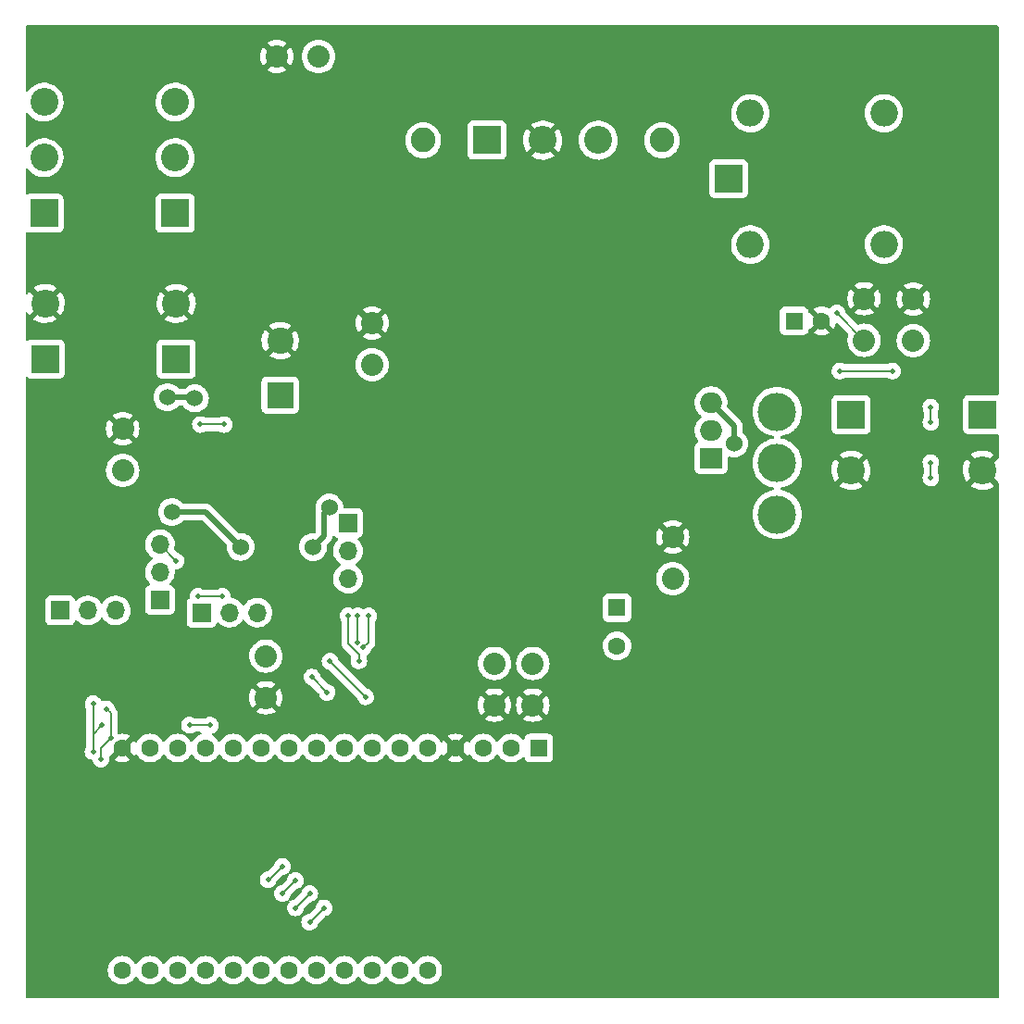
<source format=gbr>
%TF.GenerationSoftware,KiCad,Pcbnew,(6.0.7)*%
%TF.CreationDate,2023-07-07T11:40:33-04:00*%
%TF.ProjectId,small_wind_turbine,736d616c-6c5f-4776-996e-645f74757262,rev?*%
%TF.SameCoordinates,Original*%
%TF.FileFunction,Copper,L2,Bot*%
%TF.FilePolarity,Positive*%
%FSLAX46Y46*%
G04 Gerber Fmt 4.6, Leading zero omitted, Abs format (unit mm)*
G04 Created by KiCad (PCBNEW (6.0.7)) date 2023-07-07 11:40:33*
%MOMM*%
%LPD*%
G01*
G04 APERTURE LIST*
%TA.AperFunction,ComponentPad*%
%ADD10R,2.000000X1.905000*%
%TD*%
%TA.AperFunction,ComponentPad*%
%ADD11O,2.000000X1.905000*%
%TD*%
%TA.AperFunction,ComponentPad*%
%ADD12R,2.500000X2.500000*%
%TD*%
%TA.AperFunction,ComponentPad*%
%ADD13O,2.500000X2.500000*%
%TD*%
%TA.AperFunction,ComponentPad*%
%ADD14R,1.600000X1.600000*%
%TD*%
%TA.AperFunction,ComponentPad*%
%ADD15C,1.600000*%
%TD*%
%TA.AperFunction,ComponentPad*%
%ADD16C,2.032000*%
%TD*%
%TA.AperFunction,ComponentPad*%
%ADD17R,1.700000X1.700000*%
%TD*%
%TA.AperFunction,ComponentPad*%
%ADD18O,1.700000X1.700000*%
%TD*%
%TA.AperFunction,ComponentPad*%
%ADD19R,2.550000X2.550000*%
%TD*%
%TA.AperFunction,ComponentPad*%
%ADD20C,2.550000*%
%TD*%
%TA.AperFunction,ComponentPad*%
%ADD21R,2.400000X2.400000*%
%TD*%
%TA.AperFunction,ComponentPad*%
%ADD22C,2.400000*%
%TD*%
%TA.AperFunction,ComponentPad*%
%ADD23C,3.500000*%
%TD*%
%TA.AperFunction,ComponentPad*%
%ADD24C,2.250000*%
%TD*%
%TA.AperFunction,ViaPad*%
%ADD25C,1.524000*%
%TD*%
%TA.AperFunction,ViaPad*%
%ADD26C,0.508000*%
%TD*%
%TA.AperFunction,Conductor*%
%ADD27C,0.200000*%
%TD*%
%TA.AperFunction,Conductor*%
%ADD28C,0.508000*%
%TD*%
G04 APERTURE END LIST*
D10*
%TO.P,Qbuck1,1,G*%
%TO.N,/HIGH_SIDE_GATE_DRIVE*%
X104395000Y-71065000D03*
D11*
%TO.P,Qbuck1,2,S*%
%TO.N,/RECTIFIER_VDD*%
X104395000Y-68525000D03*
%TO.P,Qbuck1,3,D*%
%TO.N,/GATE_SOURCE*%
X104395000Y-65985000D03*
%TD*%
D12*
%TO.P,K1,1*%
%TO.N,/RECTIFIER_LED*%
X106000000Y-45535000D03*
D13*
%TO.P,K1,2*%
%TO.N,+12V*%
X108000000Y-39535000D03*
%TO.P,K1,3*%
%TO.N,Net-(K1-Pad3)*%
X120200000Y-39535000D03*
%TO.P,K1,4*%
%TO.N,Net-(Jres1-Pad1)*%
X120200000Y-51535000D03*
%TO.P,K1,5*%
%TO.N,Net-(D13-Pad2)*%
X108000000Y-51535000D03*
%TD*%
D14*
%TO.P,Cinput1,1*%
%TO.N,/RECTIFIER_VDD*%
X112000000Y-58535000D03*
D15*
%TO.P,Cinput1,2*%
%TO.N,GND*%
X114500000Y-58535000D03*
%TD*%
D16*
%TO.P,TP11,1,1*%
%TO.N,Net-(J1-Pad2)*%
X63700000Y-89175000D03*
%TO.P,TP11,2,2*%
%TO.N,GND*%
X63700000Y-92985000D03*
%TD*%
%TO.P,TP9,1,1*%
%TO.N,Net-(TP9-Pad1)*%
X50600000Y-72200000D03*
%TO.P,TP9,2,2*%
%TO.N,GND*%
X50600000Y-68390000D03*
%TD*%
%TO.P,TP3,1,1*%
%TO.N,/UC2844_GATE_OUTPUT*%
X88100000Y-89850000D03*
%TO.P,TP3,2,2*%
%TO.N,GND*%
X88100000Y-93660000D03*
%TD*%
%TO.P,TP10,1,1*%
%TO.N,/UC2844_ISENSE*%
X84600000Y-89850000D03*
%TO.P,TP10,2,2*%
%TO.N,GND*%
X84600000Y-93660000D03*
%TD*%
%TO.P,TP1,1,1*%
%TO.N,Net-(D1-Pad1)*%
X68500000Y-34350000D03*
%TO.P,TP1,2,2*%
%TO.N,GND*%
X64690000Y-34350000D03*
%TD*%
D17*
%TO.P,J4,1,Pin_1*%
%TO.N,Net-(A1-Pad26)*%
X44875000Y-85000000D03*
D18*
%TO.P,J4,2,Pin_2*%
%TO.N,+5V*%
X47415000Y-85000000D03*
%TO.P,J4,3,Pin_3*%
%TO.N,Net-(J4-Pad3)*%
X49955000Y-85000000D03*
%TD*%
D19*
%TO.P,Jbat1,1,Pin_1*%
%TO.N,/BATTERY_POSITIVE*%
X55500000Y-62000000D03*
X43500000Y-62000000D03*
D20*
%TO.P,Jbat1,2,Pin_2*%
%TO.N,GND*%
X43500000Y-56920000D03*
X55500000Y-56920000D03*
%TD*%
D19*
%TO.P,Jgen1,1,Pin_1*%
%TO.N,Net-(D5-Pad2)*%
X43400000Y-48680000D03*
X55400000Y-48680000D03*
D20*
%TO.P,Jgen1,2,Pin_2*%
%TO.N,Net-(D3-Pad2)*%
X55400000Y-43600000D03*
X43400000Y-43600000D03*
%TO.P,Jgen1,3,Pin_3*%
%TO.N,Net-(D1-Pad2)*%
X55400000Y-38520000D03*
X43400000Y-38520000D03*
%TD*%
D17*
%TO.P,J1,1,Pin_1*%
%TO.N,Net-(J1-Pad1)*%
X57820000Y-85200000D03*
D18*
%TO.P,J1,2,Pin_2*%
%TO.N,Net-(J1-Pad2)*%
X60360000Y-85200000D03*
%TO.P,J1,3,Pin_3*%
%TO.N,/ALTERNATE_DAC*%
X62900000Y-85200000D03*
%TD*%
D17*
%TO.P,J2,1,Pin_1*%
%TO.N,Net-(J2-Pad1)*%
X71200000Y-77000000D03*
D18*
%TO.P,J2,2,Pin_2*%
%TO.N,Net-(J2-Pad2)*%
X71200000Y-79540000D03*
%TO.P,J2,3,Pin_3*%
%TO.N,/ALTERNATE_ADC*%
X71200000Y-82080000D03*
%TD*%
D14*
%TO.P,Cbs1,1*%
%TO.N,Net-(Cbs1-Pad1)*%
X95800000Y-84747349D03*
D15*
%TO.P,Cbs1,2*%
%TO.N,/GATE_SOURCE*%
X95800000Y-88247349D03*
%TD*%
D17*
%TO.P,J3,1,Pin_1*%
%TO.N,Net-(J3-Pad1)*%
X54000000Y-84040000D03*
D18*
%TO.P,J3,2,Pin_2*%
%TO.N,Net-(J3-Pad2)*%
X54000000Y-81500000D03*
%TO.P,J3,3,Pin_3*%
%TO.N,/ALTERNATE_ADC_2*%
X54000000Y-78960000D03*
%TD*%
D21*
%TO.P,Cbuck1,1*%
%TO.N,+12V*%
X65000000Y-65323959D03*
D22*
%TO.P,Cbuck1,2*%
%TO.N,GND*%
X65000000Y-60323959D03*
%TD*%
D16*
%TO.P,TP8,1,1*%
%TO.N,Net-(Cbs1-Pad1)*%
X100900000Y-82100000D03*
%TO.P,TP8,2,2*%
%TO.N,GND*%
X100900000Y-78290000D03*
%TD*%
D14*
%TO.P,A1,1,~{RESET}*%
%TO.N,unconnected-(A1-Pad1)*%
X88650000Y-97585000D03*
D15*
%TO.P,A1,2,3V3*%
%TO.N,+3V3*%
X86110000Y-97585000D03*
%TO.P,A1,3,AREF*%
%TO.N,unconnected-(A1-Pad3)*%
X83570000Y-97585000D03*
%TO.P,A1,4,GND*%
%TO.N,GND*%
X81030000Y-97585000D03*
%TO.P,A1,5,DAC0/A0*%
%TO.N,/ALTERNATE_DAC*%
X78490000Y-97585000D03*
%TO.P,A1,6,A1*%
%TO.N,/ALTERNATE_ADC*%
X75950000Y-97585000D03*
%TO.P,A1,7,A2*%
%TO.N,/ALTERNATE_ADC_2*%
X73410000Y-97585000D03*
%TO.P,A1,8,A3*%
%TO.N,unconnected-(A1-Pad8)*%
X70870000Y-97585000D03*
%TO.P,A1,9,A4*%
%TO.N,unconnected-(A1-Pad9)*%
X68330000Y-97585000D03*
%TO.P,A1,10,A5*%
%TO.N,unconnected-(A1-Pad10)*%
X65790000Y-97585000D03*
%TO.P,A1,11,SCK/D24*%
%TO.N,unconnected-(A1-Pad11)*%
X63250000Y-97585000D03*
%TO.P,A1,12,MOSI/D23*%
%TO.N,unconnected-(A1-Pad12)*%
X60710000Y-97585000D03*
%TO.P,A1,13,MISO/D22*%
%TO.N,unconnected-(A1-Pad13)*%
X58170000Y-97585000D03*
%TO.P,A1,14,RX/D0*%
%TO.N,unconnected-(A1-Pad14)*%
X55630000Y-97585000D03*
%TO.P,A1,15,TX/D1*%
%TO.N,unconnected-(A1-Pad15)*%
X53090000Y-97585000D03*
%TO.P,A1,16,GND*%
%TO.N,GND*%
X50550000Y-97585000D03*
%TO.P,A1,17,SDA/D20*%
%TO.N,/WEMOS_SDA*%
X50550000Y-117905000D03*
%TO.P,A1,18,SCL/D21*%
%TO.N,/WEMOS_SCL*%
X53090000Y-117905000D03*
%TO.P,A1,19,D5*%
%TO.N,/RELAY_DRIVE*%
X55630000Y-117905000D03*
%TO.P,A1,20,D6*%
%TO.N,/GPIO_LED1*%
X58170000Y-117905000D03*
%TO.P,A1,21,D9*%
%TO.N,/GPIO_LED2*%
X60710000Y-117905000D03*
%TO.P,A1,22,D10*%
%TO.N,/GPIO_LED3*%
X63250000Y-117905000D03*
%TO.P,A1,23,D11*%
%TO.N,unconnected-(A1-Pad23)*%
X65790000Y-117905000D03*
%TO.P,A1,24,D12*%
%TO.N,unconnected-(A1-Pad24)*%
X68330000Y-117905000D03*
%TO.P,A1,25,D13*%
%TO.N,unconnected-(A1-Pad25)*%
X70870000Y-117905000D03*
%TO.P,A1,26,USB*%
%TO.N,Net-(A1-Pad26)*%
X73410000Y-117905000D03*
%TO.P,A1,27,EN*%
%TO.N,unconnected-(A1-Pad27)*%
X75950000Y-117905000D03*
%TO.P,A1,28,VBAT*%
%TO.N,unconnected-(A1-Pad28)*%
X78490000Y-117905000D03*
%TD*%
D16*
%TO.P,TP4,1,1*%
%TO.N,/GATE_SOURCE*%
X118400000Y-60300000D03*
%TO.P,TP4,2,2*%
%TO.N,GND*%
X118400000Y-56490000D03*
%TD*%
D19*
%TO.P,Jfuse1,1,Pin_1*%
%TO.N,Net-(D1-Pad1)*%
X83920000Y-42000000D03*
D20*
%TO.P,Jfuse1,2,Pin_2*%
%TO.N,GND*%
X89000000Y-42000000D03*
%TO.P,Jfuse1,3,Pin_3*%
%TO.N,/RECTIFIER_LED*%
X94080000Y-42000000D03*
%TD*%
D23*
%TO.P,SW1,1,A*%
%TO.N,Net-(Jres1-Pad1)*%
X110450000Y-76225000D03*
%TO.P,SW1,2,B*%
%TO.N,Net-(K1-Pad3)*%
X110450000Y-71525000D03*
%TO.P,SW1,3,C*%
%TO.N,/RECTIFIER_VDD*%
X110450000Y-66825000D03*
%TD*%
D16*
%TO.P,TP2,1,1*%
%TO.N,/RECTIFIER_VDD*%
X122900000Y-60325000D03*
%TO.P,TP2,2,2*%
%TO.N,GND*%
X122900000Y-56515000D03*
%TD*%
D24*
%TO.P,F1,1*%
%TO.N,Net-(D1-Pad1)*%
X78080000Y-42000000D03*
%TO.P,F1,2*%
%TO.N,/RECTIFIER_LED*%
X99920000Y-42000000D03*
%TD*%
D19*
%TO.P,Jres1,1,Pin_1*%
%TO.N,Net-(Jres1-Pad1)*%
X129200000Y-67100000D03*
X117200000Y-67100000D03*
D20*
%TO.P,Jres1,2,Pin_2*%
%TO.N,GND*%
X117200000Y-72180000D03*
X129200000Y-72180000D03*
%TD*%
D16*
%TO.P,TP6,1,1*%
%TO.N,+12V*%
X73400000Y-62525000D03*
%TO.P,TP6,2,2*%
%TO.N,GND*%
X73400000Y-58715000D03*
%TD*%
D25*
%TO.N,GND*%
X71500000Y-72700000D03*
X47800000Y-66900000D03*
X57500000Y-40700000D03*
D26*
X129500000Y-60300000D03*
D25*
X87700000Y-77600000D03*
X91600000Y-83200000D03*
X85898844Y-83917292D03*
X76096761Y-78196761D03*
X129500000Y-58200000D03*
D26*
X48600000Y-91100000D03*
X125200000Y-81100000D03*
D25*
X56400000Y-72500000D03*
X77819331Y-76480669D03*
X57500000Y-51900000D03*
X107800000Y-56100000D03*
X65126000Y-83900000D03*
D26*
X125200000Y-78100000D03*
X107300000Y-34900000D03*
X55800000Y-78200000D03*
D25*
X55100000Y-86400000D03*
D26*
X69700000Y-86400000D03*
D25*
X51500000Y-90100000D03*
X57600000Y-45200000D03*
D26*
X125200000Y-84100000D03*
D25*
X61200000Y-69100000D03*
X63200000Y-70900000D03*
D26*
X68100000Y-75100000D03*
X120675000Y-34900000D03*
%TO.N,/ALTERNATE_DAC*%
X69558616Y-89658616D03*
X72800000Y-92900000D03*
%TO.N,/ALTERNATE_ADC*%
X72200000Y-89600000D03*
X71200000Y-85500000D03*
%TO.N,/ALTERNATE_ADC_2*%
X67900000Y-91100000D03*
X55500000Y-80500000D03*
X69300000Y-92500000D03*
X59700000Y-83700000D03*
X57477366Y-83722634D03*
%TO.N,/WEMOS_SDA*%
X72100000Y-85500000D03*
X48700000Y-95507500D03*
X58600000Y-95500000D03*
X56700000Y-95500000D03*
X47900000Y-93500000D03*
X47892458Y-97900000D03*
X72100000Y-87900000D03*
%TO.N,/WEMOS_SCL*%
X49100000Y-94000000D03*
X48600000Y-98600000D03*
X73100000Y-85500000D03*
X49500000Y-96700000D03*
X72600280Y-88400280D03*
%TO.N,/RELAY_DRIVE*%
X63900000Y-109600000D03*
X65200000Y-108400000D03*
X124500000Y-67807500D03*
X124500000Y-66392500D03*
X124500000Y-71472500D03*
X124500000Y-72900000D03*
%TO.N,/GPIO_LED1*%
X65200000Y-110900000D03*
X66400000Y-109700000D03*
%TO.N,/GPIO_LED2*%
X67700000Y-110900000D03*
X66400000Y-112200000D03*
%TO.N,/GPIO_LED3*%
X67700000Y-113500000D03*
X69000000Y-112200000D03*
D25*
%TO.N,+5V*%
X55100000Y-76000000D03*
X61383622Y-79188500D03*
X68000000Y-79200000D03*
X69500000Y-75600000D03*
%TO.N,+12V*%
X54697000Y-65500000D03*
X57200000Y-65600000D03*
%TO.N,/GATE_SOURCE*%
X106500000Y-69740500D03*
D26*
X115900000Y-57800000D03*
%TO.N,/RECTIFIER_VDD*%
X121000000Y-63100000D03*
X116200000Y-63100000D03*
%TO.N,/BATTERY_POSITIVE*%
X57700000Y-68000000D03*
X59900000Y-68000000D03*
%TD*%
D27*
%TO.N,/ALTERNATE_DAC*%
X72800000Y-92900000D02*
X69558616Y-89658616D01*
%TO.N,/ALTERNATE_ADC*%
X72200000Y-89600000D02*
X72200000Y-89016525D01*
X71200000Y-88016525D02*
X71200000Y-85500000D01*
X72200000Y-89016525D02*
X71200000Y-88016525D01*
%TO.N,/ALTERNATE_ADC_2*%
X55500000Y-80500000D02*
X55500000Y-80460000D01*
X69300000Y-92500000D02*
X67900000Y-91100000D01*
X57477366Y-83722634D02*
X57500000Y-83700000D01*
X57500000Y-83700000D02*
X59700000Y-83700000D01*
X55500000Y-80460000D02*
X54000000Y-78960000D01*
%TO.N,/WEMOS_SDA*%
X56700000Y-95500000D02*
X58600000Y-95500000D01*
X47892458Y-96392458D02*
X47892458Y-93507542D01*
X72100000Y-85500000D02*
X72100000Y-87900000D01*
X47892458Y-97900000D02*
X47892458Y-96392458D01*
X47892458Y-93507542D02*
X47900000Y-93500000D01*
X48700000Y-95507500D02*
X47892458Y-96315042D01*
X47892458Y-96315042D02*
X47892458Y-96392458D01*
%TO.N,/WEMOS_SCL*%
X49500000Y-94400000D02*
X49100000Y-94000000D01*
X49500000Y-96700000D02*
X48600000Y-97600000D01*
X73100000Y-87900560D02*
X72600280Y-88400280D01*
X48600000Y-97600000D02*
X48600000Y-98600000D01*
X49500000Y-96700000D02*
X49500000Y-94400000D01*
X73100000Y-85500000D02*
X73100000Y-87900560D01*
%TO.N,/RELAY_DRIVE*%
X124500000Y-72900000D02*
X124500000Y-71472500D01*
X63900000Y-109600000D02*
X64000000Y-109600000D01*
X64000000Y-109600000D02*
X65200000Y-108400000D01*
X124500000Y-67807500D02*
X124500000Y-66392500D01*
%TO.N,/GPIO_LED1*%
X65200000Y-110900000D02*
X66400000Y-109700000D01*
%TO.N,/GPIO_LED2*%
X66400000Y-112200000D02*
X67700000Y-110900000D01*
%TO.N,/GPIO_LED3*%
X67700000Y-113500000D02*
X69000000Y-112200000D01*
D28*
%TO.N,+5V*%
X69000000Y-76100000D02*
X69500000Y-75600000D01*
X58195122Y-76000000D02*
X61383622Y-79188500D01*
X68000000Y-79200000D02*
X69000000Y-78200000D01*
X55100000Y-76000000D02*
X58195122Y-76000000D01*
X69000000Y-78200000D02*
X69000000Y-76100000D01*
%TO.N,+12V*%
X57100000Y-65500000D02*
X54697000Y-65500000D01*
X57200000Y-65600000D02*
X57100000Y-65500000D01*
D27*
%TO.N,/GATE_SOURCE*%
X115900000Y-57800000D02*
X118400000Y-60300000D01*
D28*
X106500000Y-68090000D02*
X104395000Y-65985000D01*
X106500000Y-69740500D02*
X106500000Y-68090000D01*
D27*
%TO.N,/RECTIFIER_VDD*%
X121000000Y-63100000D02*
X116200000Y-63100000D01*
%TO.N,/BATTERY_POSITIVE*%
X57700000Y-68000000D02*
X59900000Y-68000000D01*
%TD*%
%TA.AperFunction,Conductor*%
%TO.N,GND*%
G36*
X130633621Y-31528502D02*
G01*
X130680114Y-31582158D01*
X130691500Y-31634500D01*
X130691500Y-65194361D01*
X130671498Y-65262482D01*
X130617842Y-65308975D01*
X130551893Y-65319624D01*
X130526533Y-65316869D01*
X130526529Y-65316869D01*
X130523134Y-65316500D01*
X127876866Y-65316500D01*
X127814684Y-65323255D01*
X127678295Y-65374385D01*
X127561739Y-65461739D01*
X127474385Y-65578295D01*
X127423255Y-65714684D01*
X127416500Y-65776866D01*
X127416500Y-68423134D01*
X127423255Y-68485316D01*
X127474385Y-68621705D01*
X127561739Y-68738261D01*
X127678295Y-68825615D01*
X127814684Y-68876745D01*
X127876866Y-68883500D01*
X130523134Y-68883500D01*
X130526529Y-68883131D01*
X130526533Y-68883131D01*
X130551893Y-68880376D01*
X130621775Y-68892904D01*
X130673791Y-68941225D01*
X130691500Y-69005639D01*
X130691500Y-71007168D01*
X130671498Y-71075289D01*
X130627263Y-71116992D01*
X130615735Y-71123475D01*
X129572022Y-72167188D01*
X129564408Y-72181132D01*
X129564539Y-72182965D01*
X129568790Y-72189580D01*
X130618006Y-73238796D01*
X130625888Y-73243100D01*
X130676089Y-73293303D01*
X130691500Y-73353686D01*
X130691500Y-120365500D01*
X130671498Y-120433621D01*
X130617842Y-120480114D01*
X130565500Y-120491500D01*
X41834500Y-120491500D01*
X41766379Y-120471498D01*
X41719886Y-120417842D01*
X41708500Y-120365500D01*
X41708500Y-117905000D01*
X49236502Y-117905000D01*
X49256457Y-118133087D01*
X49315716Y-118354243D01*
X49318039Y-118359224D01*
X49318039Y-118359225D01*
X49410151Y-118556762D01*
X49410154Y-118556767D01*
X49412477Y-118561749D01*
X49543802Y-118749300D01*
X49705700Y-118911198D01*
X49710208Y-118914355D01*
X49710211Y-118914357D01*
X49788389Y-118969098D01*
X49893251Y-119042523D01*
X49898233Y-119044846D01*
X49898238Y-119044849D01*
X50095775Y-119136961D01*
X50100757Y-119139284D01*
X50106065Y-119140706D01*
X50106067Y-119140707D01*
X50316598Y-119197119D01*
X50316600Y-119197119D01*
X50321913Y-119198543D01*
X50550000Y-119218498D01*
X50778087Y-119198543D01*
X50783400Y-119197119D01*
X50783402Y-119197119D01*
X50993933Y-119140707D01*
X50993935Y-119140706D01*
X50999243Y-119139284D01*
X51004225Y-119136961D01*
X51201762Y-119044849D01*
X51201767Y-119044846D01*
X51206749Y-119042523D01*
X51311611Y-118969098D01*
X51389789Y-118914357D01*
X51389792Y-118914355D01*
X51394300Y-118911198D01*
X51556198Y-118749300D01*
X51687523Y-118561749D01*
X51689846Y-118556767D01*
X51689849Y-118556762D01*
X51705805Y-118522543D01*
X51752722Y-118469258D01*
X51820999Y-118449797D01*
X51888959Y-118470339D01*
X51934195Y-118522543D01*
X51950151Y-118556762D01*
X51950154Y-118556767D01*
X51952477Y-118561749D01*
X52083802Y-118749300D01*
X52245700Y-118911198D01*
X52250208Y-118914355D01*
X52250211Y-118914357D01*
X52328389Y-118969098D01*
X52433251Y-119042523D01*
X52438233Y-119044846D01*
X52438238Y-119044849D01*
X52635775Y-119136961D01*
X52640757Y-119139284D01*
X52646065Y-119140706D01*
X52646067Y-119140707D01*
X52856598Y-119197119D01*
X52856600Y-119197119D01*
X52861913Y-119198543D01*
X53090000Y-119218498D01*
X53318087Y-119198543D01*
X53323400Y-119197119D01*
X53323402Y-119197119D01*
X53533933Y-119140707D01*
X53533935Y-119140706D01*
X53539243Y-119139284D01*
X53544225Y-119136961D01*
X53741762Y-119044849D01*
X53741767Y-119044846D01*
X53746749Y-119042523D01*
X53851611Y-118969098D01*
X53929789Y-118914357D01*
X53929792Y-118914355D01*
X53934300Y-118911198D01*
X54096198Y-118749300D01*
X54227523Y-118561749D01*
X54229846Y-118556767D01*
X54229849Y-118556762D01*
X54245805Y-118522543D01*
X54292722Y-118469258D01*
X54360999Y-118449797D01*
X54428959Y-118470339D01*
X54474195Y-118522543D01*
X54490151Y-118556762D01*
X54490154Y-118556767D01*
X54492477Y-118561749D01*
X54623802Y-118749300D01*
X54785700Y-118911198D01*
X54790208Y-118914355D01*
X54790211Y-118914357D01*
X54868389Y-118969098D01*
X54973251Y-119042523D01*
X54978233Y-119044846D01*
X54978238Y-119044849D01*
X55175775Y-119136961D01*
X55180757Y-119139284D01*
X55186065Y-119140706D01*
X55186067Y-119140707D01*
X55396598Y-119197119D01*
X55396600Y-119197119D01*
X55401913Y-119198543D01*
X55630000Y-119218498D01*
X55858087Y-119198543D01*
X55863400Y-119197119D01*
X55863402Y-119197119D01*
X56073933Y-119140707D01*
X56073935Y-119140706D01*
X56079243Y-119139284D01*
X56084225Y-119136961D01*
X56281762Y-119044849D01*
X56281767Y-119044846D01*
X56286749Y-119042523D01*
X56391611Y-118969098D01*
X56469789Y-118914357D01*
X56469792Y-118914355D01*
X56474300Y-118911198D01*
X56636198Y-118749300D01*
X56767523Y-118561749D01*
X56769846Y-118556767D01*
X56769849Y-118556762D01*
X56785805Y-118522543D01*
X56832722Y-118469258D01*
X56900999Y-118449797D01*
X56968959Y-118470339D01*
X57014195Y-118522543D01*
X57030151Y-118556762D01*
X57030154Y-118556767D01*
X57032477Y-118561749D01*
X57163802Y-118749300D01*
X57325700Y-118911198D01*
X57330208Y-118914355D01*
X57330211Y-118914357D01*
X57408389Y-118969098D01*
X57513251Y-119042523D01*
X57518233Y-119044846D01*
X57518238Y-119044849D01*
X57715775Y-119136961D01*
X57720757Y-119139284D01*
X57726065Y-119140706D01*
X57726067Y-119140707D01*
X57936598Y-119197119D01*
X57936600Y-119197119D01*
X57941913Y-119198543D01*
X58170000Y-119218498D01*
X58398087Y-119198543D01*
X58403400Y-119197119D01*
X58403402Y-119197119D01*
X58613933Y-119140707D01*
X58613935Y-119140706D01*
X58619243Y-119139284D01*
X58624225Y-119136961D01*
X58821762Y-119044849D01*
X58821767Y-119044846D01*
X58826749Y-119042523D01*
X58931611Y-118969098D01*
X59009789Y-118914357D01*
X59009792Y-118914355D01*
X59014300Y-118911198D01*
X59176198Y-118749300D01*
X59307523Y-118561749D01*
X59309846Y-118556767D01*
X59309849Y-118556762D01*
X59325805Y-118522543D01*
X59372722Y-118469258D01*
X59440999Y-118449797D01*
X59508959Y-118470339D01*
X59554195Y-118522543D01*
X59570151Y-118556762D01*
X59570154Y-118556767D01*
X59572477Y-118561749D01*
X59703802Y-118749300D01*
X59865700Y-118911198D01*
X59870208Y-118914355D01*
X59870211Y-118914357D01*
X59948389Y-118969098D01*
X60053251Y-119042523D01*
X60058233Y-119044846D01*
X60058238Y-119044849D01*
X60255775Y-119136961D01*
X60260757Y-119139284D01*
X60266065Y-119140706D01*
X60266067Y-119140707D01*
X60476598Y-119197119D01*
X60476600Y-119197119D01*
X60481913Y-119198543D01*
X60710000Y-119218498D01*
X60938087Y-119198543D01*
X60943400Y-119197119D01*
X60943402Y-119197119D01*
X61153933Y-119140707D01*
X61153935Y-119140706D01*
X61159243Y-119139284D01*
X61164225Y-119136961D01*
X61361762Y-119044849D01*
X61361767Y-119044846D01*
X61366749Y-119042523D01*
X61471611Y-118969098D01*
X61549789Y-118914357D01*
X61549792Y-118914355D01*
X61554300Y-118911198D01*
X61716198Y-118749300D01*
X61847523Y-118561749D01*
X61849846Y-118556767D01*
X61849849Y-118556762D01*
X61865805Y-118522543D01*
X61912722Y-118469258D01*
X61980999Y-118449797D01*
X62048959Y-118470339D01*
X62094195Y-118522543D01*
X62110151Y-118556762D01*
X62110154Y-118556767D01*
X62112477Y-118561749D01*
X62243802Y-118749300D01*
X62405700Y-118911198D01*
X62410208Y-118914355D01*
X62410211Y-118914357D01*
X62488389Y-118969098D01*
X62593251Y-119042523D01*
X62598233Y-119044846D01*
X62598238Y-119044849D01*
X62795775Y-119136961D01*
X62800757Y-119139284D01*
X62806065Y-119140706D01*
X62806067Y-119140707D01*
X63016598Y-119197119D01*
X63016600Y-119197119D01*
X63021913Y-119198543D01*
X63250000Y-119218498D01*
X63478087Y-119198543D01*
X63483400Y-119197119D01*
X63483402Y-119197119D01*
X63693933Y-119140707D01*
X63693935Y-119140706D01*
X63699243Y-119139284D01*
X63704225Y-119136961D01*
X63901762Y-119044849D01*
X63901767Y-119044846D01*
X63906749Y-119042523D01*
X64011611Y-118969098D01*
X64089789Y-118914357D01*
X64089792Y-118914355D01*
X64094300Y-118911198D01*
X64256198Y-118749300D01*
X64387523Y-118561749D01*
X64389846Y-118556767D01*
X64389849Y-118556762D01*
X64405805Y-118522543D01*
X64452722Y-118469258D01*
X64520999Y-118449797D01*
X64588959Y-118470339D01*
X64634195Y-118522543D01*
X64650151Y-118556762D01*
X64650154Y-118556767D01*
X64652477Y-118561749D01*
X64783802Y-118749300D01*
X64945700Y-118911198D01*
X64950208Y-118914355D01*
X64950211Y-118914357D01*
X65028389Y-118969098D01*
X65133251Y-119042523D01*
X65138233Y-119044846D01*
X65138238Y-119044849D01*
X65335775Y-119136961D01*
X65340757Y-119139284D01*
X65346065Y-119140706D01*
X65346067Y-119140707D01*
X65556598Y-119197119D01*
X65556600Y-119197119D01*
X65561913Y-119198543D01*
X65790000Y-119218498D01*
X66018087Y-119198543D01*
X66023400Y-119197119D01*
X66023402Y-119197119D01*
X66233933Y-119140707D01*
X66233935Y-119140706D01*
X66239243Y-119139284D01*
X66244225Y-119136961D01*
X66441762Y-119044849D01*
X66441767Y-119044846D01*
X66446749Y-119042523D01*
X66551611Y-118969098D01*
X66629789Y-118914357D01*
X66629792Y-118914355D01*
X66634300Y-118911198D01*
X66796198Y-118749300D01*
X66927523Y-118561749D01*
X66929846Y-118556767D01*
X66929849Y-118556762D01*
X66945805Y-118522543D01*
X66992722Y-118469258D01*
X67060999Y-118449797D01*
X67128959Y-118470339D01*
X67174195Y-118522543D01*
X67190151Y-118556762D01*
X67190154Y-118556767D01*
X67192477Y-118561749D01*
X67323802Y-118749300D01*
X67485700Y-118911198D01*
X67490208Y-118914355D01*
X67490211Y-118914357D01*
X67568389Y-118969098D01*
X67673251Y-119042523D01*
X67678233Y-119044846D01*
X67678238Y-119044849D01*
X67875775Y-119136961D01*
X67880757Y-119139284D01*
X67886065Y-119140706D01*
X67886067Y-119140707D01*
X68096598Y-119197119D01*
X68096600Y-119197119D01*
X68101913Y-119198543D01*
X68330000Y-119218498D01*
X68558087Y-119198543D01*
X68563400Y-119197119D01*
X68563402Y-119197119D01*
X68773933Y-119140707D01*
X68773935Y-119140706D01*
X68779243Y-119139284D01*
X68784225Y-119136961D01*
X68981762Y-119044849D01*
X68981767Y-119044846D01*
X68986749Y-119042523D01*
X69091611Y-118969098D01*
X69169789Y-118914357D01*
X69169792Y-118914355D01*
X69174300Y-118911198D01*
X69336198Y-118749300D01*
X69467523Y-118561749D01*
X69469846Y-118556767D01*
X69469849Y-118556762D01*
X69485805Y-118522543D01*
X69532722Y-118469258D01*
X69600999Y-118449797D01*
X69668959Y-118470339D01*
X69714195Y-118522543D01*
X69730151Y-118556762D01*
X69730154Y-118556767D01*
X69732477Y-118561749D01*
X69863802Y-118749300D01*
X70025700Y-118911198D01*
X70030208Y-118914355D01*
X70030211Y-118914357D01*
X70108389Y-118969098D01*
X70213251Y-119042523D01*
X70218233Y-119044846D01*
X70218238Y-119044849D01*
X70415775Y-119136961D01*
X70420757Y-119139284D01*
X70426065Y-119140706D01*
X70426067Y-119140707D01*
X70636598Y-119197119D01*
X70636600Y-119197119D01*
X70641913Y-119198543D01*
X70870000Y-119218498D01*
X71098087Y-119198543D01*
X71103400Y-119197119D01*
X71103402Y-119197119D01*
X71313933Y-119140707D01*
X71313935Y-119140706D01*
X71319243Y-119139284D01*
X71324225Y-119136961D01*
X71521762Y-119044849D01*
X71521767Y-119044846D01*
X71526749Y-119042523D01*
X71631611Y-118969098D01*
X71709789Y-118914357D01*
X71709792Y-118914355D01*
X71714300Y-118911198D01*
X71876198Y-118749300D01*
X72007523Y-118561749D01*
X72009846Y-118556767D01*
X72009849Y-118556762D01*
X72025805Y-118522543D01*
X72072722Y-118469258D01*
X72140999Y-118449797D01*
X72208959Y-118470339D01*
X72254195Y-118522543D01*
X72270151Y-118556762D01*
X72270154Y-118556767D01*
X72272477Y-118561749D01*
X72403802Y-118749300D01*
X72565700Y-118911198D01*
X72570208Y-118914355D01*
X72570211Y-118914357D01*
X72648389Y-118969098D01*
X72753251Y-119042523D01*
X72758233Y-119044846D01*
X72758238Y-119044849D01*
X72955775Y-119136961D01*
X72960757Y-119139284D01*
X72966065Y-119140706D01*
X72966067Y-119140707D01*
X73176598Y-119197119D01*
X73176600Y-119197119D01*
X73181913Y-119198543D01*
X73410000Y-119218498D01*
X73638087Y-119198543D01*
X73643400Y-119197119D01*
X73643402Y-119197119D01*
X73853933Y-119140707D01*
X73853935Y-119140706D01*
X73859243Y-119139284D01*
X73864225Y-119136961D01*
X74061762Y-119044849D01*
X74061767Y-119044846D01*
X74066749Y-119042523D01*
X74171611Y-118969098D01*
X74249789Y-118914357D01*
X74249792Y-118914355D01*
X74254300Y-118911198D01*
X74416198Y-118749300D01*
X74547523Y-118561749D01*
X74549846Y-118556767D01*
X74549849Y-118556762D01*
X74565805Y-118522543D01*
X74612722Y-118469258D01*
X74680999Y-118449797D01*
X74748959Y-118470339D01*
X74794195Y-118522543D01*
X74810151Y-118556762D01*
X74810154Y-118556767D01*
X74812477Y-118561749D01*
X74943802Y-118749300D01*
X75105700Y-118911198D01*
X75110208Y-118914355D01*
X75110211Y-118914357D01*
X75188389Y-118969098D01*
X75293251Y-119042523D01*
X75298233Y-119044846D01*
X75298238Y-119044849D01*
X75495775Y-119136961D01*
X75500757Y-119139284D01*
X75506065Y-119140706D01*
X75506067Y-119140707D01*
X75716598Y-119197119D01*
X75716600Y-119197119D01*
X75721913Y-119198543D01*
X75950000Y-119218498D01*
X76178087Y-119198543D01*
X76183400Y-119197119D01*
X76183402Y-119197119D01*
X76393933Y-119140707D01*
X76393935Y-119140706D01*
X76399243Y-119139284D01*
X76404225Y-119136961D01*
X76601762Y-119044849D01*
X76601767Y-119044846D01*
X76606749Y-119042523D01*
X76711611Y-118969098D01*
X76789789Y-118914357D01*
X76789792Y-118914355D01*
X76794300Y-118911198D01*
X76956198Y-118749300D01*
X77087523Y-118561749D01*
X77089846Y-118556767D01*
X77089849Y-118556762D01*
X77105805Y-118522543D01*
X77152722Y-118469258D01*
X77220999Y-118449797D01*
X77288959Y-118470339D01*
X77334195Y-118522543D01*
X77350151Y-118556762D01*
X77350154Y-118556767D01*
X77352477Y-118561749D01*
X77483802Y-118749300D01*
X77645700Y-118911198D01*
X77650208Y-118914355D01*
X77650211Y-118914357D01*
X77728389Y-118969098D01*
X77833251Y-119042523D01*
X77838233Y-119044846D01*
X77838238Y-119044849D01*
X78035775Y-119136961D01*
X78040757Y-119139284D01*
X78046065Y-119140706D01*
X78046067Y-119140707D01*
X78256598Y-119197119D01*
X78256600Y-119197119D01*
X78261913Y-119198543D01*
X78490000Y-119218498D01*
X78718087Y-119198543D01*
X78723400Y-119197119D01*
X78723402Y-119197119D01*
X78933933Y-119140707D01*
X78933935Y-119140706D01*
X78939243Y-119139284D01*
X78944225Y-119136961D01*
X79141762Y-119044849D01*
X79141767Y-119044846D01*
X79146749Y-119042523D01*
X79251611Y-118969098D01*
X79329789Y-118914357D01*
X79329792Y-118914355D01*
X79334300Y-118911198D01*
X79496198Y-118749300D01*
X79627523Y-118561749D01*
X79629846Y-118556767D01*
X79629849Y-118556762D01*
X79721961Y-118359225D01*
X79721961Y-118359224D01*
X79724284Y-118354243D01*
X79783543Y-118133087D01*
X79803498Y-117905000D01*
X79783543Y-117676913D01*
X79724284Y-117455757D01*
X79645805Y-117287457D01*
X79629849Y-117253238D01*
X79629846Y-117253233D01*
X79627523Y-117248251D01*
X79496198Y-117060700D01*
X79334300Y-116898802D01*
X79329792Y-116895645D01*
X79329789Y-116895643D01*
X79251611Y-116840902D01*
X79146749Y-116767477D01*
X79141767Y-116765154D01*
X79141762Y-116765151D01*
X78944225Y-116673039D01*
X78944224Y-116673039D01*
X78939243Y-116670716D01*
X78933935Y-116669294D01*
X78933933Y-116669293D01*
X78723402Y-116612881D01*
X78723400Y-116612881D01*
X78718087Y-116611457D01*
X78490000Y-116591502D01*
X78261913Y-116611457D01*
X78256600Y-116612881D01*
X78256598Y-116612881D01*
X78046067Y-116669293D01*
X78046065Y-116669294D01*
X78040757Y-116670716D01*
X78035776Y-116673039D01*
X78035775Y-116673039D01*
X77838238Y-116765151D01*
X77838233Y-116765154D01*
X77833251Y-116767477D01*
X77728389Y-116840902D01*
X77650211Y-116895643D01*
X77650208Y-116895645D01*
X77645700Y-116898802D01*
X77483802Y-117060700D01*
X77352477Y-117248251D01*
X77350154Y-117253233D01*
X77350151Y-117253238D01*
X77334195Y-117287457D01*
X77287278Y-117340742D01*
X77219001Y-117360203D01*
X77151041Y-117339661D01*
X77105805Y-117287457D01*
X77089849Y-117253238D01*
X77089846Y-117253233D01*
X77087523Y-117248251D01*
X76956198Y-117060700D01*
X76794300Y-116898802D01*
X76789792Y-116895645D01*
X76789789Y-116895643D01*
X76711611Y-116840902D01*
X76606749Y-116767477D01*
X76601767Y-116765154D01*
X76601762Y-116765151D01*
X76404225Y-116673039D01*
X76404224Y-116673039D01*
X76399243Y-116670716D01*
X76393935Y-116669294D01*
X76393933Y-116669293D01*
X76183402Y-116612881D01*
X76183400Y-116612881D01*
X76178087Y-116611457D01*
X75950000Y-116591502D01*
X75721913Y-116611457D01*
X75716600Y-116612881D01*
X75716598Y-116612881D01*
X75506067Y-116669293D01*
X75506065Y-116669294D01*
X75500757Y-116670716D01*
X75495776Y-116673039D01*
X75495775Y-116673039D01*
X75298238Y-116765151D01*
X75298233Y-116765154D01*
X75293251Y-116767477D01*
X75188389Y-116840902D01*
X75110211Y-116895643D01*
X75110208Y-116895645D01*
X75105700Y-116898802D01*
X74943802Y-117060700D01*
X74812477Y-117248251D01*
X74810154Y-117253233D01*
X74810151Y-117253238D01*
X74794195Y-117287457D01*
X74747278Y-117340742D01*
X74679001Y-117360203D01*
X74611041Y-117339661D01*
X74565805Y-117287457D01*
X74549849Y-117253238D01*
X74549846Y-117253233D01*
X74547523Y-117248251D01*
X74416198Y-117060700D01*
X74254300Y-116898802D01*
X74249792Y-116895645D01*
X74249789Y-116895643D01*
X74171611Y-116840902D01*
X74066749Y-116767477D01*
X74061767Y-116765154D01*
X74061762Y-116765151D01*
X73864225Y-116673039D01*
X73864224Y-116673039D01*
X73859243Y-116670716D01*
X73853935Y-116669294D01*
X73853933Y-116669293D01*
X73643402Y-116612881D01*
X73643400Y-116612881D01*
X73638087Y-116611457D01*
X73410000Y-116591502D01*
X73181913Y-116611457D01*
X73176600Y-116612881D01*
X73176598Y-116612881D01*
X72966067Y-116669293D01*
X72966065Y-116669294D01*
X72960757Y-116670716D01*
X72955776Y-116673039D01*
X72955775Y-116673039D01*
X72758238Y-116765151D01*
X72758233Y-116765154D01*
X72753251Y-116767477D01*
X72648389Y-116840902D01*
X72570211Y-116895643D01*
X72570208Y-116895645D01*
X72565700Y-116898802D01*
X72403802Y-117060700D01*
X72272477Y-117248251D01*
X72270154Y-117253233D01*
X72270151Y-117253238D01*
X72254195Y-117287457D01*
X72207278Y-117340742D01*
X72139001Y-117360203D01*
X72071041Y-117339661D01*
X72025805Y-117287457D01*
X72009849Y-117253238D01*
X72009846Y-117253233D01*
X72007523Y-117248251D01*
X71876198Y-117060700D01*
X71714300Y-116898802D01*
X71709792Y-116895645D01*
X71709789Y-116895643D01*
X71631611Y-116840902D01*
X71526749Y-116767477D01*
X71521767Y-116765154D01*
X71521762Y-116765151D01*
X71324225Y-116673039D01*
X71324224Y-116673039D01*
X71319243Y-116670716D01*
X71313935Y-116669294D01*
X71313933Y-116669293D01*
X71103402Y-116612881D01*
X71103400Y-116612881D01*
X71098087Y-116611457D01*
X70870000Y-116591502D01*
X70641913Y-116611457D01*
X70636600Y-116612881D01*
X70636598Y-116612881D01*
X70426067Y-116669293D01*
X70426065Y-116669294D01*
X70420757Y-116670716D01*
X70415776Y-116673039D01*
X70415775Y-116673039D01*
X70218238Y-116765151D01*
X70218233Y-116765154D01*
X70213251Y-116767477D01*
X70108389Y-116840902D01*
X70030211Y-116895643D01*
X70030208Y-116895645D01*
X70025700Y-116898802D01*
X69863802Y-117060700D01*
X69732477Y-117248251D01*
X69730154Y-117253233D01*
X69730151Y-117253238D01*
X69714195Y-117287457D01*
X69667278Y-117340742D01*
X69599001Y-117360203D01*
X69531041Y-117339661D01*
X69485805Y-117287457D01*
X69469849Y-117253238D01*
X69469846Y-117253233D01*
X69467523Y-117248251D01*
X69336198Y-117060700D01*
X69174300Y-116898802D01*
X69169792Y-116895645D01*
X69169789Y-116895643D01*
X69091611Y-116840902D01*
X68986749Y-116767477D01*
X68981767Y-116765154D01*
X68981762Y-116765151D01*
X68784225Y-116673039D01*
X68784224Y-116673039D01*
X68779243Y-116670716D01*
X68773935Y-116669294D01*
X68773933Y-116669293D01*
X68563402Y-116612881D01*
X68563400Y-116612881D01*
X68558087Y-116611457D01*
X68330000Y-116591502D01*
X68101913Y-116611457D01*
X68096600Y-116612881D01*
X68096598Y-116612881D01*
X67886067Y-116669293D01*
X67886065Y-116669294D01*
X67880757Y-116670716D01*
X67875776Y-116673039D01*
X67875775Y-116673039D01*
X67678238Y-116765151D01*
X67678233Y-116765154D01*
X67673251Y-116767477D01*
X67568389Y-116840902D01*
X67490211Y-116895643D01*
X67490208Y-116895645D01*
X67485700Y-116898802D01*
X67323802Y-117060700D01*
X67192477Y-117248251D01*
X67190154Y-117253233D01*
X67190151Y-117253238D01*
X67174195Y-117287457D01*
X67127278Y-117340742D01*
X67059001Y-117360203D01*
X66991041Y-117339661D01*
X66945805Y-117287457D01*
X66929849Y-117253238D01*
X66929846Y-117253233D01*
X66927523Y-117248251D01*
X66796198Y-117060700D01*
X66634300Y-116898802D01*
X66629792Y-116895645D01*
X66629789Y-116895643D01*
X66551611Y-116840902D01*
X66446749Y-116767477D01*
X66441767Y-116765154D01*
X66441762Y-116765151D01*
X66244225Y-116673039D01*
X66244224Y-116673039D01*
X66239243Y-116670716D01*
X66233935Y-116669294D01*
X66233933Y-116669293D01*
X66023402Y-116612881D01*
X66023400Y-116612881D01*
X66018087Y-116611457D01*
X65790000Y-116591502D01*
X65561913Y-116611457D01*
X65556600Y-116612881D01*
X65556598Y-116612881D01*
X65346067Y-116669293D01*
X65346065Y-116669294D01*
X65340757Y-116670716D01*
X65335776Y-116673039D01*
X65335775Y-116673039D01*
X65138238Y-116765151D01*
X65138233Y-116765154D01*
X65133251Y-116767477D01*
X65028389Y-116840902D01*
X64950211Y-116895643D01*
X64950208Y-116895645D01*
X64945700Y-116898802D01*
X64783802Y-117060700D01*
X64652477Y-117248251D01*
X64650154Y-117253233D01*
X64650151Y-117253238D01*
X64634195Y-117287457D01*
X64587278Y-117340742D01*
X64519001Y-117360203D01*
X64451041Y-117339661D01*
X64405805Y-117287457D01*
X64389849Y-117253238D01*
X64389846Y-117253233D01*
X64387523Y-117248251D01*
X64256198Y-117060700D01*
X64094300Y-116898802D01*
X64089792Y-116895645D01*
X64089789Y-116895643D01*
X64011611Y-116840902D01*
X63906749Y-116767477D01*
X63901767Y-116765154D01*
X63901762Y-116765151D01*
X63704225Y-116673039D01*
X63704224Y-116673039D01*
X63699243Y-116670716D01*
X63693935Y-116669294D01*
X63693933Y-116669293D01*
X63483402Y-116612881D01*
X63483400Y-116612881D01*
X63478087Y-116611457D01*
X63250000Y-116591502D01*
X63021913Y-116611457D01*
X63016600Y-116612881D01*
X63016598Y-116612881D01*
X62806067Y-116669293D01*
X62806065Y-116669294D01*
X62800757Y-116670716D01*
X62795776Y-116673039D01*
X62795775Y-116673039D01*
X62598238Y-116765151D01*
X62598233Y-116765154D01*
X62593251Y-116767477D01*
X62488389Y-116840902D01*
X62410211Y-116895643D01*
X62410208Y-116895645D01*
X62405700Y-116898802D01*
X62243802Y-117060700D01*
X62112477Y-117248251D01*
X62110154Y-117253233D01*
X62110151Y-117253238D01*
X62094195Y-117287457D01*
X62047278Y-117340742D01*
X61979001Y-117360203D01*
X61911041Y-117339661D01*
X61865805Y-117287457D01*
X61849849Y-117253238D01*
X61849846Y-117253233D01*
X61847523Y-117248251D01*
X61716198Y-117060700D01*
X61554300Y-116898802D01*
X61549792Y-116895645D01*
X61549789Y-116895643D01*
X61471611Y-116840902D01*
X61366749Y-116767477D01*
X61361767Y-116765154D01*
X61361762Y-116765151D01*
X61164225Y-116673039D01*
X61164224Y-116673039D01*
X61159243Y-116670716D01*
X61153935Y-116669294D01*
X61153933Y-116669293D01*
X60943402Y-116612881D01*
X60943400Y-116612881D01*
X60938087Y-116611457D01*
X60710000Y-116591502D01*
X60481913Y-116611457D01*
X60476600Y-116612881D01*
X60476598Y-116612881D01*
X60266067Y-116669293D01*
X60266065Y-116669294D01*
X60260757Y-116670716D01*
X60255776Y-116673039D01*
X60255775Y-116673039D01*
X60058238Y-116765151D01*
X60058233Y-116765154D01*
X60053251Y-116767477D01*
X59948389Y-116840902D01*
X59870211Y-116895643D01*
X59870208Y-116895645D01*
X59865700Y-116898802D01*
X59703802Y-117060700D01*
X59572477Y-117248251D01*
X59570154Y-117253233D01*
X59570151Y-117253238D01*
X59554195Y-117287457D01*
X59507278Y-117340742D01*
X59439001Y-117360203D01*
X59371041Y-117339661D01*
X59325805Y-117287457D01*
X59309849Y-117253238D01*
X59309846Y-117253233D01*
X59307523Y-117248251D01*
X59176198Y-117060700D01*
X59014300Y-116898802D01*
X59009792Y-116895645D01*
X59009789Y-116895643D01*
X58931611Y-116840902D01*
X58826749Y-116767477D01*
X58821767Y-116765154D01*
X58821762Y-116765151D01*
X58624225Y-116673039D01*
X58624224Y-116673039D01*
X58619243Y-116670716D01*
X58613935Y-116669294D01*
X58613933Y-116669293D01*
X58403402Y-116612881D01*
X58403400Y-116612881D01*
X58398087Y-116611457D01*
X58170000Y-116591502D01*
X57941913Y-116611457D01*
X57936600Y-116612881D01*
X57936598Y-116612881D01*
X57726067Y-116669293D01*
X57726065Y-116669294D01*
X57720757Y-116670716D01*
X57715776Y-116673039D01*
X57715775Y-116673039D01*
X57518238Y-116765151D01*
X57518233Y-116765154D01*
X57513251Y-116767477D01*
X57408389Y-116840902D01*
X57330211Y-116895643D01*
X57330208Y-116895645D01*
X57325700Y-116898802D01*
X57163802Y-117060700D01*
X57032477Y-117248251D01*
X57030154Y-117253233D01*
X57030151Y-117253238D01*
X57014195Y-117287457D01*
X56967278Y-117340742D01*
X56899001Y-117360203D01*
X56831041Y-117339661D01*
X56785805Y-117287457D01*
X56769849Y-117253238D01*
X56769846Y-117253233D01*
X56767523Y-117248251D01*
X56636198Y-117060700D01*
X56474300Y-116898802D01*
X56469792Y-116895645D01*
X56469789Y-116895643D01*
X56391611Y-116840902D01*
X56286749Y-116767477D01*
X56281767Y-116765154D01*
X56281762Y-116765151D01*
X56084225Y-116673039D01*
X56084224Y-116673039D01*
X56079243Y-116670716D01*
X56073935Y-116669294D01*
X56073933Y-116669293D01*
X55863402Y-116612881D01*
X55863400Y-116612881D01*
X55858087Y-116611457D01*
X55630000Y-116591502D01*
X55401913Y-116611457D01*
X55396600Y-116612881D01*
X55396598Y-116612881D01*
X55186067Y-116669293D01*
X55186065Y-116669294D01*
X55180757Y-116670716D01*
X55175776Y-116673039D01*
X55175775Y-116673039D01*
X54978238Y-116765151D01*
X54978233Y-116765154D01*
X54973251Y-116767477D01*
X54868389Y-116840902D01*
X54790211Y-116895643D01*
X54790208Y-116895645D01*
X54785700Y-116898802D01*
X54623802Y-117060700D01*
X54492477Y-117248251D01*
X54490154Y-117253233D01*
X54490151Y-117253238D01*
X54474195Y-117287457D01*
X54427278Y-117340742D01*
X54359001Y-117360203D01*
X54291041Y-117339661D01*
X54245805Y-117287457D01*
X54229849Y-117253238D01*
X54229846Y-117253233D01*
X54227523Y-117248251D01*
X54096198Y-117060700D01*
X53934300Y-116898802D01*
X53929792Y-116895645D01*
X53929789Y-116895643D01*
X53851611Y-116840902D01*
X53746749Y-116767477D01*
X53741767Y-116765154D01*
X53741762Y-116765151D01*
X53544225Y-116673039D01*
X53544224Y-116673039D01*
X53539243Y-116670716D01*
X53533935Y-116669294D01*
X53533933Y-116669293D01*
X53323402Y-116612881D01*
X53323400Y-116612881D01*
X53318087Y-116611457D01*
X53090000Y-116591502D01*
X52861913Y-116611457D01*
X52856600Y-116612881D01*
X52856598Y-116612881D01*
X52646067Y-116669293D01*
X52646065Y-116669294D01*
X52640757Y-116670716D01*
X52635776Y-116673039D01*
X52635775Y-116673039D01*
X52438238Y-116765151D01*
X52438233Y-116765154D01*
X52433251Y-116767477D01*
X52328389Y-116840902D01*
X52250211Y-116895643D01*
X52250208Y-116895645D01*
X52245700Y-116898802D01*
X52083802Y-117060700D01*
X51952477Y-117248251D01*
X51950154Y-117253233D01*
X51950151Y-117253238D01*
X51934195Y-117287457D01*
X51887278Y-117340742D01*
X51819001Y-117360203D01*
X51751041Y-117339661D01*
X51705805Y-117287457D01*
X51689849Y-117253238D01*
X51689846Y-117253233D01*
X51687523Y-117248251D01*
X51556198Y-117060700D01*
X51394300Y-116898802D01*
X51389792Y-116895645D01*
X51389789Y-116895643D01*
X51311611Y-116840902D01*
X51206749Y-116767477D01*
X51201767Y-116765154D01*
X51201762Y-116765151D01*
X51004225Y-116673039D01*
X51004224Y-116673039D01*
X50999243Y-116670716D01*
X50993935Y-116669294D01*
X50993933Y-116669293D01*
X50783402Y-116612881D01*
X50783400Y-116612881D01*
X50778087Y-116611457D01*
X50550000Y-116591502D01*
X50321913Y-116611457D01*
X50316600Y-116612881D01*
X50316598Y-116612881D01*
X50106067Y-116669293D01*
X50106065Y-116669294D01*
X50100757Y-116670716D01*
X50095776Y-116673039D01*
X50095775Y-116673039D01*
X49898238Y-116765151D01*
X49898233Y-116765154D01*
X49893251Y-116767477D01*
X49788389Y-116840902D01*
X49710211Y-116895643D01*
X49710208Y-116895645D01*
X49705700Y-116898802D01*
X49543802Y-117060700D01*
X49412477Y-117248251D01*
X49410154Y-117253233D01*
X49410151Y-117253238D01*
X49394195Y-117287457D01*
X49315716Y-117455757D01*
X49256457Y-117676913D01*
X49236502Y-117905000D01*
X41708500Y-117905000D01*
X41708500Y-113489286D01*
X66932750Y-113489286D01*
X66949443Y-113659536D01*
X67003440Y-113821856D01*
X67007087Y-113827878D01*
X67007088Y-113827880D01*
X67088406Y-113962154D01*
X67088409Y-113962157D01*
X67092056Y-113968180D01*
X67210889Y-114091234D01*
X67354030Y-114184903D01*
X67360634Y-114187359D01*
X67360636Y-114187360D01*
X67507757Y-114242074D01*
X67507759Y-114242074D01*
X67514367Y-114244532D01*
X67593454Y-114255085D01*
X67676949Y-114266226D01*
X67676953Y-114266226D01*
X67683930Y-114267157D01*
X67690941Y-114266519D01*
X67690945Y-114266519D01*
X67847273Y-114252292D01*
X67847275Y-114252292D01*
X67854292Y-114251653D01*
X67860990Y-114249477D01*
X67860993Y-114249476D01*
X68010289Y-114200966D01*
X68010291Y-114200965D01*
X68016985Y-114198790D01*
X68163924Y-114111197D01*
X68287805Y-113993227D01*
X68301079Y-113973249D01*
X68378570Y-113856614D01*
X68382471Y-113850743D01*
X68443218Y-113690826D01*
X68447616Y-113659536D01*
X68449369Y-113647060D01*
X68478657Y-113582386D01*
X68485048Y-113575501D01*
X69072099Y-112988450D01*
X69134411Y-112954424D01*
X69144247Y-112952913D01*
X69147274Y-112952292D01*
X69154292Y-112951653D01*
X69160990Y-112949477D01*
X69160993Y-112949476D01*
X69310289Y-112900966D01*
X69310291Y-112900965D01*
X69316985Y-112898790D01*
X69463924Y-112811197D01*
X69587805Y-112693227D01*
X69601079Y-112673249D01*
X69678570Y-112556614D01*
X69682471Y-112550743D01*
X69743218Y-112390826D01*
X69755236Y-112305313D01*
X69766475Y-112225347D01*
X69766475Y-112225344D01*
X69767026Y-112221425D01*
X69767325Y-112200000D01*
X69748256Y-112030000D01*
X69691999Y-111868450D01*
X69601348Y-111723378D01*
X69588159Y-111710096D01*
X69532874Y-111654424D01*
X69480809Y-111601994D01*
X69415539Y-111560573D01*
X69342316Y-111514104D01*
X69342313Y-111514102D01*
X69336373Y-111510333D01*
X69329740Y-111507971D01*
X69181854Y-111455311D01*
X69181849Y-111455310D01*
X69175219Y-111452949D01*
X69168231Y-111452116D01*
X69168228Y-111452115D01*
X69052655Y-111438334D01*
X69005357Y-111432694D01*
X68998354Y-111433430D01*
X68998353Y-111433430D01*
X68953958Y-111438096D01*
X68835228Y-111450575D01*
X68825071Y-111454033D01*
X68679956Y-111503434D01*
X68679953Y-111503435D01*
X68673289Y-111505704D01*
X68527588Y-111595340D01*
X68522557Y-111600267D01*
X68522554Y-111600269D01*
X68476403Y-111645464D01*
X68405366Y-111715028D01*
X68401550Y-111720950D01*
X68401546Y-111720955D01*
X68396135Y-111729352D01*
X68312698Y-111858820D01*
X68310287Y-111865443D01*
X68310286Y-111865446D01*
X68256600Y-112012947D01*
X68256599Y-112012952D01*
X68254190Y-112019570D01*
X68251988Y-112036998D01*
X68250098Y-112051961D01*
X68221716Y-112117038D01*
X68214187Y-112125264D01*
X67626728Y-112712723D01*
X67564416Y-112746749D01*
X67550803Y-112748938D01*
X67542235Y-112749838D01*
X67542230Y-112749839D01*
X67535228Y-112750575D01*
X67528562Y-112752844D01*
X67528559Y-112752845D01*
X67379956Y-112803434D01*
X67379953Y-112803435D01*
X67373289Y-112805704D01*
X67227588Y-112895340D01*
X67222557Y-112900267D01*
X67222554Y-112900269D01*
X67176403Y-112945464D01*
X67105366Y-113015028D01*
X67012698Y-113158820D01*
X67010287Y-113165443D01*
X67010286Y-113165446D01*
X66956600Y-113312947D01*
X66956599Y-113312952D01*
X66954190Y-113319570D01*
X66932750Y-113489286D01*
X41708500Y-113489286D01*
X41708500Y-112189286D01*
X65632750Y-112189286D01*
X65649443Y-112359536D01*
X65703440Y-112521856D01*
X65707087Y-112527878D01*
X65707088Y-112527880D01*
X65788406Y-112662154D01*
X65788409Y-112662157D01*
X65792056Y-112668180D01*
X65910889Y-112791234D01*
X66054030Y-112884903D01*
X66060634Y-112887359D01*
X66060636Y-112887360D01*
X66207757Y-112942074D01*
X66207759Y-112942074D01*
X66214367Y-112944532D01*
X66288503Y-112954424D01*
X66376949Y-112966226D01*
X66376953Y-112966226D01*
X66383930Y-112967157D01*
X66390941Y-112966519D01*
X66390945Y-112966519D01*
X66547273Y-112952292D01*
X66547275Y-112952292D01*
X66554292Y-112951653D01*
X66560990Y-112949477D01*
X66560993Y-112949476D01*
X66710289Y-112900966D01*
X66710291Y-112900965D01*
X66716985Y-112898790D01*
X66863924Y-112811197D01*
X66987805Y-112693227D01*
X67001079Y-112673249D01*
X67078570Y-112556614D01*
X67082471Y-112550743D01*
X67143218Y-112390826D01*
X67147616Y-112359536D01*
X67149369Y-112347060D01*
X67178657Y-112282386D01*
X67185048Y-112275501D01*
X67772099Y-111688450D01*
X67834411Y-111654424D01*
X67844247Y-111652913D01*
X67847274Y-111652292D01*
X67854292Y-111651653D01*
X67860990Y-111649477D01*
X67860993Y-111649476D01*
X68010289Y-111600966D01*
X68010291Y-111600965D01*
X68016985Y-111598790D01*
X68052369Y-111577697D01*
X68157872Y-111514805D01*
X68157874Y-111514804D01*
X68163924Y-111511197D01*
X68287805Y-111393227D01*
X68301079Y-111373249D01*
X68378570Y-111256614D01*
X68382471Y-111250743D01*
X68443218Y-111090826D01*
X68455236Y-111005313D01*
X68466475Y-110925347D01*
X68466475Y-110925344D01*
X68467026Y-110921425D01*
X68467325Y-110900000D01*
X68448256Y-110730000D01*
X68391999Y-110568450D01*
X68342010Y-110488450D01*
X68305081Y-110429352D01*
X68301348Y-110423378D01*
X68288159Y-110410096D01*
X68185772Y-110306992D01*
X68180809Y-110301994D01*
X68077586Y-110236487D01*
X68042316Y-110214104D01*
X68042313Y-110214102D01*
X68036373Y-110210333D01*
X68029740Y-110207971D01*
X67881854Y-110155311D01*
X67881849Y-110155310D01*
X67875219Y-110152949D01*
X67868231Y-110152116D01*
X67868228Y-110152115D01*
X67752655Y-110138334D01*
X67705357Y-110132694D01*
X67698354Y-110133430D01*
X67698353Y-110133430D01*
X67653958Y-110138096D01*
X67535228Y-110150575D01*
X67525071Y-110154033D01*
X67379956Y-110203434D01*
X67379953Y-110203435D01*
X67373289Y-110205704D01*
X67227588Y-110295340D01*
X67211396Y-110311197D01*
X67203594Y-110318837D01*
X67140929Y-110352208D01*
X67104233Y-110349197D01*
X67109714Y-110365066D01*
X67089764Y-110439237D01*
X67058049Y-110488450D01*
X67012698Y-110558820D01*
X67010287Y-110565443D01*
X67010286Y-110565446D01*
X66956600Y-110712947D01*
X66956599Y-110712952D01*
X66954190Y-110719570D01*
X66951988Y-110736998D01*
X66950098Y-110751961D01*
X66921716Y-110817038D01*
X66914187Y-110825264D01*
X66326728Y-111412723D01*
X66264416Y-111446749D01*
X66250803Y-111448938D01*
X66242235Y-111449838D01*
X66242230Y-111449839D01*
X66235228Y-111450575D01*
X66228562Y-111452844D01*
X66228559Y-111452845D01*
X66079956Y-111503434D01*
X66079953Y-111503435D01*
X66073289Y-111505704D01*
X66051758Y-111518950D01*
X65948574Y-111582429D01*
X65880073Y-111601087D01*
X65832554Y-111586112D01*
X65839479Y-111649295D01*
X65813079Y-111706813D01*
X65810402Y-111710096D01*
X65805366Y-111715028D01*
X65712698Y-111858820D01*
X65710287Y-111865443D01*
X65710286Y-111865446D01*
X65656600Y-112012947D01*
X65656599Y-112012952D01*
X65654190Y-112019570D01*
X65632750Y-112189286D01*
X41708500Y-112189286D01*
X41708500Y-110889286D01*
X64432750Y-110889286D01*
X64449443Y-111059536D01*
X64503440Y-111221856D01*
X64507087Y-111227878D01*
X64507088Y-111227880D01*
X64588406Y-111362154D01*
X64588409Y-111362157D01*
X64592056Y-111368180D01*
X64710889Y-111491234D01*
X64854030Y-111584903D01*
X64860634Y-111587359D01*
X64860636Y-111587360D01*
X65007757Y-111642074D01*
X65007759Y-111642074D01*
X65014367Y-111644532D01*
X65088503Y-111654424D01*
X65176949Y-111666226D01*
X65176953Y-111666226D01*
X65183930Y-111667157D01*
X65190941Y-111666519D01*
X65190945Y-111666519D01*
X65347273Y-111652292D01*
X65347275Y-111652292D01*
X65354292Y-111651653D01*
X65360990Y-111649477D01*
X65360993Y-111649476D01*
X65510289Y-111600966D01*
X65510291Y-111600965D01*
X65516985Y-111598790D01*
X65650918Y-111518950D01*
X65719673Y-111501250D01*
X65765858Y-111516516D01*
X65758211Y-111454729D01*
X65785381Y-111395536D01*
X65787805Y-111393227D01*
X65882471Y-111250743D01*
X65943218Y-111090826D01*
X65947616Y-111059536D01*
X65949369Y-111047060D01*
X65978657Y-110982386D01*
X65985048Y-110975501D01*
X66472099Y-110488450D01*
X66534411Y-110454424D01*
X66544247Y-110452913D01*
X66547274Y-110452292D01*
X66554292Y-110451653D01*
X66560990Y-110449477D01*
X66560993Y-110449476D01*
X66710289Y-110400966D01*
X66710291Y-110400965D01*
X66716985Y-110398790D01*
X66773558Y-110365066D01*
X66857872Y-110314805D01*
X66857874Y-110314804D01*
X66863924Y-110311197D01*
X66869023Y-110306341D01*
X66869030Y-110306336D01*
X66896961Y-110279737D01*
X66960085Y-110247244D01*
X66994758Y-110250577D01*
X66989670Y-110236487D01*
X67005486Y-110167275D01*
X67010488Y-110159087D01*
X67070886Y-110068180D01*
X67082471Y-110050743D01*
X67122961Y-109944153D01*
X67140718Y-109897408D01*
X67140719Y-109897406D01*
X67143218Y-109890826D01*
X67144198Y-109883854D01*
X67166475Y-109725347D01*
X67166475Y-109725344D01*
X67167026Y-109721425D01*
X67167325Y-109700000D01*
X67148256Y-109530000D01*
X67107495Y-109412947D01*
X67094314Y-109375097D01*
X67094313Y-109375095D01*
X67091999Y-109368450D01*
X67001348Y-109223378D01*
X66880809Y-109101994D01*
X66815539Y-109060573D01*
X66742316Y-109014104D01*
X66742313Y-109014102D01*
X66736373Y-109010333D01*
X66729740Y-109007971D01*
X66581854Y-108955311D01*
X66581849Y-108955310D01*
X66575219Y-108952949D01*
X66568231Y-108952116D01*
X66568228Y-108952115D01*
X66452655Y-108938334D01*
X66405357Y-108932694D01*
X66398354Y-108933430D01*
X66398353Y-108933430D01*
X66353958Y-108938096D01*
X66235228Y-108950575D01*
X66225071Y-108954033D01*
X66079956Y-109003434D01*
X66079953Y-109003435D01*
X66073289Y-109005704D01*
X66051758Y-109018950D01*
X65948574Y-109082429D01*
X65880073Y-109101087D01*
X65832554Y-109086112D01*
X65839479Y-109149295D01*
X65813079Y-109206813D01*
X65810399Y-109210100D01*
X65805366Y-109215028D01*
X65712698Y-109358820D01*
X65710287Y-109365443D01*
X65710286Y-109365446D01*
X65656600Y-109512947D01*
X65656599Y-109512952D01*
X65654190Y-109519570D01*
X65651988Y-109536998D01*
X65650098Y-109551961D01*
X65621716Y-109617038D01*
X65614187Y-109625264D01*
X65126728Y-110112723D01*
X65064416Y-110146749D01*
X65050803Y-110148938D01*
X65042235Y-110149838D01*
X65042230Y-110149839D01*
X65035228Y-110150575D01*
X65028562Y-110152844D01*
X65028559Y-110152845D01*
X64879956Y-110203434D01*
X64879953Y-110203435D01*
X64873289Y-110205704D01*
X64727588Y-110295340D01*
X64722557Y-110300267D01*
X64722554Y-110300269D01*
X64676403Y-110345464D01*
X64605366Y-110415028D01*
X64601547Y-110420953D01*
X64601546Y-110420955D01*
X64596135Y-110429352D01*
X64512698Y-110558820D01*
X64510287Y-110565443D01*
X64510286Y-110565446D01*
X64456600Y-110712947D01*
X64456599Y-110712952D01*
X64454190Y-110719570D01*
X64432750Y-110889286D01*
X41708500Y-110889286D01*
X41708500Y-109589286D01*
X63132750Y-109589286D01*
X63149443Y-109759536D01*
X63203440Y-109921856D01*
X63207087Y-109927878D01*
X63207088Y-109927880D01*
X63288406Y-110062154D01*
X63288409Y-110062157D01*
X63292056Y-110068180D01*
X63410889Y-110191234D01*
X63441396Y-110211197D01*
X63546136Y-110279737D01*
X63554030Y-110284903D01*
X63560634Y-110287359D01*
X63560636Y-110287360D01*
X63707757Y-110342074D01*
X63707759Y-110342074D01*
X63714367Y-110344532D01*
X63793454Y-110355085D01*
X63876949Y-110366226D01*
X63876953Y-110366226D01*
X63883930Y-110367157D01*
X63890941Y-110366519D01*
X63890945Y-110366519D01*
X64047273Y-110352292D01*
X64047275Y-110352292D01*
X64054292Y-110351653D01*
X64060990Y-110349477D01*
X64060993Y-110349476D01*
X64210289Y-110300966D01*
X64210291Y-110300965D01*
X64216985Y-110298790D01*
X64297863Y-110250577D01*
X64357872Y-110214805D01*
X64357874Y-110214804D01*
X64363924Y-110211197D01*
X64487805Y-110093227D01*
X64491706Y-110087356D01*
X64578570Y-109956615D01*
X64578571Y-109956613D01*
X64582471Y-109950743D01*
X64617390Y-109858818D01*
X64646083Y-109814466D01*
X65272099Y-109188450D01*
X65334411Y-109154424D01*
X65344247Y-109152913D01*
X65347274Y-109152292D01*
X65354292Y-109151653D01*
X65360990Y-109149477D01*
X65360993Y-109149476D01*
X65510289Y-109100966D01*
X65510291Y-109100965D01*
X65516985Y-109098790D01*
X65650918Y-109018950D01*
X65719673Y-109001250D01*
X65765858Y-109016516D01*
X65758211Y-108954729D01*
X65785381Y-108895536D01*
X65787805Y-108893227D01*
X65882471Y-108750743D01*
X65943218Y-108590826D01*
X65967026Y-108421425D01*
X65967325Y-108400000D01*
X65948256Y-108230000D01*
X65891999Y-108068450D01*
X65801348Y-107923378D01*
X65788159Y-107910096D01*
X65685772Y-107806992D01*
X65680809Y-107801994D01*
X65615539Y-107760573D01*
X65542316Y-107714104D01*
X65542313Y-107714102D01*
X65536373Y-107710333D01*
X65529740Y-107707971D01*
X65381854Y-107655311D01*
X65381849Y-107655310D01*
X65375219Y-107652949D01*
X65368231Y-107652116D01*
X65368228Y-107652115D01*
X65252655Y-107638334D01*
X65205357Y-107632694D01*
X65198354Y-107633430D01*
X65198353Y-107633430D01*
X65153958Y-107638096D01*
X65035228Y-107650575D01*
X65025071Y-107654033D01*
X64879956Y-107703434D01*
X64879953Y-107703435D01*
X64873289Y-107705704D01*
X64727588Y-107795340D01*
X64722557Y-107800267D01*
X64722554Y-107800269D01*
X64715689Y-107806992D01*
X64605366Y-107915028D01*
X64601547Y-107920953D01*
X64601546Y-107920955D01*
X64596135Y-107929352D01*
X64512698Y-108058820D01*
X64510287Y-108065443D01*
X64510286Y-108065446D01*
X64456600Y-108212947D01*
X64456599Y-108212952D01*
X64454190Y-108219570D01*
X64451988Y-108236998D01*
X64450098Y-108251961D01*
X64421716Y-108317038D01*
X64414187Y-108325264D01*
X63938473Y-108800978D01*
X63876161Y-108835004D01*
X63862549Y-108837193D01*
X63803866Y-108843361D01*
X63735228Y-108850575D01*
X63728560Y-108852845D01*
X63579956Y-108903434D01*
X63579953Y-108903435D01*
X63573289Y-108905704D01*
X63427588Y-108995340D01*
X63422557Y-109000267D01*
X63422554Y-109000269D01*
X63403478Y-109018950D01*
X63305366Y-109115028D01*
X63212698Y-109258820D01*
X63210287Y-109265443D01*
X63210286Y-109265446D01*
X63156600Y-109412947D01*
X63156599Y-109412952D01*
X63154190Y-109419570D01*
X63132750Y-109589286D01*
X41708500Y-109589286D01*
X41708500Y-97889286D01*
X47125208Y-97889286D01*
X47141901Y-98059536D01*
X47195898Y-98221856D01*
X47199545Y-98227878D01*
X47199546Y-98227880D01*
X47280864Y-98362154D01*
X47280867Y-98362157D01*
X47284514Y-98368180D01*
X47403347Y-98491234D01*
X47546488Y-98584903D01*
X47553092Y-98587359D01*
X47553094Y-98587360D01*
X47587082Y-98600000D01*
X47706825Y-98644532D01*
X47713808Y-98645464D01*
X47713809Y-98645464D01*
X47741172Y-98649115D01*
X47806049Y-98677951D01*
X47845037Y-98737285D01*
X47847753Y-98747810D01*
X47848756Y-98752528D01*
X47849443Y-98759536D01*
X47851666Y-98766218D01*
X47851666Y-98766219D01*
X47859852Y-98790826D01*
X47903440Y-98921856D01*
X47907087Y-98927878D01*
X47907088Y-98927880D01*
X47988406Y-99062154D01*
X47988409Y-99062157D01*
X47992056Y-99068180D01*
X48110889Y-99191234D01*
X48254030Y-99284903D01*
X48260634Y-99287359D01*
X48260636Y-99287360D01*
X48407757Y-99342074D01*
X48407759Y-99342074D01*
X48414367Y-99344532D01*
X48493454Y-99355085D01*
X48576949Y-99366226D01*
X48576953Y-99366226D01*
X48583930Y-99367157D01*
X48590941Y-99366519D01*
X48590945Y-99366519D01*
X48747273Y-99352292D01*
X48747275Y-99352292D01*
X48754292Y-99351653D01*
X48760990Y-99349477D01*
X48760993Y-99349476D01*
X48910289Y-99300966D01*
X48910291Y-99300965D01*
X48916985Y-99298790D01*
X49063924Y-99211197D01*
X49187805Y-99093227D01*
X49201079Y-99073249D01*
X49278570Y-98956614D01*
X49282471Y-98950743D01*
X49343218Y-98790826D01*
X49352552Y-98724414D01*
X49360050Y-98671062D01*
X49828493Y-98671062D01*
X49837789Y-98683077D01*
X49888994Y-98718931D01*
X49898489Y-98724414D01*
X50095947Y-98816490D01*
X50106239Y-98820236D01*
X50316688Y-98876625D01*
X50327481Y-98878528D01*
X50544525Y-98897517D01*
X50555475Y-98897517D01*
X50772519Y-98878528D01*
X50783312Y-98876625D01*
X50993761Y-98820236D01*
X51004053Y-98816490D01*
X51201511Y-98724414D01*
X51211006Y-98718931D01*
X51263048Y-98682491D01*
X51271424Y-98672012D01*
X51264356Y-98658566D01*
X50562812Y-97957022D01*
X50548868Y-97949408D01*
X50547035Y-97949539D01*
X50540420Y-97953790D01*
X49834923Y-98659287D01*
X49828493Y-98671062D01*
X49360050Y-98671062D01*
X49366475Y-98625347D01*
X49366475Y-98625344D01*
X49367026Y-98621425D01*
X49367325Y-98600000D01*
X49350477Y-98449799D01*
X49362761Y-98379873D01*
X49410900Y-98327689D01*
X49433928Y-98321699D01*
X49476434Y-98299356D01*
X50189658Y-97586132D01*
X50914408Y-97586132D01*
X50914539Y-97587965D01*
X50918790Y-97594580D01*
X51624287Y-98300077D01*
X51636062Y-98306507D01*
X51648077Y-98297211D01*
X51683931Y-98246006D01*
X51689414Y-98236511D01*
X51705529Y-98201951D01*
X51752446Y-98148666D01*
X51820723Y-98129205D01*
X51888683Y-98149747D01*
X51933919Y-98201951D01*
X51950151Y-98236762D01*
X51950154Y-98236767D01*
X51952477Y-98241749D01*
X51991312Y-98297211D01*
X52044555Y-98373249D01*
X52083802Y-98429300D01*
X52245700Y-98591198D01*
X52250208Y-98594355D01*
X52250211Y-98594357D01*
X52303550Y-98631705D01*
X52433251Y-98722523D01*
X52438233Y-98724846D01*
X52438238Y-98724849D01*
X52579728Y-98790826D01*
X52640757Y-98819284D01*
X52646065Y-98820706D01*
X52646067Y-98820707D01*
X52856598Y-98877119D01*
X52856600Y-98877119D01*
X52861913Y-98878543D01*
X53090000Y-98898498D01*
X53318087Y-98878543D01*
X53323400Y-98877119D01*
X53323402Y-98877119D01*
X53533933Y-98820707D01*
X53533935Y-98820706D01*
X53539243Y-98819284D01*
X53600272Y-98790826D01*
X53741762Y-98724849D01*
X53741767Y-98724846D01*
X53746749Y-98722523D01*
X53876450Y-98631705D01*
X53929789Y-98594357D01*
X53929792Y-98594355D01*
X53934300Y-98591198D01*
X54096198Y-98429300D01*
X54135446Y-98373249D01*
X54188688Y-98297211D01*
X54227523Y-98241749D01*
X54229846Y-98236767D01*
X54229849Y-98236762D01*
X54245805Y-98202543D01*
X54292722Y-98149258D01*
X54360999Y-98129797D01*
X54428959Y-98150339D01*
X54474195Y-98202543D01*
X54490151Y-98236762D01*
X54490154Y-98236767D01*
X54492477Y-98241749D01*
X54531312Y-98297211D01*
X54584555Y-98373249D01*
X54623802Y-98429300D01*
X54785700Y-98591198D01*
X54790208Y-98594355D01*
X54790211Y-98594357D01*
X54843550Y-98631705D01*
X54973251Y-98722523D01*
X54978233Y-98724846D01*
X54978238Y-98724849D01*
X55119728Y-98790826D01*
X55180757Y-98819284D01*
X55186065Y-98820706D01*
X55186067Y-98820707D01*
X55396598Y-98877119D01*
X55396600Y-98877119D01*
X55401913Y-98878543D01*
X55630000Y-98898498D01*
X55858087Y-98878543D01*
X55863400Y-98877119D01*
X55863402Y-98877119D01*
X56073933Y-98820707D01*
X56073935Y-98820706D01*
X56079243Y-98819284D01*
X56140272Y-98790826D01*
X56281762Y-98724849D01*
X56281767Y-98724846D01*
X56286749Y-98722523D01*
X56416450Y-98631705D01*
X56469789Y-98594357D01*
X56469792Y-98594355D01*
X56474300Y-98591198D01*
X56636198Y-98429300D01*
X56675446Y-98373249D01*
X56728688Y-98297211D01*
X56767523Y-98241749D01*
X56769846Y-98236767D01*
X56769849Y-98236762D01*
X56785805Y-98202543D01*
X56832722Y-98149258D01*
X56900999Y-98129797D01*
X56968959Y-98150339D01*
X57014195Y-98202543D01*
X57030151Y-98236762D01*
X57030154Y-98236767D01*
X57032477Y-98241749D01*
X57071312Y-98297211D01*
X57124555Y-98373249D01*
X57163802Y-98429300D01*
X57325700Y-98591198D01*
X57330208Y-98594355D01*
X57330211Y-98594357D01*
X57383550Y-98631705D01*
X57513251Y-98722523D01*
X57518233Y-98724846D01*
X57518238Y-98724849D01*
X57659728Y-98790826D01*
X57720757Y-98819284D01*
X57726065Y-98820706D01*
X57726067Y-98820707D01*
X57936598Y-98877119D01*
X57936600Y-98877119D01*
X57941913Y-98878543D01*
X58170000Y-98898498D01*
X58398087Y-98878543D01*
X58403400Y-98877119D01*
X58403402Y-98877119D01*
X58613933Y-98820707D01*
X58613935Y-98820706D01*
X58619243Y-98819284D01*
X58680272Y-98790826D01*
X58821762Y-98724849D01*
X58821767Y-98724846D01*
X58826749Y-98722523D01*
X58956450Y-98631705D01*
X59009789Y-98594357D01*
X59009792Y-98594355D01*
X59014300Y-98591198D01*
X59176198Y-98429300D01*
X59215446Y-98373249D01*
X59268688Y-98297211D01*
X59307523Y-98241749D01*
X59309846Y-98236767D01*
X59309849Y-98236762D01*
X59325805Y-98202543D01*
X59372722Y-98149258D01*
X59440999Y-98129797D01*
X59508959Y-98150339D01*
X59554195Y-98202543D01*
X59570151Y-98236762D01*
X59570154Y-98236767D01*
X59572477Y-98241749D01*
X59611312Y-98297211D01*
X59664555Y-98373249D01*
X59703802Y-98429300D01*
X59865700Y-98591198D01*
X59870208Y-98594355D01*
X59870211Y-98594357D01*
X59923550Y-98631705D01*
X60053251Y-98722523D01*
X60058233Y-98724846D01*
X60058238Y-98724849D01*
X60199728Y-98790826D01*
X60260757Y-98819284D01*
X60266065Y-98820706D01*
X60266067Y-98820707D01*
X60476598Y-98877119D01*
X60476600Y-98877119D01*
X60481913Y-98878543D01*
X60710000Y-98898498D01*
X60938087Y-98878543D01*
X60943400Y-98877119D01*
X60943402Y-98877119D01*
X61153933Y-98820707D01*
X61153935Y-98820706D01*
X61159243Y-98819284D01*
X61220272Y-98790826D01*
X61361762Y-98724849D01*
X61361767Y-98724846D01*
X61366749Y-98722523D01*
X61496450Y-98631705D01*
X61549789Y-98594357D01*
X61549792Y-98594355D01*
X61554300Y-98591198D01*
X61716198Y-98429300D01*
X61755446Y-98373249D01*
X61808688Y-98297211D01*
X61847523Y-98241749D01*
X61849846Y-98236767D01*
X61849849Y-98236762D01*
X61865805Y-98202543D01*
X61912722Y-98149258D01*
X61980999Y-98129797D01*
X62048959Y-98150339D01*
X62094195Y-98202543D01*
X62110151Y-98236762D01*
X62110154Y-98236767D01*
X62112477Y-98241749D01*
X62151312Y-98297211D01*
X62204555Y-98373249D01*
X62243802Y-98429300D01*
X62405700Y-98591198D01*
X62410208Y-98594355D01*
X62410211Y-98594357D01*
X62463550Y-98631705D01*
X62593251Y-98722523D01*
X62598233Y-98724846D01*
X62598238Y-98724849D01*
X62739728Y-98790826D01*
X62800757Y-98819284D01*
X62806065Y-98820706D01*
X62806067Y-98820707D01*
X63016598Y-98877119D01*
X63016600Y-98877119D01*
X63021913Y-98878543D01*
X63250000Y-98898498D01*
X63478087Y-98878543D01*
X63483400Y-98877119D01*
X63483402Y-98877119D01*
X63693933Y-98820707D01*
X63693935Y-98820706D01*
X63699243Y-98819284D01*
X63760272Y-98790826D01*
X63901762Y-98724849D01*
X63901767Y-98724846D01*
X63906749Y-98722523D01*
X64036450Y-98631705D01*
X64089789Y-98594357D01*
X64089792Y-98594355D01*
X64094300Y-98591198D01*
X64256198Y-98429300D01*
X64295446Y-98373249D01*
X64348688Y-98297211D01*
X64387523Y-98241749D01*
X64389846Y-98236767D01*
X64389849Y-98236762D01*
X64405805Y-98202543D01*
X64452722Y-98149258D01*
X64520999Y-98129797D01*
X64588959Y-98150339D01*
X64634195Y-98202543D01*
X64650151Y-98236762D01*
X64650154Y-98236767D01*
X64652477Y-98241749D01*
X64691312Y-98297211D01*
X64744555Y-98373249D01*
X64783802Y-98429300D01*
X64945700Y-98591198D01*
X64950208Y-98594355D01*
X64950211Y-98594357D01*
X65003550Y-98631705D01*
X65133251Y-98722523D01*
X65138233Y-98724846D01*
X65138238Y-98724849D01*
X65279728Y-98790826D01*
X65340757Y-98819284D01*
X65346065Y-98820706D01*
X65346067Y-98820707D01*
X65556598Y-98877119D01*
X65556600Y-98877119D01*
X65561913Y-98878543D01*
X65790000Y-98898498D01*
X66018087Y-98878543D01*
X66023400Y-98877119D01*
X66023402Y-98877119D01*
X66233933Y-98820707D01*
X66233935Y-98820706D01*
X66239243Y-98819284D01*
X66300272Y-98790826D01*
X66441762Y-98724849D01*
X66441767Y-98724846D01*
X66446749Y-98722523D01*
X66576450Y-98631705D01*
X66629789Y-98594357D01*
X66629792Y-98594355D01*
X66634300Y-98591198D01*
X66796198Y-98429300D01*
X66835446Y-98373249D01*
X66888688Y-98297211D01*
X66927523Y-98241749D01*
X66929846Y-98236767D01*
X66929849Y-98236762D01*
X66945805Y-98202543D01*
X66992722Y-98149258D01*
X67060999Y-98129797D01*
X67128959Y-98150339D01*
X67174195Y-98202543D01*
X67190151Y-98236762D01*
X67190154Y-98236767D01*
X67192477Y-98241749D01*
X67231312Y-98297211D01*
X67284555Y-98373249D01*
X67323802Y-98429300D01*
X67485700Y-98591198D01*
X67490208Y-98594355D01*
X67490211Y-98594357D01*
X67543550Y-98631705D01*
X67673251Y-98722523D01*
X67678233Y-98724846D01*
X67678238Y-98724849D01*
X67819728Y-98790826D01*
X67880757Y-98819284D01*
X67886065Y-98820706D01*
X67886067Y-98820707D01*
X68096598Y-98877119D01*
X68096600Y-98877119D01*
X68101913Y-98878543D01*
X68330000Y-98898498D01*
X68558087Y-98878543D01*
X68563400Y-98877119D01*
X68563402Y-98877119D01*
X68773933Y-98820707D01*
X68773935Y-98820706D01*
X68779243Y-98819284D01*
X68840272Y-98790826D01*
X68981762Y-98724849D01*
X68981767Y-98724846D01*
X68986749Y-98722523D01*
X69116450Y-98631705D01*
X69169789Y-98594357D01*
X69169792Y-98594355D01*
X69174300Y-98591198D01*
X69336198Y-98429300D01*
X69375446Y-98373249D01*
X69428688Y-98297211D01*
X69467523Y-98241749D01*
X69469846Y-98236767D01*
X69469849Y-98236762D01*
X69485805Y-98202543D01*
X69532722Y-98149258D01*
X69600999Y-98129797D01*
X69668959Y-98150339D01*
X69714195Y-98202543D01*
X69730151Y-98236762D01*
X69730154Y-98236767D01*
X69732477Y-98241749D01*
X69771312Y-98297211D01*
X69824555Y-98373249D01*
X69863802Y-98429300D01*
X70025700Y-98591198D01*
X70030208Y-98594355D01*
X70030211Y-98594357D01*
X70083550Y-98631705D01*
X70213251Y-98722523D01*
X70218233Y-98724846D01*
X70218238Y-98724849D01*
X70359728Y-98790826D01*
X70420757Y-98819284D01*
X70426065Y-98820706D01*
X70426067Y-98820707D01*
X70636598Y-98877119D01*
X70636600Y-98877119D01*
X70641913Y-98878543D01*
X70870000Y-98898498D01*
X71098087Y-98878543D01*
X71103400Y-98877119D01*
X71103402Y-98877119D01*
X71313933Y-98820707D01*
X71313935Y-98820706D01*
X71319243Y-98819284D01*
X71380272Y-98790826D01*
X71521762Y-98724849D01*
X71521767Y-98724846D01*
X71526749Y-98722523D01*
X71656450Y-98631705D01*
X71709789Y-98594357D01*
X71709792Y-98594355D01*
X71714300Y-98591198D01*
X71876198Y-98429300D01*
X71915446Y-98373249D01*
X71968688Y-98297211D01*
X72007523Y-98241749D01*
X72009846Y-98236767D01*
X72009849Y-98236762D01*
X72025805Y-98202543D01*
X72072722Y-98149258D01*
X72140999Y-98129797D01*
X72208959Y-98150339D01*
X72254195Y-98202543D01*
X72270151Y-98236762D01*
X72270154Y-98236767D01*
X72272477Y-98241749D01*
X72311312Y-98297211D01*
X72364555Y-98373249D01*
X72403802Y-98429300D01*
X72565700Y-98591198D01*
X72570208Y-98594355D01*
X72570211Y-98594357D01*
X72623550Y-98631705D01*
X72753251Y-98722523D01*
X72758233Y-98724846D01*
X72758238Y-98724849D01*
X72899728Y-98790826D01*
X72960757Y-98819284D01*
X72966065Y-98820706D01*
X72966067Y-98820707D01*
X73176598Y-98877119D01*
X73176600Y-98877119D01*
X73181913Y-98878543D01*
X73410000Y-98898498D01*
X73638087Y-98878543D01*
X73643400Y-98877119D01*
X73643402Y-98877119D01*
X73853933Y-98820707D01*
X73853935Y-98820706D01*
X73859243Y-98819284D01*
X73920272Y-98790826D01*
X74061762Y-98724849D01*
X74061767Y-98724846D01*
X74066749Y-98722523D01*
X74196450Y-98631705D01*
X74249789Y-98594357D01*
X74249792Y-98594355D01*
X74254300Y-98591198D01*
X74416198Y-98429300D01*
X74455446Y-98373249D01*
X74508688Y-98297211D01*
X74547523Y-98241749D01*
X74549846Y-98236767D01*
X74549849Y-98236762D01*
X74565805Y-98202543D01*
X74612722Y-98149258D01*
X74680999Y-98129797D01*
X74748959Y-98150339D01*
X74794195Y-98202543D01*
X74810151Y-98236762D01*
X74810154Y-98236767D01*
X74812477Y-98241749D01*
X74851312Y-98297211D01*
X74904555Y-98373249D01*
X74943802Y-98429300D01*
X75105700Y-98591198D01*
X75110208Y-98594355D01*
X75110211Y-98594357D01*
X75163550Y-98631705D01*
X75293251Y-98722523D01*
X75298233Y-98724846D01*
X75298238Y-98724849D01*
X75439728Y-98790826D01*
X75500757Y-98819284D01*
X75506065Y-98820706D01*
X75506067Y-98820707D01*
X75716598Y-98877119D01*
X75716600Y-98877119D01*
X75721913Y-98878543D01*
X75950000Y-98898498D01*
X76178087Y-98878543D01*
X76183400Y-98877119D01*
X76183402Y-98877119D01*
X76393933Y-98820707D01*
X76393935Y-98820706D01*
X76399243Y-98819284D01*
X76460272Y-98790826D01*
X76601762Y-98724849D01*
X76601767Y-98724846D01*
X76606749Y-98722523D01*
X76736450Y-98631705D01*
X76789789Y-98594357D01*
X76789792Y-98594355D01*
X76794300Y-98591198D01*
X76956198Y-98429300D01*
X76995446Y-98373249D01*
X77048688Y-98297211D01*
X77087523Y-98241749D01*
X77089846Y-98236767D01*
X77089849Y-98236762D01*
X77105805Y-98202543D01*
X77152722Y-98149258D01*
X77220999Y-98129797D01*
X77288959Y-98150339D01*
X77334195Y-98202543D01*
X77350151Y-98236762D01*
X77350154Y-98236767D01*
X77352477Y-98241749D01*
X77391312Y-98297211D01*
X77444555Y-98373249D01*
X77483802Y-98429300D01*
X77645700Y-98591198D01*
X77650208Y-98594355D01*
X77650211Y-98594357D01*
X77703550Y-98631705D01*
X77833251Y-98722523D01*
X77838233Y-98724846D01*
X77838238Y-98724849D01*
X77979728Y-98790826D01*
X78040757Y-98819284D01*
X78046065Y-98820706D01*
X78046067Y-98820707D01*
X78256598Y-98877119D01*
X78256600Y-98877119D01*
X78261913Y-98878543D01*
X78490000Y-98898498D01*
X78718087Y-98878543D01*
X78723400Y-98877119D01*
X78723402Y-98877119D01*
X78933933Y-98820707D01*
X78933935Y-98820706D01*
X78939243Y-98819284D01*
X79000272Y-98790826D01*
X79141762Y-98724849D01*
X79141767Y-98724846D01*
X79146749Y-98722523D01*
X79220243Y-98671062D01*
X80308493Y-98671062D01*
X80317789Y-98683077D01*
X80368994Y-98718931D01*
X80378489Y-98724414D01*
X80575947Y-98816490D01*
X80586239Y-98820236D01*
X80796688Y-98876625D01*
X80807481Y-98878528D01*
X81024525Y-98897517D01*
X81035475Y-98897517D01*
X81252519Y-98878528D01*
X81263312Y-98876625D01*
X81473761Y-98820236D01*
X81484053Y-98816490D01*
X81681511Y-98724414D01*
X81691006Y-98718931D01*
X81743048Y-98682491D01*
X81751424Y-98672012D01*
X81744356Y-98658566D01*
X81042812Y-97957022D01*
X81028868Y-97949408D01*
X81027035Y-97949539D01*
X81020420Y-97953790D01*
X80314923Y-98659287D01*
X80308493Y-98671062D01*
X79220243Y-98671062D01*
X79276450Y-98631705D01*
X79329789Y-98594357D01*
X79329792Y-98594355D01*
X79334300Y-98591198D01*
X79496198Y-98429300D01*
X79535446Y-98373249D01*
X79588688Y-98297211D01*
X79627523Y-98241749D01*
X79629846Y-98236767D01*
X79629849Y-98236762D01*
X79646081Y-98201951D01*
X79692998Y-98148666D01*
X79761275Y-98129205D01*
X79829235Y-98149747D01*
X79874471Y-98201951D01*
X79890586Y-98236511D01*
X79896069Y-98246006D01*
X79932509Y-98298048D01*
X79942988Y-98306424D01*
X79956434Y-98299356D01*
X80657978Y-97597812D01*
X80664356Y-97586132D01*
X81394408Y-97586132D01*
X81394539Y-97587965D01*
X81398790Y-97594580D01*
X82104287Y-98300077D01*
X82116062Y-98306507D01*
X82128077Y-98297211D01*
X82163931Y-98246006D01*
X82169414Y-98236511D01*
X82185529Y-98201951D01*
X82232446Y-98148666D01*
X82300723Y-98129205D01*
X82368683Y-98149747D01*
X82413919Y-98201951D01*
X82430151Y-98236762D01*
X82430154Y-98236767D01*
X82432477Y-98241749D01*
X82471312Y-98297211D01*
X82524555Y-98373249D01*
X82563802Y-98429300D01*
X82725700Y-98591198D01*
X82730208Y-98594355D01*
X82730211Y-98594357D01*
X82783550Y-98631705D01*
X82913251Y-98722523D01*
X82918233Y-98724846D01*
X82918238Y-98724849D01*
X83059728Y-98790826D01*
X83120757Y-98819284D01*
X83126065Y-98820706D01*
X83126067Y-98820707D01*
X83336598Y-98877119D01*
X83336600Y-98877119D01*
X83341913Y-98878543D01*
X83570000Y-98898498D01*
X83798087Y-98878543D01*
X83803400Y-98877119D01*
X83803402Y-98877119D01*
X84013933Y-98820707D01*
X84013935Y-98820706D01*
X84019243Y-98819284D01*
X84080272Y-98790826D01*
X84221762Y-98724849D01*
X84221767Y-98724846D01*
X84226749Y-98722523D01*
X84356450Y-98631705D01*
X84409789Y-98594357D01*
X84409792Y-98594355D01*
X84414300Y-98591198D01*
X84576198Y-98429300D01*
X84615446Y-98373249D01*
X84668688Y-98297211D01*
X84707523Y-98241749D01*
X84709846Y-98236767D01*
X84709849Y-98236762D01*
X84725805Y-98202543D01*
X84772722Y-98149258D01*
X84840999Y-98129797D01*
X84908959Y-98150339D01*
X84954195Y-98202543D01*
X84970151Y-98236762D01*
X84970154Y-98236767D01*
X84972477Y-98241749D01*
X85011312Y-98297211D01*
X85064555Y-98373249D01*
X85103802Y-98429300D01*
X85265700Y-98591198D01*
X85270208Y-98594355D01*
X85270211Y-98594357D01*
X85323550Y-98631705D01*
X85453251Y-98722523D01*
X85458233Y-98724846D01*
X85458238Y-98724849D01*
X85599728Y-98790826D01*
X85660757Y-98819284D01*
X85666065Y-98820706D01*
X85666067Y-98820707D01*
X85876598Y-98877119D01*
X85876600Y-98877119D01*
X85881913Y-98878543D01*
X86110000Y-98898498D01*
X86338087Y-98878543D01*
X86343400Y-98877119D01*
X86343402Y-98877119D01*
X86553933Y-98820707D01*
X86553935Y-98820706D01*
X86559243Y-98819284D01*
X86620272Y-98790826D01*
X86761762Y-98724849D01*
X86761767Y-98724846D01*
X86766749Y-98722523D01*
X86896450Y-98631705D01*
X86949789Y-98594357D01*
X86949792Y-98594355D01*
X86954300Y-98591198D01*
X87116198Y-98429300D01*
X87119357Y-98424789D01*
X87122892Y-98420576D01*
X87124026Y-98421527D01*
X87174071Y-98381529D01*
X87244690Y-98374224D01*
X87308049Y-98406258D01*
X87344030Y-98467462D01*
X87347082Y-98484517D01*
X87348255Y-98495316D01*
X87399385Y-98631705D01*
X87486739Y-98748261D01*
X87603295Y-98835615D01*
X87739684Y-98886745D01*
X87801866Y-98893500D01*
X89498134Y-98893500D01*
X89560316Y-98886745D01*
X89696705Y-98835615D01*
X89813261Y-98748261D01*
X89900615Y-98631705D01*
X89951745Y-98495316D01*
X89958500Y-98433134D01*
X89958500Y-96736866D01*
X89951745Y-96674684D01*
X89900615Y-96538295D01*
X89813261Y-96421739D01*
X89696705Y-96334385D01*
X89560316Y-96283255D01*
X89498134Y-96276500D01*
X87801866Y-96276500D01*
X87739684Y-96283255D01*
X87603295Y-96334385D01*
X87486739Y-96421739D01*
X87399385Y-96538295D01*
X87348255Y-96674684D01*
X87347083Y-96685474D01*
X87346197Y-96687606D01*
X87345575Y-96690222D01*
X87345152Y-96690121D01*
X87319845Y-96751035D01*
X87261483Y-96791463D01*
X87190529Y-96793922D01*
X87129510Y-96757629D01*
X87122511Y-96748969D01*
X87119354Y-96745207D01*
X87116198Y-96740700D01*
X86954300Y-96578802D01*
X86949792Y-96575645D01*
X86949789Y-96575643D01*
X86823920Y-96487509D01*
X86766749Y-96447477D01*
X86761767Y-96445154D01*
X86761762Y-96445151D01*
X86564225Y-96353039D01*
X86564224Y-96353039D01*
X86559243Y-96350716D01*
X86553935Y-96349294D01*
X86553933Y-96349293D01*
X86343402Y-96292881D01*
X86343400Y-96292881D01*
X86338087Y-96291457D01*
X86110000Y-96271502D01*
X85881913Y-96291457D01*
X85876600Y-96292881D01*
X85876598Y-96292881D01*
X85666067Y-96349293D01*
X85666065Y-96349294D01*
X85660757Y-96350716D01*
X85655776Y-96353039D01*
X85655775Y-96353039D01*
X85458238Y-96445151D01*
X85458233Y-96445154D01*
X85453251Y-96447477D01*
X85396080Y-96487509D01*
X85270211Y-96575643D01*
X85270208Y-96575645D01*
X85265700Y-96578802D01*
X85103802Y-96740700D01*
X84972477Y-96928251D01*
X84970154Y-96933233D01*
X84970151Y-96933238D01*
X84954195Y-96967457D01*
X84907278Y-97020742D01*
X84839001Y-97040203D01*
X84771041Y-97019661D01*
X84725805Y-96967457D01*
X84709849Y-96933238D01*
X84709846Y-96933233D01*
X84707523Y-96928251D01*
X84576198Y-96740700D01*
X84414300Y-96578802D01*
X84409792Y-96575645D01*
X84409789Y-96575643D01*
X84283920Y-96487509D01*
X84226749Y-96447477D01*
X84221767Y-96445154D01*
X84221762Y-96445151D01*
X84024225Y-96353039D01*
X84024224Y-96353039D01*
X84019243Y-96350716D01*
X84013935Y-96349294D01*
X84013933Y-96349293D01*
X83803402Y-96292881D01*
X83803400Y-96292881D01*
X83798087Y-96291457D01*
X83570000Y-96271502D01*
X83341913Y-96291457D01*
X83336600Y-96292881D01*
X83336598Y-96292881D01*
X83126067Y-96349293D01*
X83126065Y-96349294D01*
X83120757Y-96350716D01*
X83115776Y-96353039D01*
X83115775Y-96353039D01*
X82918238Y-96445151D01*
X82918233Y-96445154D01*
X82913251Y-96447477D01*
X82856080Y-96487509D01*
X82730211Y-96575643D01*
X82730208Y-96575645D01*
X82725700Y-96578802D01*
X82563802Y-96740700D01*
X82432477Y-96928251D01*
X82430154Y-96933233D01*
X82430151Y-96933238D01*
X82413919Y-96968049D01*
X82367002Y-97021334D01*
X82298725Y-97040795D01*
X82230765Y-97020253D01*
X82185529Y-96968049D01*
X82169414Y-96933489D01*
X82163931Y-96923994D01*
X82127491Y-96871952D01*
X82117012Y-96863576D01*
X82103566Y-96870644D01*
X81402022Y-97572188D01*
X81394408Y-97586132D01*
X80664356Y-97586132D01*
X80665592Y-97583868D01*
X80665461Y-97582035D01*
X80661210Y-97575420D01*
X79955713Y-96869923D01*
X79943938Y-96863493D01*
X79931923Y-96872789D01*
X79896069Y-96923994D01*
X79890586Y-96933489D01*
X79874471Y-96968049D01*
X79827554Y-97021334D01*
X79759277Y-97040795D01*
X79691317Y-97020253D01*
X79646081Y-96968049D01*
X79629849Y-96933238D01*
X79629846Y-96933233D01*
X79627523Y-96928251D01*
X79496198Y-96740700D01*
X79334300Y-96578802D01*
X79329792Y-96575645D01*
X79329789Y-96575643D01*
X79218886Y-96497988D01*
X80308576Y-96497988D01*
X80315644Y-96511434D01*
X81017188Y-97212978D01*
X81031132Y-97220592D01*
X81032965Y-97220461D01*
X81039580Y-97216210D01*
X81745077Y-96510713D01*
X81751507Y-96498938D01*
X81742211Y-96486923D01*
X81691006Y-96451069D01*
X81681511Y-96445586D01*
X81484053Y-96353510D01*
X81473761Y-96349764D01*
X81263312Y-96293375D01*
X81252519Y-96291472D01*
X81035475Y-96272483D01*
X81024525Y-96272483D01*
X80807481Y-96291472D01*
X80796688Y-96293375D01*
X80586239Y-96349764D01*
X80575947Y-96353510D01*
X80378489Y-96445586D01*
X80368994Y-96451069D01*
X80316952Y-96487509D01*
X80308576Y-96497988D01*
X79218886Y-96497988D01*
X79203920Y-96487509D01*
X79146749Y-96447477D01*
X79141767Y-96445154D01*
X79141762Y-96445151D01*
X78944225Y-96353039D01*
X78944224Y-96353039D01*
X78939243Y-96350716D01*
X78933935Y-96349294D01*
X78933933Y-96349293D01*
X78723402Y-96292881D01*
X78723400Y-96292881D01*
X78718087Y-96291457D01*
X78490000Y-96271502D01*
X78261913Y-96291457D01*
X78256600Y-96292881D01*
X78256598Y-96292881D01*
X78046067Y-96349293D01*
X78046065Y-96349294D01*
X78040757Y-96350716D01*
X78035776Y-96353039D01*
X78035775Y-96353039D01*
X77838238Y-96445151D01*
X77838233Y-96445154D01*
X77833251Y-96447477D01*
X77776080Y-96487509D01*
X77650211Y-96575643D01*
X77650208Y-96575645D01*
X77645700Y-96578802D01*
X77483802Y-96740700D01*
X77352477Y-96928251D01*
X77350154Y-96933233D01*
X77350151Y-96933238D01*
X77334195Y-96967457D01*
X77287278Y-97020742D01*
X77219001Y-97040203D01*
X77151041Y-97019661D01*
X77105805Y-96967457D01*
X77089849Y-96933238D01*
X77089846Y-96933233D01*
X77087523Y-96928251D01*
X76956198Y-96740700D01*
X76794300Y-96578802D01*
X76789792Y-96575645D01*
X76789789Y-96575643D01*
X76663920Y-96487509D01*
X76606749Y-96447477D01*
X76601767Y-96445154D01*
X76601762Y-96445151D01*
X76404225Y-96353039D01*
X76404224Y-96353039D01*
X76399243Y-96350716D01*
X76393935Y-96349294D01*
X76393933Y-96349293D01*
X76183402Y-96292881D01*
X76183400Y-96292881D01*
X76178087Y-96291457D01*
X75950000Y-96271502D01*
X75721913Y-96291457D01*
X75716600Y-96292881D01*
X75716598Y-96292881D01*
X75506067Y-96349293D01*
X75506065Y-96349294D01*
X75500757Y-96350716D01*
X75495776Y-96353039D01*
X75495775Y-96353039D01*
X75298238Y-96445151D01*
X75298233Y-96445154D01*
X75293251Y-96447477D01*
X75236080Y-96487509D01*
X75110211Y-96575643D01*
X75110208Y-96575645D01*
X75105700Y-96578802D01*
X74943802Y-96740700D01*
X74812477Y-96928251D01*
X74810154Y-96933233D01*
X74810151Y-96933238D01*
X74794195Y-96967457D01*
X74747278Y-97020742D01*
X74679001Y-97040203D01*
X74611041Y-97019661D01*
X74565805Y-96967457D01*
X74549849Y-96933238D01*
X74549846Y-96933233D01*
X74547523Y-96928251D01*
X74416198Y-96740700D01*
X74254300Y-96578802D01*
X74249792Y-96575645D01*
X74249789Y-96575643D01*
X74123920Y-96487509D01*
X74066749Y-96447477D01*
X74061767Y-96445154D01*
X74061762Y-96445151D01*
X73864225Y-96353039D01*
X73864224Y-96353039D01*
X73859243Y-96350716D01*
X73853935Y-96349294D01*
X73853933Y-96349293D01*
X73643402Y-96292881D01*
X73643400Y-96292881D01*
X73638087Y-96291457D01*
X73410000Y-96271502D01*
X73181913Y-96291457D01*
X73176600Y-96292881D01*
X73176598Y-96292881D01*
X72966067Y-96349293D01*
X72966065Y-96349294D01*
X72960757Y-96350716D01*
X72955776Y-96353039D01*
X72955775Y-96353039D01*
X72758238Y-96445151D01*
X72758233Y-96445154D01*
X72753251Y-96447477D01*
X72696080Y-96487509D01*
X72570211Y-96575643D01*
X72570208Y-96575645D01*
X72565700Y-96578802D01*
X72403802Y-96740700D01*
X72272477Y-96928251D01*
X72270154Y-96933233D01*
X72270151Y-96933238D01*
X72254195Y-96967457D01*
X72207278Y-97020742D01*
X72139001Y-97040203D01*
X72071041Y-97019661D01*
X72025805Y-96967457D01*
X72009849Y-96933238D01*
X72009846Y-96933233D01*
X72007523Y-96928251D01*
X71876198Y-96740700D01*
X71714300Y-96578802D01*
X71709792Y-96575645D01*
X71709789Y-96575643D01*
X71583920Y-96487509D01*
X71526749Y-96447477D01*
X71521767Y-96445154D01*
X71521762Y-96445151D01*
X71324225Y-96353039D01*
X71324224Y-96353039D01*
X71319243Y-96350716D01*
X71313935Y-96349294D01*
X71313933Y-96349293D01*
X71103402Y-96292881D01*
X71103400Y-96292881D01*
X71098087Y-96291457D01*
X70870000Y-96271502D01*
X70641913Y-96291457D01*
X70636600Y-96292881D01*
X70636598Y-96292881D01*
X70426067Y-96349293D01*
X70426065Y-96349294D01*
X70420757Y-96350716D01*
X70415776Y-96353039D01*
X70415775Y-96353039D01*
X70218238Y-96445151D01*
X70218233Y-96445154D01*
X70213251Y-96447477D01*
X70156080Y-96487509D01*
X70030211Y-96575643D01*
X70030208Y-96575645D01*
X70025700Y-96578802D01*
X69863802Y-96740700D01*
X69732477Y-96928251D01*
X69730154Y-96933233D01*
X69730151Y-96933238D01*
X69714195Y-96967457D01*
X69667278Y-97020742D01*
X69599001Y-97040203D01*
X69531041Y-97019661D01*
X69485805Y-96967457D01*
X69469849Y-96933238D01*
X69469846Y-96933233D01*
X69467523Y-96928251D01*
X69336198Y-96740700D01*
X69174300Y-96578802D01*
X69169792Y-96575645D01*
X69169789Y-96575643D01*
X69043920Y-96487509D01*
X68986749Y-96447477D01*
X68981767Y-96445154D01*
X68981762Y-96445151D01*
X68784225Y-96353039D01*
X68784224Y-96353039D01*
X68779243Y-96350716D01*
X68773935Y-96349294D01*
X68773933Y-96349293D01*
X68563402Y-96292881D01*
X68563400Y-96292881D01*
X68558087Y-96291457D01*
X68330000Y-96271502D01*
X68101913Y-96291457D01*
X68096600Y-96292881D01*
X68096598Y-96292881D01*
X67886067Y-96349293D01*
X67886065Y-96349294D01*
X67880757Y-96350716D01*
X67875776Y-96353039D01*
X67875775Y-96353039D01*
X67678238Y-96445151D01*
X67678233Y-96445154D01*
X67673251Y-96447477D01*
X67616080Y-96487509D01*
X67490211Y-96575643D01*
X67490208Y-96575645D01*
X67485700Y-96578802D01*
X67323802Y-96740700D01*
X67192477Y-96928251D01*
X67190154Y-96933233D01*
X67190151Y-96933238D01*
X67174195Y-96967457D01*
X67127278Y-97020742D01*
X67059001Y-97040203D01*
X66991041Y-97019661D01*
X66945805Y-96967457D01*
X66929849Y-96933238D01*
X66929846Y-96933233D01*
X66927523Y-96928251D01*
X66796198Y-96740700D01*
X66634300Y-96578802D01*
X66629792Y-96575645D01*
X66629789Y-96575643D01*
X66503920Y-96487509D01*
X66446749Y-96447477D01*
X66441767Y-96445154D01*
X66441762Y-96445151D01*
X66244225Y-96353039D01*
X66244224Y-96353039D01*
X66239243Y-96350716D01*
X66233935Y-96349294D01*
X66233933Y-96349293D01*
X66023402Y-96292881D01*
X66023400Y-96292881D01*
X66018087Y-96291457D01*
X65790000Y-96271502D01*
X65561913Y-96291457D01*
X65556600Y-96292881D01*
X65556598Y-96292881D01*
X65346067Y-96349293D01*
X65346065Y-96349294D01*
X65340757Y-96350716D01*
X65335776Y-96353039D01*
X65335775Y-96353039D01*
X65138238Y-96445151D01*
X65138233Y-96445154D01*
X65133251Y-96447477D01*
X65076080Y-96487509D01*
X64950211Y-96575643D01*
X64950208Y-96575645D01*
X64945700Y-96578802D01*
X64783802Y-96740700D01*
X64652477Y-96928251D01*
X64650154Y-96933233D01*
X64650151Y-96933238D01*
X64634195Y-96967457D01*
X64587278Y-97020742D01*
X64519001Y-97040203D01*
X64451041Y-97019661D01*
X64405805Y-96967457D01*
X64389849Y-96933238D01*
X64389846Y-96933233D01*
X64387523Y-96928251D01*
X64256198Y-96740700D01*
X64094300Y-96578802D01*
X64089792Y-96575645D01*
X64089789Y-96575643D01*
X63963920Y-96487509D01*
X63906749Y-96447477D01*
X63901767Y-96445154D01*
X63901762Y-96445151D01*
X63704225Y-96353039D01*
X63704224Y-96353039D01*
X63699243Y-96350716D01*
X63693935Y-96349294D01*
X63693933Y-96349293D01*
X63483402Y-96292881D01*
X63483400Y-96292881D01*
X63478087Y-96291457D01*
X63250000Y-96271502D01*
X63021913Y-96291457D01*
X63016600Y-96292881D01*
X63016598Y-96292881D01*
X62806067Y-96349293D01*
X62806065Y-96349294D01*
X62800757Y-96350716D01*
X62795776Y-96353039D01*
X62795775Y-96353039D01*
X62598238Y-96445151D01*
X62598233Y-96445154D01*
X62593251Y-96447477D01*
X62536080Y-96487509D01*
X62410211Y-96575643D01*
X62410208Y-96575645D01*
X62405700Y-96578802D01*
X62243802Y-96740700D01*
X62112477Y-96928251D01*
X62110154Y-96933233D01*
X62110151Y-96933238D01*
X62094195Y-96967457D01*
X62047278Y-97020742D01*
X61979001Y-97040203D01*
X61911041Y-97019661D01*
X61865805Y-96967457D01*
X61849849Y-96933238D01*
X61849846Y-96933233D01*
X61847523Y-96928251D01*
X61716198Y-96740700D01*
X61554300Y-96578802D01*
X61549792Y-96575645D01*
X61549789Y-96575643D01*
X61423920Y-96487509D01*
X61366749Y-96447477D01*
X61361767Y-96445154D01*
X61361762Y-96445151D01*
X61164225Y-96353039D01*
X61164224Y-96353039D01*
X61159243Y-96350716D01*
X61153935Y-96349294D01*
X61153933Y-96349293D01*
X60943402Y-96292881D01*
X60943400Y-96292881D01*
X60938087Y-96291457D01*
X60710000Y-96271502D01*
X60481913Y-96291457D01*
X60476600Y-96292881D01*
X60476598Y-96292881D01*
X60266067Y-96349293D01*
X60266065Y-96349294D01*
X60260757Y-96350716D01*
X60255776Y-96353039D01*
X60255775Y-96353039D01*
X60058238Y-96445151D01*
X60058233Y-96445154D01*
X60053251Y-96447477D01*
X59996080Y-96487509D01*
X59870211Y-96575643D01*
X59870208Y-96575645D01*
X59865700Y-96578802D01*
X59703802Y-96740700D01*
X59572477Y-96928251D01*
X59570154Y-96933233D01*
X59570151Y-96933238D01*
X59554195Y-96967457D01*
X59507278Y-97020742D01*
X59439001Y-97040203D01*
X59371041Y-97019661D01*
X59325805Y-96967457D01*
X59309849Y-96933238D01*
X59309846Y-96933233D01*
X59307523Y-96928251D01*
X59176198Y-96740700D01*
X59014300Y-96578802D01*
X59009792Y-96575645D01*
X59009789Y-96575643D01*
X58831254Y-96450631D01*
X58831250Y-96450629D01*
X58826749Y-96447477D01*
X58826781Y-96447432D01*
X58779098Y-96397420D01*
X58765664Y-96327706D01*
X58792053Y-96261796D01*
X58852156Y-96219854D01*
X58867231Y-96214956D01*
X58910287Y-96200967D01*
X58910292Y-96200965D01*
X58916985Y-96198790D01*
X59063924Y-96111197D01*
X59187805Y-95993227D01*
X59201079Y-95973249D01*
X59278570Y-95856614D01*
X59282471Y-95850743D01*
X59343218Y-95690826D01*
X59367026Y-95521425D01*
X59367325Y-95500000D01*
X59348256Y-95330000D01*
X59291999Y-95168450D01*
X59201348Y-95023378D01*
X59188159Y-95010096D01*
X59092933Y-94914203D01*
X59083105Y-94904306D01*
X83720524Y-94904306D01*
X83726251Y-94911956D01*
X83901759Y-95019507D01*
X83910553Y-95023988D01*
X84123029Y-95111998D01*
X84132414Y-95115047D01*
X84356044Y-95168737D01*
X84365791Y-95170280D01*
X84595070Y-95188325D01*
X84604930Y-95188325D01*
X84834209Y-95170280D01*
X84843956Y-95168737D01*
X85067586Y-95115047D01*
X85076971Y-95111998D01*
X85289447Y-95023988D01*
X85298241Y-95019507D01*
X85470083Y-94914203D01*
X85479037Y-94904306D01*
X87220524Y-94904306D01*
X87226251Y-94911956D01*
X87401759Y-95019507D01*
X87410553Y-95023988D01*
X87623029Y-95111998D01*
X87632414Y-95115047D01*
X87856044Y-95168737D01*
X87865791Y-95170280D01*
X88095070Y-95188325D01*
X88104930Y-95188325D01*
X88334209Y-95170280D01*
X88343956Y-95168737D01*
X88567586Y-95115047D01*
X88576971Y-95111998D01*
X88789447Y-95023988D01*
X88798241Y-95019507D01*
X88970083Y-94914203D01*
X88979543Y-94903747D01*
X88975759Y-94894969D01*
X88112812Y-94032022D01*
X88098868Y-94024408D01*
X88097035Y-94024539D01*
X88090420Y-94028790D01*
X87227284Y-94891926D01*
X87220524Y-94904306D01*
X85479037Y-94904306D01*
X85479543Y-94903747D01*
X85475759Y-94894969D01*
X84612812Y-94032022D01*
X84598868Y-94024408D01*
X84597035Y-94024539D01*
X84590420Y-94028790D01*
X83727284Y-94891926D01*
X83720524Y-94904306D01*
X59083105Y-94904306D01*
X59080809Y-94901994D01*
X59015539Y-94860573D01*
X58942316Y-94814104D01*
X58942313Y-94814102D01*
X58936373Y-94810333D01*
X58929740Y-94807971D01*
X58781854Y-94755311D01*
X58781849Y-94755310D01*
X58775219Y-94752949D01*
X58768231Y-94752116D01*
X58768228Y-94752115D01*
X58652655Y-94738334D01*
X58605357Y-94732694D01*
X58598354Y-94733430D01*
X58598353Y-94733430D01*
X58553958Y-94738096D01*
X58435228Y-94750575D01*
X58425071Y-94754033D01*
X58279956Y-94803434D01*
X58279953Y-94803435D01*
X58273289Y-94805704D01*
X58267294Y-94809392D01*
X58267290Y-94809394D01*
X58164197Y-94872818D01*
X58098175Y-94891500D01*
X57200880Y-94891500D01*
X57133366Y-94871886D01*
X57042316Y-94814104D01*
X57042313Y-94814102D01*
X57036373Y-94810333D01*
X57029740Y-94807971D01*
X56881854Y-94755311D01*
X56881849Y-94755310D01*
X56875219Y-94752949D01*
X56868231Y-94752116D01*
X56868228Y-94752115D01*
X56752655Y-94738334D01*
X56705357Y-94732694D01*
X56698354Y-94733430D01*
X56698353Y-94733430D01*
X56653958Y-94738096D01*
X56535228Y-94750575D01*
X56525071Y-94754033D01*
X56379956Y-94803434D01*
X56379953Y-94803435D01*
X56373289Y-94805704D01*
X56227588Y-94895340D01*
X56222557Y-94900267D01*
X56222554Y-94900269D01*
X56163573Y-94958028D01*
X56105366Y-95015028D01*
X56101547Y-95020953D01*
X56101546Y-95020955D01*
X56096135Y-95029352D01*
X56012698Y-95158820D01*
X56010287Y-95165443D01*
X56010286Y-95165446D01*
X55956600Y-95312947D01*
X55956599Y-95312952D01*
X55954190Y-95319570D01*
X55932750Y-95489286D01*
X55949443Y-95659536D01*
X56003440Y-95821856D01*
X56007087Y-95827878D01*
X56007088Y-95827880D01*
X56088406Y-95962154D01*
X56088409Y-95962157D01*
X56092056Y-95968180D01*
X56210889Y-96091234D01*
X56354030Y-96184903D01*
X56360634Y-96187359D01*
X56360636Y-96187360D01*
X56507757Y-96242074D01*
X56507759Y-96242074D01*
X56514367Y-96244532D01*
X56573574Y-96252432D01*
X56676949Y-96266226D01*
X56676953Y-96266226D01*
X56683930Y-96267157D01*
X56690941Y-96266519D01*
X56690945Y-96266519D01*
X56847273Y-96252292D01*
X56847275Y-96252292D01*
X56854292Y-96251653D01*
X56860990Y-96249477D01*
X56860993Y-96249476D01*
X57010289Y-96200966D01*
X57010291Y-96200965D01*
X57016985Y-96198790D01*
X57138637Y-96126271D01*
X57203154Y-96108500D01*
X57673060Y-96108500D01*
X57741181Y-96128502D01*
X57787674Y-96182158D01*
X57797778Y-96252432D01*
X57768284Y-96317012D01*
X57720410Y-96349971D01*
X57720757Y-96350716D01*
X57715780Y-96353037D01*
X57715774Y-96353039D01*
X57518238Y-96445151D01*
X57518233Y-96445154D01*
X57513251Y-96447477D01*
X57456080Y-96487509D01*
X57330211Y-96575643D01*
X57330208Y-96575645D01*
X57325700Y-96578802D01*
X57163802Y-96740700D01*
X57032477Y-96928251D01*
X57030154Y-96933233D01*
X57030151Y-96933238D01*
X57014195Y-96967457D01*
X56967278Y-97020742D01*
X56899001Y-97040203D01*
X56831041Y-97019661D01*
X56785805Y-96967457D01*
X56769849Y-96933238D01*
X56769846Y-96933233D01*
X56767523Y-96928251D01*
X56636198Y-96740700D01*
X56474300Y-96578802D01*
X56469792Y-96575645D01*
X56469789Y-96575643D01*
X56343920Y-96487509D01*
X56286749Y-96447477D01*
X56281767Y-96445154D01*
X56281762Y-96445151D01*
X56084225Y-96353039D01*
X56084224Y-96353039D01*
X56079243Y-96350716D01*
X56073935Y-96349294D01*
X56073933Y-96349293D01*
X55863402Y-96292881D01*
X55863400Y-96292881D01*
X55858087Y-96291457D01*
X55630000Y-96271502D01*
X55401913Y-96291457D01*
X55396600Y-96292881D01*
X55396598Y-96292881D01*
X55186067Y-96349293D01*
X55186065Y-96349294D01*
X55180757Y-96350716D01*
X55175776Y-96353039D01*
X55175775Y-96353039D01*
X54978238Y-96445151D01*
X54978233Y-96445154D01*
X54973251Y-96447477D01*
X54916080Y-96487509D01*
X54790211Y-96575643D01*
X54790208Y-96575645D01*
X54785700Y-96578802D01*
X54623802Y-96740700D01*
X54492477Y-96928251D01*
X54490154Y-96933233D01*
X54490151Y-96933238D01*
X54474195Y-96967457D01*
X54427278Y-97020742D01*
X54359001Y-97040203D01*
X54291041Y-97019661D01*
X54245805Y-96967457D01*
X54229849Y-96933238D01*
X54229846Y-96933233D01*
X54227523Y-96928251D01*
X54096198Y-96740700D01*
X53934300Y-96578802D01*
X53929792Y-96575645D01*
X53929789Y-96575643D01*
X53803920Y-96487509D01*
X53746749Y-96447477D01*
X53741767Y-96445154D01*
X53741762Y-96445151D01*
X53544225Y-96353039D01*
X53544224Y-96353039D01*
X53539243Y-96350716D01*
X53533935Y-96349294D01*
X53533933Y-96349293D01*
X53323402Y-96292881D01*
X53323400Y-96292881D01*
X53318087Y-96291457D01*
X53090000Y-96271502D01*
X52861913Y-96291457D01*
X52856600Y-96292881D01*
X52856598Y-96292881D01*
X52646067Y-96349293D01*
X52646065Y-96349294D01*
X52640757Y-96350716D01*
X52635776Y-96353039D01*
X52635775Y-96353039D01*
X52438238Y-96445151D01*
X52438233Y-96445154D01*
X52433251Y-96447477D01*
X52376080Y-96487509D01*
X52250211Y-96575643D01*
X52250208Y-96575645D01*
X52245700Y-96578802D01*
X52083802Y-96740700D01*
X51952477Y-96928251D01*
X51950154Y-96933233D01*
X51950151Y-96933238D01*
X51933919Y-96968049D01*
X51887002Y-97021334D01*
X51818725Y-97040795D01*
X51750765Y-97020253D01*
X51705529Y-96968049D01*
X51689414Y-96933489D01*
X51683931Y-96923994D01*
X51647491Y-96871952D01*
X51637012Y-96863576D01*
X51623566Y-96870644D01*
X50922022Y-97572188D01*
X50914408Y-97586132D01*
X50189658Y-97586132D01*
X51265077Y-96510713D01*
X51271507Y-96498938D01*
X51262211Y-96486923D01*
X51211006Y-96451069D01*
X51201511Y-96445586D01*
X51004053Y-96353510D01*
X50993761Y-96349764D01*
X50783312Y-96293375D01*
X50772519Y-96291472D01*
X50555475Y-96272483D01*
X50544525Y-96272483D01*
X50327478Y-96291472D01*
X50316681Y-96293376D01*
X50267112Y-96306658D01*
X50196136Y-96304969D01*
X50137340Y-96265176D01*
X50109391Y-96199912D01*
X50108500Y-96184952D01*
X50108500Y-94448136D01*
X50109578Y-94431690D01*
X50112672Y-94408188D01*
X50113750Y-94400000D01*
X50108500Y-94360122D01*
X50108500Y-94360115D01*
X50092838Y-94241150D01*
X50087932Y-94229306D01*
X62820524Y-94229306D01*
X62826251Y-94236956D01*
X63001759Y-94344507D01*
X63010553Y-94348988D01*
X63223029Y-94436998D01*
X63232414Y-94440047D01*
X63456044Y-94493737D01*
X63465791Y-94495280D01*
X63695070Y-94513325D01*
X63704930Y-94513325D01*
X63934209Y-94495280D01*
X63943956Y-94493737D01*
X64167586Y-94440047D01*
X64176971Y-94436998D01*
X64389447Y-94348988D01*
X64398241Y-94344507D01*
X64570083Y-94239203D01*
X64579543Y-94228747D01*
X64575759Y-94219969D01*
X63712812Y-93357022D01*
X63698868Y-93349408D01*
X63697035Y-93349539D01*
X63690420Y-93353790D01*
X62827284Y-94216926D01*
X62820524Y-94229306D01*
X50087932Y-94229306D01*
X50031524Y-94093125D01*
X49990043Y-94039066D01*
X49958477Y-93997928D01*
X49958474Y-93997925D01*
X49933987Y-93966013D01*
X49919385Y-93954808D01*
X49908621Y-93946548D01*
X49896230Y-93935681D01*
X49886749Y-93926200D01*
X49852723Y-93863888D01*
X49850630Y-93851153D01*
X49849043Y-93837006D01*
X49849041Y-93836996D01*
X49848256Y-93830000D01*
X49791999Y-93668450D01*
X49775518Y-93642074D01*
X49705081Y-93529352D01*
X49701348Y-93523378D01*
X49580809Y-93401994D01*
X49504851Y-93353790D01*
X49442316Y-93314104D01*
X49442313Y-93314102D01*
X49436373Y-93310333D01*
X49429740Y-93307971D01*
X49281854Y-93255311D01*
X49281849Y-93255310D01*
X49275219Y-93252949D01*
X49268231Y-93252116D01*
X49268228Y-93252115D01*
X49152655Y-93238334D01*
X49105357Y-93232694D01*
X49098354Y-93233430D01*
X49098353Y-93233430D01*
X49053958Y-93238096D01*
X48935228Y-93250575D01*
X48773289Y-93305704D01*
X48772329Y-93302885D01*
X48715298Y-93311743D01*
X48650388Y-93282980D01*
X48612831Y-93228268D01*
X48594318Y-93175105D01*
X48594312Y-93175093D01*
X48591999Y-93168450D01*
X48501348Y-93023378D01*
X48488159Y-93010096D01*
X48468133Y-92989930D01*
X62171675Y-92989930D01*
X62189720Y-93219209D01*
X62191263Y-93228956D01*
X62244953Y-93452586D01*
X62248002Y-93461971D01*
X62336012Y-93674447D01*
X62340493Y-93683241D01*
X62445797Y-93855083D01*
X62456253Y-93864543D01*
X62465031Y-93860759D01*
X63327978Y-92997812D01*
X63334356Y-92986132D01*
X64064408Y-92986132D01*
X64064539Y-92987965D01*
X64068790Y-92994580D01*
X64931926Y-93857716D01*
X64944306Y-93864476D01*
X64951956Y-93858749D01*
X65059507Y-93683241D01*
X65063988Y-93674447D01*
X65151998Y-93461971D01*
X65155047Y-93452586D01*
X65208737Y-93228956D01*
X65210280Y-93219209D01*
X65228325Y-92989930D01*
X65228325Y-92980070D01*
X65210280Y-92750791D01*
X65208737Y-92741044D01*
X65155047Y-92517414D01*
X65151998Y-92508029D01*
X65063988Y-92295553D01*
X65059507Y-92286759D01*
X64954203Y-92114917D01*
X64943747Y-92105457D01*
X64934969Y-92109241D01*
X64072022Y-92972188D01*
X64064408Y-92986132D01*
X63334356Y-92986132D01*
X63335592Y-92983868D01*
X63335461Y-92982035D01*
X63331210Y-92975420D01*
X62468074Y-92112284D01*
X62455694Y-92105524D01*
X62448044Y-92111251D01*
X62340493Y-92286759D01*
X62336012Y-92295553D01*
X62248002Y-92508029D01*
X62244953Y-92517414D01*
X62191263Y-92741044D01*
X62189720Y-92750791D01*
X62171675Y-92980070D01*
X62171675Y-92989930D01*
X48468133Y-92989930D01*
X48385772Y-92906992D01*
X48380809Y-92901994D01*
X48300050Y-92850743D01*
X48242316Y-92814104D01*
X48242313Y-92814102D01*
X48236373Y-92810333D01*
X48229740Y-92807971D01*
X48081854Y-92755311D01*
X48081849Y-92755310D01*
X48075219Y-92752949D01*
X48068231Y-92752116D01*
X48068228Y-92752115D01*
X47941451Y-92736998D01*
X47905357Y-92732694D01*
X47898354Y-92733430D01*
X47898353Y-92733430D01*
X47853958Y-92738096D01*
X47735228Y-92750575D01*
X47725071Y-92754033D01*
X47579956Y-92803434D01*
X47579953Y-92803435D01*
X47573289Y-92805704D01*
X47427588Y-92895340D01*
X47422557Y-92900267D01*
X47422554Y-92900269D01*
X47363573Y-92958028D01*
X47305366Y-93015028D01*
X47301547Y-93020953D01*
X47301546Y-93020955D01*
X47261010Y-93083854D01*
X47212698Y-93158820D01*
X47210287Y-93165443D01*
X47210286Y-93165446D01*
X47156600Y-93312947D01*
X47156599Y-93312952D01*
X47154190Y-93319570D01*
X47132750Y-93489286D01*
X47149443Y-93659536D01*
X47203440Y-93821856D01*
X47207087Y-93827878D01*
X47207088Y-93827880D01*
X47265734Y-93924716D01*
X47283958Y-93989987D01*
X47283958Y-96266906D01*
X47282880Y-96283349D01*
X47278708Y-96315042D01*
X47281964Y-96339771D01*
X47282880Y-96346732D01*
X47283958Y-96363178D01*
X47283958Y-97399460D01*
X47263869Y-97467716D01*
X47205156Y-97558820D01*
X47190964Y-97597812D01*
X47149058Y-97712947D01*
X47149057Y-97712952D01*
X47146648Y-97719570D01*
X47125208Y-97889286D01*
X41708500Y-97889286D01*
X41708500Y-91741253D01*
X62820457Y-91741253D01*
X62824241Y-91750031D01*
X63687188Y-92612978D01*
X63701132Y-92620592D01*
X63702965Y-92620461D01*
X63709580Y-92616210D01*
X64572716Y-91753074D01*
X64579476Y-91740694D01*
X64573749Y-91733044D01*
X64398241Y-91625493D01*
X64389447Y-91621012D01*
X64176971Y-91533002D01*
X64167586Y-91529953D01*
X63943956Y-91476263D01*
X63934209Y-91474720D01*
X63704930Y-91456675D01*
X63695070Y-91456675D01*
X63465791Y-91474720D01*
X63456044Y-91476263D01*
X63232414Y-91529953D01*
X63223029Y-91533002D01*
X63010553Y-91621012D01*
X63001759Y-91625493D01*
X62829917Y-91730797D01*
X62820457Y-91741253D01*
X41708500Y-91741253D01*
X41708500Y-91089286D01*
X67132750Y-91089286D01*
X67149443Y-91259536D01*
X67203440Y-91421856D01*
X67207087Y-91427878D01*
X67207088Y-91427880D01*
X67288406Y-91562154D01*
X67288409Y-91562157D01*
X67292056Y-91568180D01*
X67410889Y-91691234D01*
X67554030Y-91784903D01*
X67560634Y-91787359D01*
X67560636Y-91787360D01*
X67616058Y-91807971D01*
X67714367Y-91844532D01*
X67752428Y-91849610D01*
X67817304Y-91878445D01*
X67824859Y-91885408D01*
X68512155Y-92572704D01*
X68546181Y-92635016D01*
X68548458Y-92649500D01*
X68548754Y-92652519D01*
X68548756Y-92652527D01*
X68549443Y-92659536D01*
X68551667Y-92666221D01*
X68551667Y-92666222D01*
X68559852Y-92690826D01*
X68603440Y-92821856D01*
X68607087Y-92827878D01*
X68607088Y-92827880D01*
X68688406Y-92962154D01*
X68688409Y-92962157D01*
X68692056Y-92968180D01*
X68810889Y-93091234D01*
X68816785Y-93095092D01*
X68924297Y-93165446D01*
X68954030Y-93184903D01*
X68960634Y-93187359D01*
X68960636Y-93187360D01*
X69107757Y-93242074D01*
X69107759Y-93242074D01*
X69114367Y-93244532D01*
X69193454Y-93255085D01*
X69276949Y-93266226D01*
X69276953Y-93266226D01*
X69283930Y-93267157D01*
X69290941Y-93266519D01*
X69290945Y-93266519D01*
X69447273Y-93252292D01*
X69447275Y-93252292D01*
X69454292Y-93251653D01*
X69460990Y-93249477D01*
X69460993Y-93249476D01*
X69610289Y-93200966D01*
X69610291Y-93200965D01*
X69616985Y-93198790D01*
X69672920Y-93165446D01*
X69757872Y-93114805D01*
X69757874Y-93114804D01*
X69763924Y-93111197D01*
X69887805Y-92993227D01*
X69896547Y-92980070D01*
X69978570Y-92856614D01*
X69982471Y-92850743D01*
X70043218Y-92690826D01*
X70067026Y-92521425D01*
X70067325Y-92500000D01*
X70048256Y-92330000D01*
X70038504Y-92301994D01*
X69994314Y-92175097D01*
X69994313Y-92175095D01*
X69991999Y-92168450D01*
X69977092Y-92144593D01*
X69905081Y-92029352D01*
X69901348Y-92023378D01*
X69780809Y-91901994D01*
X69686391Y-91842075D01*
X69642316Y-91814104D01*
X69642313Y-91814102D01*
X69636373Y-91810333D01*
X69629740Y-91807971D01*
X69481854Y-91755311D01*
X69481849Y-91755310D01*
X69475219Y-91752949D01*
X69468231Y-91752116D01*
X69468228Y-91752115D01*
X69448466Y-91749759D01*
X69383193Y-91721832D01*
X69374289Y-91713740D01*
X68686749Y-91026200D01*
X68652723Y-90963888D01*
X68650630Y-90951153D01*
X68649043Y-90937006D01*
X68649041Y-90936996D01*
X68648256Y-90930000D01*
X68591999Y-90768450D01*
X68582106Y-90752617D01*
X68505081Y-90629352D01*
X68501348Y-90623378D01*
X68488159Y-90610096D01*
X68417988Y-90539434D01*
X68380809Y-90501994D01*
X68243332Y-90414749D01*
X68242316Y-90414104D01*
X68242313Y-90414102D01*
X68236373Y-90410333D01*
X68229740Y-90407971D01*
X68081854Y-90355311D01*
X68081849Y-90355310D01*
X68075219Y-90352949D01*
X68068231Y-90352116D01*
X68068228Y-90352115D01*
X67952655Y-90338334D01*
X67905357Y-90332694D01*
X67898354Y-90333430D01*
X67898353Y-90333430D01*
X67853958Y-90338096D01*
X67735228Y-90350575D01*
X67725071Y-90354033D01*
X67579956Y-90403434D01*
X67579953Y-90403435D01*
X67573289Y-90405704D01*
X67427588Y-90495340D01*
X67422557Y-90500267D01*
X67422554Y-90500269D01*
X67373331Y-90548472D01*
X67305366Y-90615028D01*
X67301547Y-90620953D01*
X67301546Y-90620955D01*
X67297344Y-90627475D01*
X67212698Y-90758820D01*
X67210287Y-90765443D01*
X67210286Y-90765446D01*
X67156600Y-90912947D01*
X67156599Y-90912952D01*
X67154190Y-90919570D01*
X67132750Y-91089286D01*
X41708500Y-91089286D01*
X41708500Y-89175000D01*
X62170786Y-89175000D01*
X62189613Y-89414222D01*
X62190767Y-89419029D01*
X62190768Y-89419035D01*
X62206648Y-89485178D01*
X62245631Y-89647553D01*
X62247524Y-89652124D01*
X62247525Y-89652126D01*
X62307703Y-89797408D01*
X62337460Y-89869249D01*
X62462840Y-90073849D01*
X62618682Y-90256318D01*
X62622444Y-90259531D01*
X62731702Y-90352845D01*
X62801151Y-90412160D01*
X63005751Y-90537540D01*
X63010321Y-90539433D01*
X63010323Y-90539434D01*
X63212983Y-90623378D01*
X63227447Y-90629369D01*
X63309037Y-90648957D01*
X63455965Y-90684232D01*
X63455971Y-90684233D01*
X63460778Y-90685387D01*
X63700000Y-90704214D01*
X63939222Y-90685387D01*
X63944029Y-90684233D01*
X63944035Y-90684232D01*
X64090963Y-90648957D01*
X64172553Y-90629369D01*
X64187017Y-90623378D01*
X64389677Y-90539434D01*
X64389679Y-90539433D01*
X64394249Y-90537540D01*
X64598849Y-90412160D01*
X64668299Y-90352845D01*
X64777556Y-90259531D01*
X64781318Y-90256318D01*
X64937160Y-90073849D01*
X65062540Y-89869249D01*
X65092298Y-89797408D01*
X65152475Y-89652126D01*
X65152476Y-89652124D01*
X65154224Y-89647902D01*
X68791366Y-89647902D01*
X68808059Y-89818152D01*
X68862056Y-89980472D01*
X68865703Y-89986494D01*
X68865704Y-89986496D01*
X68947022Y-90120770D01*
X68947025Y-90120773D01*
X68950672Y-90126796D01*
X69069505Y-90249850D01*
X69141075Y-90296684D01*
X69196104Y-90332694D01*
X69212646Y-90343519D01*
X69219250Y-90345975D01*
X69219252Y-90345976D01*
X69273703Y-90366226D01*
X69372983Y-90403148D01*
X69411044Y-90408226D01*
X69475920Y-90437061D01*
X69483475Y-90444024D01*
X72012155Y-92972704D01*
X72046181Y-93035016D01*
X72048458Y-93049500D01*
X72048754Y-93052519D01*
X72048756Y-93052527D01*
X72049443Y-93059536D01*
X72051667Y-93066221D01*
X72051667Y-93066222D01*
X72061271Y-93095092D01*
X72103440Y-93221856D01*
X72107087Y-93227878D01*
X72107088Y-93227880D01*
X72188406Y-93362154D01*
X72188409Y-93362157D01*
X72192056Y-93368180D01*
X72310889Y-93491234D01*
X72454030Y-93584903D01*
X72460634Y-93587359D01*
X72460636Y-93587360D01*
X72607757Y-93642074D01*
X72607759Y-93642074D01*
X72614367Y-93644532D01*
X72674286Y-93652527D01*
X72776949Y-93666226D01*
X72776953Y-93666226D01*
X72783930Y-93667157D01*
X72790941Y-93666519D01*
X72790945Y-93666519D01*
X72808405Y-93664930D01*
X83071675Y-93664930D01*
X83089720Y-93894209D01*
X83091263Y-93903956D01*
X83144953Y-94127586D01*
X83148002Y-94136971D01*
X83236012Y-94349447D01*
X83240493Y-94358241D01*
X83345797Y-94530083D01*
X83356253Y-94539543D01*
X83365031Y-94535759D01*
X84227978Y-93672812D01*
X84234356Y-93661132D01*
X84964408Y-93661132D01*
X84964539Y-93662965D01*
X84968790Y-93669580D01*
X85831926Y-94532716D01*
X85844306Y-94539476D01*
X85851956Y-94533749D01*
X85959507Y-94358241D01*
X85963988Y-94349447D01*
X86051998Y-94136971D01*
X86055047Y-94127586D01*
X86108737Y-93903956D01*
X86110280Y-93894209D01*
X86128325Y-93664930D01*
X86571675Y-93664930D01*
X86589720Y-93894209D01*
X86591263Y-93903956D01*
X86644953Y-94127586D01*
X86648002Y-94136971D01*
X86736012Y-94349447D01*
X86740493Y-94358241D01*
X86845797Y-94530083D01*
X86856253Y-94539543D01*
X86865031Y-94535759D01*
X87727978Y-93672812D01*
X87734356Y-93661132D01*
X88464408Y-93661132D01*
X88464539Y-93662965D01*
X88468790Y-93669580D01*
X89331926Y-94532716D01*
X89344306Y-94539476D01*
X89351956Y-94533749D01*
X89459507Y-94358241D01*
X89463988Y-94349447D01*
X89551998Y-94136971D01*
X89555047Y-94127586D01*
X89608737Y-93903956D01*
X89610280Y-93894209D01*
X89628325Y-93664930D01*
X89628325Y-93655070D01*
X89610280Y-93425791D01*
X89608737Y-93416044D01*
X89555047Y-93192414D01*
X89551998Y-93183029D01*
X89463988Y-92970553D01*
X89459507Y-92961759D01*
X89354203Y-92789917D01*
X89343747Y-92780457D01*
X89334969Y-92784241D01*
X88472022Y-93647188D01*
X88464408Y-93661132D01*
X87734356Y-93661132D01*
X87735592Y-93658868D01*
X87735461Y-93657035D01*
X87731210Y-93650420D01*
X86868074Y-92787284D01*
X86855694Y-92780524D01*
X86848044Y-92786251D01*
X86740493Y-92961759D01*
X86736012Y-92970553D01*
X86648002Y-93183029D01*
X86644953Y-93192414D01*
X86591263Y-93416044D01*
X86589720Y-93425791D01*
X86571675Y-93655070D01*
X86571675Y-93664930D01*
X86128325Y-93664930D01*
X86128325Y-93655070D01*
X86110280Y-93425791D01*
X86108737Y-93416044D01*
X86055047Y-93192414D01*
X86051998Y-93183029D01*
X85963988Y-92970553D01*
X85959507Y-92961759D01*
X85854203Y-92789917D01*
X85843747Y-92780457D01*
X85834969Y-92784241D01*
X84972022Y-93647188D01*
X84964408Y-93661132D01*
X84234356Y-93661132D01*
X84235592Y-93658868D01*
X84235461Y-93657035D01*
X84231210Y-93650420D01*
X83368074Y-92787284D01*
X83355694Y-92780524D01*
X83348044Y-92786251D01*
X83240493Y-92961759D01*
X83236012Y-92970553D01*
X83148002Y-93183029D01*
X83144953Y-93192414D01*
X83091263Y-93416044D01*
X83089720Y-93425791D01*
X83071675Y-93655070D01*
X83071675Y-93664930D01*
X72808405Y-93664930D01*
X72947273Y-93652292D01*
X72947275Y-93652292D01*
X72954292Y-93651653D01*
X72960990Y-93649477D01*
X72960993Y-93649476D01*
X73110289Y-93600966D01*
X73110291Y-93600965D01*
X73116985Y-93598790D01*
X73233469Y-93529352D01*
X73257872Y-93514805D01*
X73257874Y-93514804D01*
X73263924Y-93511197D01*
X73387805Y-93393227D01*
X73401079Y-93373249D01*
X73461053Y-93282980D01*
X73482471Y-93250743D01*
X73543218Y-93090826D01*
X73556252Y-92998086D01*
X73566475Y-92925347D01*
X73566475Y-92925344D01*
X73567026Y-92921425D01*
X73567173Y-92910878D01*
X73567270Y-92903962D01*
X73567270Y-92903957D01*
X73567325Y-92900000D01*
X73548256Y-92730000D01*
X73536907Y-92697408D01*
X73494314Y-92575097D01*
X73494313Y-92575095D01*
X73491999Y-92568450D01*
X73460140Y-92517464D01*
X73405081Y-92429352D01*
X73401348Y-92423378D01*
X73394273Y-92416253D01*
X83720457Y-92416253D01*
X83724241Y-92425031D01*
X84587188Y-93287978D01*
X84601132Y-93295592D01*
X84602965Y-93295461D01*
X84609580Y-93291210D01*
X85472716Y-92428074D01*
X85479171Y-92416253D01*
X87220457Y-92416253D01*
X87224241Y-92425031D01*
X88087188Y-93287978D01*
X88101132Y-93295592D01*
X88102965Y-93295461D01*
X88109580Y-93291210D01*
X88972716Y-92428074D01*
X88979476Y-92415694D01*
X88973749Y-92408044D01*
X88798241Y-92300493D01*
X88789447Y-92296012D01*
X88576971Y-92208002D01*
X88567586Y-92204953D01*
X88343956Y-92151263D01*
X88334209Y-92149720D01*
X88104930Y-92131675D01*
X88095070Y-92131675D01*
X87865791Y-92149720D01*
X87856044Y-92151263D01*
X87632414Y-92204953D01*
X87623029Y-92208002D01*
X87410553Y-92296012D01*
X87401759Y-92300493D01*
X87229917Y-92405797D01*
X87220457Y-92416253D01*
X85479171Y-92416253D01*
X85479476Y-92415694D01*
X85473749Y-92408044D01*
X85298241Y-92300493D01*
X85289447Y-92296012D01*
X85076971Y-92208002D01*
X85067586Y-92204953D01*
X84843956Y-92151263D01*
X84834209Y-92149720D01*
X84604930Y-92131675D01*
X84595070Y-92131675D01*
X84365791Y-92149720D01*
X84356044Y-92151263D01*
X84132414Y-92204953D01*
X84123029Y-92208002D01*
X83910553Y-92296012D01*
X83901759Y-92300493D01*
X83729917Y-92405797D01*
X83720457Y-92416253D01*
X73394273Y-92416253D01*
X73393718Y-92415694D01*
X73285772Y-92306992D01*
X73280809Y-92301994D01*
X73215539Y-92260573D01*
X73142316Y-92214104D01*
X73142313Y-92214102D01*
X73136373Y-92210333D01*
X73121264Y-92204953D01*
X72981854Y-92155311D01*
X72981849Y-92155310D01*
X72975219Y-92152949D01*
X72968231Y-92152116D01*
X72968228Y-92152115D01*
X72948466Y-92149759D01*
X72883193Y-92121832D01*
X72874289Y-92113740D01*
X70345365Y-89584816D01*
X70311339Y-89522504D01*
X70309246Y-89509769D01*
X70307659Y-89495622D01*
X70307657Y-89495612D01*
X70306872Y-89488616D01*
X70250615Y-89327066D01*
X70159964Y-89181994D01*
X70146775Y-89168712D01*
X70044388Y-89065608D01*
X70039425Y-89060610D01*
X69954348Y-89006619D01*
X69900932Y-88972720D01*
X69900929Y-88972718D01*
X69894989Y-88968949D01*
X69888356Y-88966587D01*
X69740470Y-88913927D01*
X69740465Y-88913926D01*
X69733835Y-88911565D01*
X69726847Y-88910732D01*
X69726844Y-88910731D01*
X69582397Y-88893507D01*
X69563973Y-88891310D01*
X69556970Y-88892046D01*
X69556969Y-88892046D01*
X69512574Y-88896712D01*
X69393844Y-88909191D01*
X69383687Y-88912649D01*
X69238572Y-88962050D01*
X69238569Y-88962051D01*
X69231905Y-88964320D01*
X69086204Y-89053956D01*
X69081173Y-89058883D01*
X69081170Y-89058885D01*
X69074305Y-89065608D01*
X68963982Y-89173644D01*
X68960163Y-89179569D01*
X68960162Y-89179571D01*
X68954751Y-89187968D01*
X68871314Y-89317436D01*
X68868903Y-89324059D01*
X68868902Y-89324062D01*
X68815216Y-89471563D01*
X68815215Y-89471568D01*
X68812806Y-89478186D01*
X68791366Y-89647902D01*
X65154224Y-89647902D01*
X65154369Y-89647553D01*
X65193352Y-89485178D01*
X65209232Y-89419035D01*
X65209233Y-89419029D01*
X65210387Y-89414222D01*
X65229214Y-89175000D01*
X65210387Y-88935778D01*
X65209233Y-88930971D01*
X65209232Y-88930965D01*
X65155524Y-88707259D01*
X65154369Y-88702447D01*
X65151944Y-88696592D01*
X65064434Y-88485323D01*
X65064433Y-88485321D01*
X65062540Y-88480751D01*
X64937160Y-88276151D01*
X64781318Y-88093682D01*
X64750123Y-88067039D01*
X64602617Y-87941058D01*
X64602616Y-87941057D01*
X64598849Y-87937840D01*
X64394249Y-87812460D01*
X64389679Y-87810567D01*
X64389677Y-87810566D01*
X64177126Y-87722525D01*
X64177124Y-87722524D01*
X64172553Y-87720631D01*
X64090963Y-87701043D01*
X63944035Y-87665768D01*
X63944029Y-87665767D01*
X63939222Y-87664613D01*
X63700000Y-87645786D01*
X63460778Y-87664613D01*
X63455971Y-87665767D01*
X63455965Y-87665768D01*
X63309037Y-87701043D01*
X63227447Y-87720631D01*
X63222876Y-87722524D01*
X63222874Y-87722525D01*
X63010323Y-87810566D01*
X63010321Y-87810567D01*
X63005751Y-87812460D01*
X62801151Y-87937840D01*
X62797384Y-87941057D01*
X62797383Y-87941058D01*
X62649877Y-88067039D01*
X62618682Y-88093682D01*
X62462840Y-88276151D01*
X62337460Y-88480751D01*
X62335567Y-88485321D01*
X62335566Y-88485323D01*
X62248056Y-88696592D01*
X62245631Y-88702447D01*
X62244476Y-88707259D01*
X62190768Y-88930965D01*
X62190767Y-88930971D01*
X62189613Y-88935778D01*
X62170786Y-89175000D01*
X41708500Y-89175000D01*
X41708500Y-85898134D01*
X43516500Y-85898134D01*
X43523255Y-85960316D01*
X43574385Y-86096705D01*
X43661739Y-86213261D01*
X43778295Y-86300615D01*
X43914684Y-86351745D01*
X43976866Y-86358500D01*
X45773134Y-86358500D01*
X45835316Y-86351745D01*
X45971705Y-86300615D01*
X46088261Y-86213261D01*
X46175615Y-86096705D01*
X46211450Y-86001116D01*
X46219598Y-85979382D01*
X46262240Y-85922618D01*
X46328802Y-85897918D01*
X46398150Y-85913126D01*
X46432817Y-85941114D01*
X46461250Y-85973938D01*
X46633126Y-86116632D01*
X46826000Y-86229338D01*
X46830825Y-86231180D01*
X46830826Y-86231181D01*
X46903612Y-86258975D01*
X47034692Y-86309030D01*
X47039760Y-86310061D01*
X47039763Y-86310062D01*
X47147017Y-86331883D01*
X47253597Y-86353567D01*
X47258772Y-86353757D01*
X47258774Y-86353757D01*
X47471673Y-86361564D01*
X47471677Y-86361564D01*
X47476837Y-86361753D01*
X47481957Y-86361097D01*
X47481959Y-86361097D01*
X47693288Y-86334025D01*
X47693289Y-86334025D01*
X47698416Y-86333368D01*
X47703366Y-86331883D01*
X47907429Y-86270661D01*
X47907434Y-86270659D01*
X47912384Y-86269174D01*
X48112994Y-86170896D01*
X48294860Y-86041173D01*
X48453096Y-85883489D01*
X48459093Y-85875144D01*
X48583453Y-85702077D01*
X48584776Y-85703028D01*
X48631645Y-85659857D01*
X48701580Y-85647625D01*
X48767026Y-85675144D01*
X48794875Y-85706994D01*
X48854987Y-85805088D01*
X49001250Y-85973938D01*
X49173126Y-86116632D01*
X49366000Y-86229338D01*
X49370825Y-86231180D01*
X49370826Y-86231181D01*
X49443612Y-86258975D01*
X49574692Y-86309030D01*
X49579760Y-86310061D01*
X49579763Y-86310062D01*
X49687017Y-86331883D01*
X49793597Y-86353567D01*
X49798772Y-86353757D01*
X49798774Y-86353757D01*
X50011673Y-86361564D01*
X50011677Y-86361564D01*
X50016837Y-86361753D01*
X50021957Y-86361097D01*
X50021959Y-86361097D01*
X50233288Y-86334025D01*
X50233289Y-86334025D01*
X50238416Y-86333368D01*
X50243366Y-86331883D01*
X50447429Y-86270661D01*
X50447434Y-86270659D01*
X50452384Y-86269174D01*
X50652994Y-86170896D01*
X50755003Y-86098134D01*
X56461500Y-86098134D01*
X56468255Y-86160316D01*
X56519385Y-86296705D01*
X56606739Y-86413261D01*
X56723295Y-86500615D01*
X56859684Y-86551745D01*
X56921866Y-86558500D01*
X58718134Y-86558500D01*
X58780316Y-86551745D01*
X58916705Y-86500615D01*
X59033261Y-86413261D01*
X59120615Y-86296705D01*
X59125346Y-86284086D01*
X59164598Y-86179382D01*
X59207240Y-86122618D01*
X59273802Y-86097918D01*
X59343150Y-86113126D01*
X59377817Y-86141114D01*
X59406250Y-86173938D01*
X59578126Y-86316632D01*
X59771000Y-86429338D01*
X59979692Y-86509030D01*
X59984760Y-86510061D01*
X59984763Y-86510062D01*
X60092017Y-86531883D01*
X60198597Y-86553567D01*
X60203772Y-86553757D01*
X60203774Y-86553757D01*
X60416673Y-86561564D01*
X60416677Y-86561564D01*
X60421837Y-86561753D01*
X60426957Y-86561097D01*
X60426959Y-86561097D01*
X60638288Y-86534025D01*
X60638289Y-86534025D01*
X60643416Y-86533368D01*
X60648366Y-86531883D01*
X60852429Y-86470661D01*
X60852434Y-86470659D01*
X60857384Y-86469174D01*
X61057994Y-86370896D01*
X61239860Y-86241173D01*
X61251737Y-86229338D01*
X61364837Y-86116632D01*
X61398096Y-86083489D01*
X61418223Y-86055480D01*
X61528453Y-85902077D01*
X61529776Y-85903028D01*
X61576645Y-85859857D01*
X61646580Y-85847625D01*
X61712026Y-85875144D01*
X61739875Y-85906994D01*
X61799987Y-86005088D01*
X61946250Y-86173938D01*
X62118126Y-86316632D01*
X62311000Y-86429338D01*
X62519692Y-86509030D01*
X62524760Y-86510061D01*
X62524763Y-86510062D01*
X62632017Y-86531883D01*
X62738597Y-86553567D01*
X62743772Y-86553757D01*
X62743774Y-86553757D01*
X62956673Y-86561564D01*
X62956677Y-86561564D01*
X62961837Y-86561753D01*
X62966957Y-86561097D01*
X62966959Y-86561097D01*
X63178288Y-86534025D01*
X63178289Y-86534025D01*
X63183416Y-86533368D01*
X63188366Y-86531883D01*
X63392429Y-86470661D01*
X63392434Y-86470659D01*
X63397384Y-86469174D01*
X63597994Y-86370896D01*
X63779860Y-86241173D01*
X63791737Y-86229338D01*
X63904837Y-86116632D01*
X63938096Y-86083489D01*
X63958223Y-86055480D01*
X64065435Y-85906277D01*
X64068453Y-85902077D01*
X64089320Y-85859857D01*
X64165136Y-85706453D01*
X64165137Y-85706451D01*
X64167430Y-85701811D01*
X64223439Y-85517464D01*
X64230865Y-85493023D01*
X64230865Y-85493021D01*
X64232000Y-85489286D01*
X70432750Y-85489286D01*
X70449443Y-85659536D01*
X70503440Y-85821856D01*
X70507087Y-85827878D01*
X70507088Y-85827880D01*
X70519046Y-85847625D01*
X70569171Y-85930391D01*
X70573276Y-85937170D01*
X70591500Y-86002441D01*
X70591500Y-87968389D01*
X70590422Y-87984832D01*
X70586250Y-88016525D01*
X70591500Y-88056405D01*
X70591500Y-88056410D01*
X70596407Y-88093682D01*
X70607162Y-88175376D01*
X70668476Y-88323401D01*
X70673503Y-88329952D01*
X70673504Y-88329954D01*
X70741520Y-88418594D01*
X70741526Y-88418600D01*
X70766013Y-88450512D01*
X70772568Y-88455542D01*
X70791379Y-88469977D01*
X70803770Y-88480844D01*
X71474363Y-89151437D01*
X71508389Y-89213749D01*
X71503669Y-89283626D01*
X71456600Y-89412947D01*
X71456599Y-89412952D01*
X71454190Y-89419570D01*
X71432750Y-89589286D01*
X71449443Y-89759536D01*
X71503440Y-89921856D01*
X71507087Y-89927878D01*
X71507088Y-89927880D01*
X71588406Y-90062154D01*
X71588409Y-90062157D01*
X71592056Y-90068180D01*
X71710889Y-90191234D01*
X71716785Y-90195092D01*
X71815258Y-90259531D01*
X71854030Y-90284903D01*
X71860634Y-90287359D01*
X71860636Y-90287360D01*
X72007757Y-90342074D01*
X72007759Y-90342074D01*
X72014367Y-90344532D01*
X72093454Y-90355085D01*
X72176949Y-90366226D01*
X72176953Y-90366226D01*
X72183930Y-90367157D01*
X72190941Y-90366519D01*
X72190945Y-90366519D01*
X72347273Y-90352292D01*
X72347275Y-90352292D01*
X72354292Y-90351653D01*
X72360990Y-90349477D01*
X72360993Y-90349476D01*
X72510289Y-90300966D01*
X72510291Y-90300965D01*
X72516985Y-90298790D01*
X72592611Y-90253708D01*
X72657872Y-90214805D01*
X72657874Y-90214804D01*
X72663924Y-90211197D01*
X72787805Y-90093227D01*
X72798177Y-90077617D01*
X72878570Y-89956614D01*
X72882471Y-89950743D01*
X72920740Y-89850000D01*
X83070786Y-89850000D01*
X83089613Y-90089222D01*
X83090767Y-90094029D01*
X83090768Y-90094035D01*
X83112887Y-90186165D01*
X83145631Y-90322553D01*
X83147524Y-90327124D01*
X83147525Y-90327126D01*
X83235466Y-90539434D01*
X83237460Y-90544249D01*
X83362840Y-90748849D01*
X83518682Y-90931318D01*
X83701151Y-91087160D01*
X83905751Y-91212540D01*
X83910321Y-91214433D01*
X83910323Y-91214434D01*
X84035349Y-91266221D01*
X84127447Y-91304369D01*
X84209037Y-91323957D01*
X84355965Y-91359232D01*
X84355971Y-91359233D01*
X84360778Y-91360387D01*
X84600000Y-91379214D01*
X84839222Y-91360387D01*
X84844029Y-91359233D01*
X84844035Y-91359232D01*
X84990963Y-91323957D01*
X85072553Y-91304369D01*
X85164651Y-91266221D01*
X85289677Y-91214434D01*
X85289679Y-91214433D01*
X85294249Y-91212540D01*
X85498849Y-91087160D01*
X85681318Y-90931318D01*
X85837160Y-90748849D01*
X85962540Y-90544249D01*
X85964535Y-90539434D01*
X86052475Y-90327126D01*
X86052476Y-90327124D01*
X86054369Y-90322553D01*
X86087113Y-90186165D01*
X86109232Y-90094035D01*
X86109233Y-90094029D01*
X86110387Y-90089222D01*
X86129214Y-89850000D01*
X86570786Y-89850000D01*
X86589613Y-90089222D01*
X86590767Y-90094029D01*
X86590768Y-90094035D01*
X86612887Y-90186165D01*
X86645631Y-90322553D01*
X86647524Y-90327124D01*
X86647525Y-90327126D01*
X86735466Y-90539434D01*
X86737460Y-90544249D01*
X86862840Y-90748849D01*
X87018682Y-90931318D01*
X87201151Y-91087160D01*
X87405751Y-91212540D01*
X87410321Y-91214433D01*
X87410323Y-91214434D01*
X87535349Y-91266221D01*
X87627447Y-91304369D01*
X87709037Y-91323957D01*
X87855965Y-91359232D01*
X87855971Y-91359233D01*
X87860778Y-91360387D01*
X88100000Y-91379214D01*
X88339222Y-91360387D01*
X88344029Y-91359233D01*
X88344035Y-91359232D01*
X88490963Y-91323957D01*
X88572553Y-91304369D01*
X88664651Y-91266221D01*
X88789677Y-91214434D01*
X88789679Y-91214433D01*
X88794249Y-91212540D01*
X88998849Y-91087160D01*
X89181318Y-90931318D01*
X89337160Y-90748849D01*
X89462540Y-90544249D01*
X89464535Y-90539434D01*
X89552475Y-90327126D01*
X89552476Y-90327124D01*
X89554369Y-90322553D01*
X89587113Y-90186165D01*
X89609232Y-90094035D01*
X89609233Y-90094029D01*
X89610387Y-90089222D01*
X89629214Y-89850000D01*
X89610387Y-89610778D01*
X89609233Y-89605971D01*
X89609232Y-89605965D01*
X89566986Y-89430000D01*
X89554369Y-89377447D01*
X89533501Y-89327066D01*
X89464434Y-89160323D01*
X89464433Y-89160321D01*
X89462540Y-89155751D01*
X89337160Y-88951151D01*
X89300824Y-88908606D01*
X89184531Y-88772444D01*
X89181318Y-88768682D01*
X88998849Y-88612840D01*
X88794249Y-88487460D01*
X88789679Y-88485567D01*
X88789677Y-88485566D01*
X88577126Y-88397525D01*
X88577124Y-88397524D01*
X88572553Y-88395631D01*
X88490963Y-88376043D01*
X88344035Y-88340768D01*
X88344029Y-88340767D01*
X88339222Y-88339613D01*
X88100000Y-88320786D01*
X87860778Y-88339613D01*
X87855971Y-88340767D01*
X87855965Y-88340768D01*
X87709037Y-88376043D01*
X87627447Y-88395631D01*
X87622876Y-88397524D01*
X87622874Y-88397525D01*
X87410323Y-88485566D01*
X87410321Y-88485567D01*
X87405751Y-88487460D01*
X87201151Y-88612840D01*
X87018682Y-88768682D01*
X87015469Y-88772444D01*
X86899177Y-88908606D01*
X86862840Y-88951151D01*
X86737460Y-89155751D01*
X86735567Y-89160321D01*
X86735566Y-89160323D01*
X86666499Y-89327066D01*
X86645631Y-89377447D01*
X86633014Y-89430000D01*
X86590768Y-89605965D01*
X86590767Y-89605971D01*
X86589613Y-89610778D01*
X86570786Y-89850000D01*
X86129214Y-89850000D01*
X86110387Y-89610778D01*
X86109233Y-89605971D01*
X86109232Y-89605965D01*
X86066986Y-89430000D01*
X86054369Y-89377447D01*
X86033501Y-89327066D01*
X85964434Y-89160323D01*
X85964433Y-89160321D01*
X85962540Y-89155751D01*
X85837160Y-88951151D01*
X85800824Y-88908606D01*
X85684531Y-88772444D01*
X85681318Y-88768682D01*
X85498849Y-88612840D01*
X85294249Y-88487460D01*
X85289679Y-88485567D01*
X85289677Y-88485566D01*
X85077126Y-88397525D01*
X85077124Y-88397524D01*
X85072553Y-88395631D01*
X84990963Y-88376043D01*
X84844035Y-88340768D01*
X84844029Y-88340767D01*
X84839222Y-88339613D01*
X84600000Y-88320786D01*
X84360778Y-88339613D01*
X84355971Y-88340767D01*
X84355965Y-88340768D01*
X84209037Y-88376043D01*
X84127447Y-88395631D01*
X84122876Y-88397524D01*
X84122874Y-88397525D01*
X83910323Y-88485566D01*
X83910321Y-88485567D01*
X83905751Y-88487460D01*
X83701151Y-88612840D01*
X83518682Y-88768682D01*
X83515469Y-88772444D01*
X83399177Y-88908606D01*
X83362840Y-88951151D01*
X83237460Y-89155751D01*
X83235567Y-89160321D01*
X83235566Y-89160323D01*
X83166499Y-89327066D01*
X83145631Y-89377447D01*
X83133014Y-89430000D01*
X83090768Y-89605965D01*
X83090767Y-89605971D01*
X83089613Y-89610778D01*
X83070786Y-89850000D01*
X72920740Y-89850000D01*
X72922613Y-89845070D01*
X72940718Y-89797408D01*
X72940719Y-89797406D01*
X72943218Y-89790826D01*
X72967026Y-89621425D01*
X72967325Y-89600000D01*
X72948256Y-89430000D01*
X72941044Y-89409288D01*
X72894314Y-89275097D01*
X72894313Y-89275095D01*
X72891999Y-89268450D01*
X72888268Y-89262480D01*
X72885223Y-89256124D01*
X72887147Y-89255202D01*
X72870788Y-89196773D01*
X72891647Y-89128909D01*
X72932260Y-89090131D01*
X72937281Y-89087138D01*
X73064204Y-89011477D01*
X73188085Y-88893507D01*
X73282751Y-88751023D01*
X73335242Y-88612840D01*
X73340998Y-88597688D01*
X73340999Y-88597686D01*
X73343498Y-88591106D01*
X73349649Y-88547340D01*
X73378937Y-88482666D01*
X73385328Y-88475781D01*
X73496234Y-88364875D01*
X73508625Y-88354008D01*
X73527437Y-88339573D01*
X73533987Y-88334547D01*
X73558474Y-88302635D01*
X73558478Y-88302631D01*
X73600898Y-88247349D01*
X94486502Y-88247349D01*
X94506457Y-88475436D01*
X94507881Y-88480749D01*
X94507881Y-88480751D01*
X94543275Y-88612840D01*
X94565716Y-88696592D01*
X94568039Y-88701573D01*
X94568039Y-88701574D01*
X94660151Y-88899111D01*
X94660154Y-88899116D01*
X94662477Y-88904098D01*
X94707886Y-88968949D01*
X94764825Y-89050265D01*
X94793802Y-89091649D01*
X94955700Y-89253547D01*
X94960208Y-89256704D01*
X94960211Y-89256706D01*
X94998657Y-89283626D01*
X95143251Y-89384872D01*
X95148233Y-89387195D01*
X95148238Y-89387198D01*
X95343365Y-89478186D01*
X95350757Y-89481633D01*
X95356065Y-89483055D01*
X95356067Y-89483056D01*
X95566598Y-89539468D01*
X95566600Y-89539468D01*
X95571913Y-89540892D01*
X95800000Y-89560847D01*
X96028087Y-89540892D01*
X96033400Y-89539468D01*
X96033402Y-89539468D01*
X96243933Y-89483056D01*
X96243935Y-89483055D01*
X96249243Y-89481633D01*
X96256635Y-89478186D01*
X96451762Y-89387198D01*
X96451767Y-89387195D01*
X96456749Y-89384872D01*
X96601343Y-89283626D01*
X96639789Y-89256706D01*
X96639792Y-89256704D01*
X96644300Y-89253547D01*
X96806198Y-89091649D01*
X96835176Y-89050265D01*
X96892114Y-88968949D01*
X96937523Y-88904098D01*
X96939846Y-88899116D01*
X96939849Y-88899111D01*
X97031961Y-88701574D01*
X97031961Y-88701573D01*
X97034284Y-88696592D01*
X97056726Y-88612840D01*
X97092119Y-88480751D01*
X97092119Y-88480749D01*
X97093543Y-88475436D01*
X97113498Y-88247349D01*
X97093543Y-88019262D01*
X97034284Y-87798106D01*
X97031961Y-87793124D01*
X96939849Y-87595587D01*
X96939846Y-87595582D01*
X96937523Y-87590600D01*
X96806198Y-87403049D01*
X96644300Y-87241151D01*
X96639792Y-87237994D01*
X96639789Y-87237992D01*
X96561611Y-87183251D01*
X96456749Y-87109826D01*
X96451767Y-87107503D01*
X96451762Y-87107500D01*
X96254225Y-87015388D01*
X96254224Y-87015388D01*
X96249243Y-87013065D01*
X96243935Y-87011643D01*
X96243933Y-87011642D01*
X96033402Y-86955230D01*
X96033400Y-86955230D01*
X96028087Y-86953806D01*
X95800000Y-86933851D01*
X95571913Y-86953806D01*
X95566600Y-86955230D01*
X95566598Y-86955230D01*
X95356067Y-87011642D01*
X95356065Y-87011643D01*
X95350757Y-87013065D01*
X95345776Y-87015388D01*
X95345775Y-87015388D01*
X95148238Y-87107500D01*
X95148233Y-87107503D01*
X95143251Y-87109826D01*
X95038389Y-87183251D01*
X94960211Y-87237992D01*
X94960208Y-87237994D01*
X94955700Y-87241151D01*
X94793802Y-87403049D01*
X94662477Y-87590600D01*
X94660154Y-87595582D01*
X94660151Y-87595587D01*
X94568039Y-87793124D01*
X94565716Y-87798106D01*
X94506457Y-88019262D01*
X94486502Y-88247349D01*
X73600898Y-88247349D01*
X73631524Y-88207436D01*
X73692838Y-88059411D01*
X73695391Y-88040017D01*
X73697406Y-88024714D01*
X73708500Y-87940446D01*
X73708500Y-87940440D01*
X73712672Y-87908749D01*
X73713750Y-87900560D01*
X73709578Y-87868867D01*
X73708500Y-87852424D01*
X73708500Y-86000119D01*
X73729551Y-85930393D01*
X73782471Y-85850743D01*
X73822191Y-85746179D01*
X73840718Y-85697408D01*
X73840719Y-85697406D01*
X73843218Y-85690826D01*
X73846839Y-85665064D01*
X73856618Y-85595483D01*
X94491500Y-85595483D01*
X94498255Y-85657665D01*
X94549385Y-85794054D01*
X94636739Y-85910610D01*
X94753295Y-85997964D01*
X94889684Y-86049094D01*
X94951866Y-86055849D01*
X96648134Y-86055849D01*
X96710316Y-86049094D01*
X96846705Y-85997964D01*
X96963261Y-85910610D01*
X97050615Y-85794054D01*
X97101745Y-85657665D01*
X97108500Y-85595483D01*
X97108500Y-83899215D01*
X97101745Y-83837033D01*
X97050615Y-83700644D01*
X96963261Y-83584088D01*
X96846705Y-83496734D01*
X96710316Y-83445604D01*
X96648134Y-83438849D01*
X94951866Y-83438849D01*
X94889684Y-83445604D01*
X94753295Y-83496734D01*
X94636739Y-83584088D01*
X94549385Y-83700644D01*
X94498255Y-83837033D01*
X94491500Y-83899215D01*
X94491500Y-85595483D01*
X73856618Y-85595483D01*
X73866475Y-85525347D01*
X73866475Y-85525344D01*
X73867026Y-85521425D01*
X73867325Y-85500000D01*
X73848256Y-85330000D01*
X73835380Y-85293023D01*
X73794314Y-85175097D01*
X73794313Y-85175095D01*
X73791999Y-85168450D01*
X73701348Y-85023378D01*
X73688159Y-85010096D01*
X73585772Y-84906992D01*
X73580809Y-84901994D01*
X73513680Y-84859393D01*
X73442316Y-84814104D01*
X73442313Y-84814102D01*
X73436373Y-84810333D01*
X73429740Y-84807971D01*
X73281854Y-84755311D01*
X73281849Y-84755310D01*
X73275219Y-84752949D01*
X73268231Y-84752116D01*
X73268228Y-84752115D01*
X73152655Y-84738334D01*
X73105357Y-84732694D01*
X73098354Y-84733430D01*
X73098353Y-84733430D01*
X73053958Y-84738096D01*
X72935228Y-84750575D01*
X72925071Y-84754033D01*
X72779956Y-84803434D01*
X72779953Y-84803435D01*
X72773289Y-84805704D01*
X72717862Y-84839803D01*
X72665570Y-84871973D01*
X72597069Y-84890631D01*
X72532034Y-84871040D01*
X72442322Y-84814108D01*
X72442320Y-84814107D01*
X72436373Y-84810333D01*
X72429740Y-84807971D01*
X72281854Y-84755311D01*
X72281849Y-84755310D01*
X72275219Y-84752949D01*
X72268231Y-84752116D01*
X72268228Y-84752115D01*
X72152655Y-84738334D01*
X72105357Y-84732694D01*
X72098354Y-84733430D01*
X72098353Y-84733430D01*
X72053958Y-84738096D01*
X71935228Y-84750575D01*
X71925071Y-84754033D01*
X71779956Y-84803434D01*
X71779953Y-84803435D01*
X71773289Y-84805704D01*
X71767290Y-84809395D01*
X71767285Y-84809397D01*
X71716345Y-84840735D01*
X71647844Y-84859393D01*
X71582811Y-84839803D01*
X71542325Y-84814110D01*
X71542324Y-84814109D01*
X71536373Y-84810333D01*
X71529734Y-84807969D01*
X71529732Y-84807968D01*
X71381854Y-84755311D01*
X71381849Y-84755310D01*
X71375219Y-84752949D01*
X71368231Y-84752116D01*
X71368228Y-84752115D01*
X71252655Y-84738334D01*
X71205357Y-84732694D01*
X71198354Y-84733430D01*
X71198353Y-84733430D01*
X71153958Y-84738096D01*
X71035228Y-84750575D01*
X71025071Y-84754033D01*
X70879956Y-84803434D01*
X70879953Y-84803435D01*
X70873289Y-84805704D01*
X70727588Y-84895340D01*
X70722557Y-84900267D01*
X70722554Y-84900269D01*
X70687377Y-84934717D01*
X70605366Y-85015028D01*
X70601547Y-85020953D01*
X70601546Y-85020955D01*
X70596135Y-85029352D01*
X70512698Y-85158820D01*
X70510287Y-85165443D01*
X70510286Y-85165446D01*
X70456600Y-85312947D01*
X70456599Y-85312952D01*
X70454190Y-85319570D01*
X70432750Y-85489286D01*
X64232000Y-85489286D01*
X64232370Y-85488069D01*
X64261529Y-85266590D01*
X64263156Y-85200000D01*
X64244852Y-84977361D01*
X64190431Y-84760702D01*
X64101354Y-84555840D01*
X63980014Y-84368277D01*
X63829670Y-84203051D01*
X63825619Y-84199852D01*
X63825615Y-84199848D01*
X63658414Y-84067800D01*
X63658410Y-84067798D01*
X63654359Y-84064598D01*
X63623459Y-84047540D01*
X63537064Y-83999848D01*
X63458789Y-83956638D01*
X63453920Y-83954914D01*
X63453916Y-83954912D01*
X63253087Y-83883795D01*
X63253083Y-83883794D01*
X63248212Y-83882069D01*
X63243119Y-83881162D01*
X63243116Y-83881161D01*
X63033373Y-83843800D01*
X63033367Y-83843799D01*
X63028284Y-83842894D01*
X62954452Y-83841992D01*
X62810081Y-83840228D01*
X62810079Y-83840228D01*
X62804911Y-83840165D01*
X62584091Y-83873955D01*
X62371756Y-83943357D01*
X62341443Y-83959137D01*
X62220218Y-84022243D01*
X62173607Y-84046507D01*
X62169474Y-84049610D01*
X62169471Y-84049612D01*
X62016512Y-84164457D01*
X61994965Y-84180635D01*
X61991393Y-84184373D01*
X61860665Y-84321172D01*
X61840629Y-84342138D01*
X61733201Y-84499621D01*
X61678293Y-84544621D01*
X61607768Y-84552792D01*
X61544021Y-84521538D01*
X61523324Y-84497054D01*
X61442822Y-84372617D01*
X61442820Y-84372614D01*
X61440014Y-84368277D01*
X61289670Y-84203051D01*
X61285619Y-84199852D01*
X61285615Y-84199848D01*
X61118414Y-84067800D01*
X61118410Y-84067798D01*
X61114359Y-84064598D01*
X61083459Y-84047540D01*
X60997064Y-83999848D01*
X60918789Y-83956638D01*
X60913920Y-83954914D01*
X60913916Y-83954912D01*
X60713087Y-83883795D01*
X60713083Y-83883794D01*
X60708212Y-83882069D01*
X60703119Y-83881162D01*
X60703116Y-83881161D01*
X60570130Y-83857473D01*
X60506572Y-83825835D01*
X60470209Y-83764858D01*
X60466636Y-83724202D01*
X60467026Y-83721425D01*
X60467199Y-83709052D01*
X60467270Y-83703962D01*
X60467270Y-83703957D01*
X60467325Y-83700000D01*
X60448256Y-83530000D01*
X60438548Y-83502120D01*
X60394314Y-83375097D01*
X60394313Y-83375095D01*
X60391999Y-83368450D01*
X60301348Y-83223378D01*
X60262772Y-83184531D01*
X60217030Y-83138469D01*
X60180809Y-83101994D01*
X60061168Y-83026068D01*
X60042316Y-83014104D01*
X60042313Y-83014102D01*
X60036373Y-83010333D01*
X60029740Y-83007971D01*
X59881854Y-82955311D01*
X59881849Y-82955310D01*
X59875219Y-82952949D01*
X59868231Y-82952116D01*
X59868228Y-82952115D01*
X59752655Y-82938334D01*
X59705357Y-82932694D01*
X59698354Y-82933430D01*
X59698353Y-82933430D01*
X59653958Y-82938096D01*
X59535228Y-82950575D01*
X59525071Y-82954033D01*
X59379956Y-83003434D01*
X59379953Y-83003435D01*
X59373289Y-83005704D01*
X59367294Y-83009392D01*
X59367290Y-83009394D01*
X59264197Y-83072818D01*
X59198175Y-83091500D01*
X57942580Y-83091500D01*
X57875066Y-83071886D01*
X57819682Y-83036738D01*
X57819679Y-83036736D01*
X57813739Y-83032967D01*
X57807106Y-83030605D01*
X57659220Y-82977945D01*
X57659215Y-82977944D01*
X57652585Y-82975583D01*
X57645597Y-82974750D01*
X57645594Y-82974749D01*
X57530021Y-82960968D01*
X57482723Y-82955328D01*
X57475720Y-82956064D01*
X57475719Y-82956064D01*
X57445007Y-82959292D01*
X57312594Y-82973209D01*
X57302437Y-82976667D01*
X57157322Y-83026068D01*
X57157319Y-83026069D01*
X57150655Y-83028338D01*
X57004954Y-83117974D01*
X56999923Y-83122901D01*
X56999920Y-83122903D01*
X56944111Y-83177556D01*
X56882732Y-83237662D01*
X56790064Y-83381454D01*
X56787653Y-83388077D01*
X56787652Y-83388080D01*
X56733966Y-83535581D01*
X56733965Y-83535586D01*
X56731556Y-83542204D01*
X56710116Y-83711920D01*
X56717452Y-83786739D01*
X56721220Y-83825168D01*
X56707960Y-83894915D01*
X56671387Y-83938288D01*
X56606739Y-83986739D01*
X56519385Y-84103295D01*
X56468255Y-84239684D01*
X56461500Y-84301866D01*
X56461500Y-86098134D01*
X50755003Y-86098134D01*
X50834860Y-86041173D01*
X50993096Y-85883489D01*
X50999093Y-85875144D01*
X51120435Y-85706277D01*
X51123453Y-85702077D01*
X51130569Y-85687680D01*
X51220136Y-85506453D01*
X51220137Y-85506451D01*
X51222430Y-85501811D01*
X51275675Y-85326562D01*
X51285865Y-85293023D01*
X51285865Y-85293021D01*
X51287370Y-85288069D01*
X51316529Y-85066590D01*
X51317789Y-85015028D01*
X51318074Y-85003365D01*
X51318074Y-85003361D01*
X51318156Y-85000000D01*
X51299852Y-84777361D01*
X51245431Y-84560702D01*
X51156354Y-84355840D01*
X51059981Y-84206870D01*
X51037822Y-84172617D01*
X51037820Y-84172614D01*
X51035014Y-84168277D01*
X50884670Y-84003051D01*
X50880619Y-83999852D01*
X50880615Y-83999848D01*
X50713414Y-83867800D01*
X50713410Y-83867798D01*
X50709359Y-83864598D01*
X50513789Y-83756638D01*
X50508920Y-83754914D01*
X50508916Y-83754912D01*
X50308087Y-83683795D01*
X50308083Y-83683794D01*
X50303212Y-83682069D01*
X50298119Y-83681162D01*
X50298116Y-83681161D01*
X50088373Y-83643800D01*
X50088367Y-83643799D01*
X50083284Y-83642894D01*
X50009452Y-83641992D01*
X49865081Y-83640228D01*
X49865079Y-83640228D01*
X49859911Y-83640165D01*
X49639091Y-83673955D01*
X49426756Y-83743357D01*
X49396443Y-83759137D01*
X49235669Y-83842831D01*
X49228607Y-83846507D01*
X49224474Y-83849610D01*
X49224471Y-83849612D01*
X49054100Y-83977530D01*
X49049965Y-83980635D01*
X49046393Y-83984373D01*
X48938729Y-84097037D01*
X48895629Y-84142138D01*
X48788201Y-84299621D01*
X48733293Y-84344621D01*
X48662768Y-84352792D01*
X48599021Y-84321538D01*
X48578324Y-84297054D01*
X48497822Y-84172617D01*
X48497820Y-84172614D01*
X48495014Y-84168277D01*
X48344670Y-84003051D01*
X48340619Y-83999852D01*
X48340615Y-83999848D01*
X48173414Y-83867800D01*
X48173410Y-83867798D01*
X48169359Y-83864598D01*
X47973789Y-83756638D01*
X47968920Y-83754914D01*
X47968916Y-83754912D01*
X47768087Y-83683795D01*
X47768083Y-83683794D01*
X47763212Y-83682069D01*
X47758119Y-83681162D01*
X47758116Y-83681161D01*
X47548373Y-83643800D01*
X47548367Y-83643799D01*
X47543284Y-83642894D01*
X47469452Y-83641992D01*
X47325081Y-83640228D01*
X47325079Y-83640228D01*
X47319911Y-83640165D01*
X47099091Y-83673955D01*
X46886756Y-83743357D01*
X46856443Y-83759137D01*
X46695669Y-83842831D01*
X46688607Y-83846507D01*
X46684474Y-83849610D01*
X46684471Y-83849612D01*
X46514100Y-83977530D01*
X46509965Y-83980635D01*
X46432115Y-84062101D01*
X46429283Y-84065064D01*
X46367759Y-84100494D01*
X46296846Y-84097037D01*
X46239060Y-84055791D01*
X46220207Y-84022243D01*
X46178767Y-83911703D01*
X46175615Y-83903295D01*
X46088261Y-83786739D01*
X45971705Y-83699385D01*
X45835316Y-83648255D01*
X45773134Y-83641500D01*
X43976866Y-83641500D01*
X43914684Y-83648255D01*
X43778295Y-83699385D01*
X43661739Y-83786739D01*
X43574385Y-83903295D01*
X43523255Y-84039684D01*
X43516500Y-84101866D01*
X43516500Y-85898134D01*
X41708500Y-85898134D01*
X41708500Y-81466695D01*
X52637251Y-81466695D01*
X52637548Y-81471848D01*
X52637548Y-81471851D01*
X52646256Y-81622874D01*
X52650110Y-81689715D01*
X52651247Y-81694761D01*
X52651248Y-81694767D01*
X52671119Y-81782939D01*
X52699222Y-81907639D01*
X52783266Y-82114616D01*
X52785965Y-82119020D01*
X52875144Y-82264547D01*
X52899987Y-82305088D01*
X53046250Y-82473938D01*
X53050230Y-82477242D01*
X53054981Y-82481187D01*
X53094616Y-82540090D01*
X53096113Y-82611071D01*
X53058997Y-82671593D01*
X53018724Y-82696112D01*
X52903295Y-82739385D01*
X52786739Y-82826739D01*
X52699385Y-82943295D01*
X52648255Y-83079684D01*
X52641500Y-83141866D01*
X52641500Y-84938134D01*
X52648255Y-85000316D01*
X52699385Y-85136705D01*
X52786739Y-85253261D01*
X52903295Y-85340615D01*
X53039684Y-85391745D01*
X53101866Y-85398500D01*
X54898134Y-85398500D01*
X54960316Y-85391745D01*
X55096705Y-85340615D01*
X55213261Y-85253261D01*
X55300615Y-85136705D01*
X55351745Y-85000316D01*
X55358500Y-84938134D01*
X55358500Y-83141866D01*
X55351745Y-83079684D01*
X55300615Y-82943295D01*
X55213261Y-82826739D01*
X55096705Y-82739385D01*
X55084132Y-82734672D01*
X54978203Y-82694960D01*
X54921439Y-82652318D01*
X54896739Y-82585756D01*
X54911947Y-82516408D01*
X54933493Y-82487727D01*
X55034435Y-82387137D01*
X55038096Y-82383489D01*
X55066447Y-82344035D01*
X55165435Y-82206277D01*
X55168453Y-82202077D01*
X55194237Y-82149908D01*
X55265136Y-82006453D01*
X55265137Y-82006451D01*
X55267430Y-82001811D01*
X55332370Y-81788069D01*
X55361529Y-81566590D01*
X55363156Y-81500000D01*
X55355153Y-81402656D01*
X55369506Y-81333125D01*
X55419172Y-81282393D01*
X55481482Y-81266830D01*
X55483930Y-81267157D01*
X55490941Y-81266519D01*
X55490945Y-81266519D01*
X55647273Y-81252292D01*
X55647275Y-81252292D01*
X55654292Y-81251653D01*
X55660990Y-81249477D01*
X55660993Y-81249476D01*
X55810289Y-81200966D01*
X55810291Y-81200965D01*
X55816985Y-81198790D01*
X55963924Y-81111197D01*
X56087805Y-80993227D01*
X56182471Y-80850743D01*
X56243218Y-80690826D01*
X56250586Y-80638401D01*
X56266475Y-80525347D01*
X56266475Y-80525344D01*
X56267026Y-80521425D01*
X56267325Y-80500000D01*
X56248256Y-80330000D01*
X56240132Y-80306669D01*
X56194314Y-80175097D01*
X56194313Y-80175095D01*
X56191999Y-80168450D01*
X56186107Y-80159020D01*
X56105081Y-80029352D01*
X56101348Y-80023378D01*
X56093297Y-80015270D01*
X55985772Y-79906992D01*
X55980809Y-79901994D01*
X55915539Y-79860573D01*
X55842316Y-79814104D01*
X55842313Y-79814102D01*
X55836373Y-79810333D01*
X55803808Y-79798737D01*
X55675219Y-79752949D01*
X55675708Y-79751575D01*
X55622516Y-79721967D01*
X55342979Y-79442430D01*
X55308953Y-79380118D01*
X55311516Y-79316706D01*
X55322794Y-79279588D01*
X55332370Y-79248069D01*
X55361529Y-79026590D01*
X55361611Y-79023240D01*
X55363074Y-78963365D01*
X55363074Y-78963361D01*
X55363156Y-78960000D01*
X55344852Y-78737361D01*
X55290431Y-78520702D01*
X55201354Y-78315840D01*
X55080014Y-78128277D01*
X54929670Y-77963051D01*
X54925619Y-77959852D01*
X54925615Y-77959848D01*
X54758414Y-77827800D01*
X54758410Y-77827798D01*
X54754359Y-77824598D01*
X54558789Y-77716638D01*
X54553920Y-77714914D01*
X54553916Y-77714912D01*
X54353087Y-77643795D01*
X54353083Y-77643794D01*
X54348212Y-77642069D01*
X54343119Y-77641162D01*
X54343116Y-77641161D01*
X54133373Y-77603800D01*
X54133367Y-77603799D01*
X54128284Y-77602894D01*
X54054452Y-77601992D01*
X53910081Y-77600228D01*
X53910079Y-77600228D01*
X53904911Y-77600165D01*
X53684091Y-77633955D01*
X53471756Y-77703357D01*
X53273607Y-77806507D01*
X53269474Y-77809610D01*
X53269471Y-77809612D01*
X53099100Y-77937530D01*
X53094965Y-77940635D01*
X53083665Y-77952460D01*
X52957951Y-78084012D01*
X52940629Y-78102138D01*
X52937715Y-78106410D01*
X52937714Y-78106411D01*
X52852556Y-78231249D01*
X52814743Y-78286680D01*
X52778471Y-78364822D01*
X52727738Y-78474118D01*
X52720688Y-78489305D01*
X52660989Y-78704570D01*
X52637251Y-78926695D01*
X52637548Y-78931848D01*
X52637548Y-78931851D01*
X52645938Y-79077364D01*
X52650110Y-79149715D01*
X52651247Y-79154761D01*
X52651248Y-79154767D01*
X52661442Y-79200000D01*
X52699222Y-79367639D01*
X52783266Y-79574616D01*
X52785965Y-79579020D01*
X52875144Y-79724547D01*
X52899987Y-79765088D01*
X53046250Y-79933938D01*
X53218126Y-80076632D01*
X53288595Y-80117811D01*
X53291445Y-80119476D01*
X53340169Y-80171114D01*
X53353240Y-80240897D01*
X53326509Y-80306669D01*
X53286055Y-80340027D01*
X53273607Y-80346507D01*
X53269474Y-80349610D01*
X53269471Y-80349612D01*
X53099100Y-80477530D01*
X53094965Y-80480635D01*
X52940629Y-80642138D01*
X52814743Y-80826680D01*
X52786897Y-80886669D01*
X52723873Y-81022444D01*
X52720688Y-81029305D01*
X52660989Y-81244570D01*
X52637251Y-81466695D01*
X41708500Y-81466695D01*
X41708500Y-76000000D01*
X53824647Y-76000000D01*
X53844022Y-76221463D01*
X53901560Y-76436196D01*
X53903882Y-76441177D01*
X53903883Y-76441178D01*
X53993186Y-76632689D01*
X53993189Y-76632694D01*
X53995512Y-76637676D01*
X53998668Y-76642183D01*
X53998669Y-76642185D01*
X54116914Y-76811056D01*
X54123023Y-76819781D01*
X54280219Y-76976977D01*
X54284727Y-76980134D01*
X54284730Y-76980136D01*
X54360495Y-77033187D01*
X54462323Y-77104488D01*
X54467305Y-77106811D01*
X54467310Y-77106814D01*
X54658822Y-77196117D01*
X54663804Y-77198440D01*
X54669112Y-77199862D01*
X54669114Y-77199863D01*
X54734949Y-77217503D01*
X54878537Y-77255978D01*
X55100000Y-77275353D01*
X55321463Y-77255978D01*
X55465051Y-77217503D01*
X55530886Y-77199863D01*
X55530888Y-77199862D01*
X55536196Y-77198440D01*
X55541178Y-77196117D01*
X55732690Y-77106814D01*
X55732695Y-77106811D01*
X55737677Y-77104488D01*
X55839505Y-77033187D01*
X55915270Y-76980136D01*
X55915273Y-76980134D01*
X55919781Y-76976977D01*
X56076977Y-76819781D01*
X56080130Y-76815278D01*
X56083673Y-76811056D01*
X56084779Y-76811984D01*
X56134911Y-76771905D01*
X56182677Y-76762500D01*
X57827094Y-76762500D01*
X57895215Y-76782502D01*
X57916189Y-76799405D01*
X60082572Y-78965788D01*
X60116598Y-79028100D01*
X60118998Y-79065864D01*
X60108748Y-79183024D01*
X60108269Y-79188500D01*
X60127644Y-79409963D01*
X60154945Y-79511851D01*
X60181220Y-79609908D01*
X60185182Y-79624696D01*
X60187504Y-79629677D01*
X60187505Y-79629678D01*
X60276808Y-79821189D01*
X60276811Y-79821194D01*
X60279134Y-79826176D01*
X60282290Y-79830683D01*
X60282291Y-79830685D01*
X60356902Y-79937240D01*
X60406645Y-80008281D01*
X60563841Y-80165477D01*
X60568349Y-80168634D01*
X60568352Y-80168636D01*
X60584776Y-80180136D01*
X60745945Y-80292988D01*
X60750927Y-80295311D01*
X60750932Y-80295314D01*
X60942444Y-80384617D01*
X60947426Y-80386940D01*
X60952734Y-80388362D01*
X60952736Y-80388363D01*
X60990344Y-80398440D01*
X61162159Y-80444478D01*
X61383622Y-80463853D01*
X61605085Y-80444478D01*
X61776900Y-80398440D01*
X61814508Y-80388363D01*
X61814510Y-80388362D01*
X61819818Y-80386940D01*
X61824800Y-80384617D01*
X62016312Y-80295314D01*
X62016317Y-80295311D01*
X62021299Y-80292988D01*
X62182468Y-80180136D01*
X62198892Y-80168636D01*
X62198895Y-80168634D01*
X62203403Y-80165477D01*
X62360599Y-80008281D01*
X62410343Y-79937240D01*
X62484953Y-79830685D01*
X62484954Y-79830683D01*
X62488110Y-79826176D01*
X62490433Y-79821194D01*
X62490436Y-79821189D01*
X62579739Y-79629678D01*
X62579740Y-79629677D01*
X62582062Y-79624696D01*
X62586025Y-79609908D01*
X62612299Y-79511851D01*
X62639600Y-79409963D01*
X62657969Y-79200000D01*
X66724647Y-79200000D01*
X66744022Y-79421463D01*
X66775784Y-79540000D01*
X66798479Y-79624696D01*
X66801560Y-79636196D01*
X66803882Y-79641177D01*
X66803883Y-79641178D01*
X66893186Y-79832689D01*
X66893189Y-79832694D01*
X66895512Y-79837676D01*
X66898668Y-79842183D01*
X66898669Y-79842185D01*
X67014971Y-80008281D01*
X67023023Y-80019781D01*
X67180219Y-80176977D01*
X67184727Y-80180134D01*
X67184730Y-80180136D01*
X67197872Y-80189338D01*
X67362323Y-80304488D01*
X67367305Y-80306811D01*
X67367310Y-80306814D01*
X67558822Y-80396117D01*
X67563804Y-80398440D01*
X67569112Y-80399862D01*
X67569114Y-80399863D01*
X67634949Y-80417503D01*
X67778537Y-80455978D01*
X68000000Y-80475353D01*
X68221463Y-80455978D01*
X68365051Y-80417503D01*
X68430886Y-80399863D01*
X68430888Y-80399862D01*
X68436196Y-80398440D01*
X68441178Y-80396117D01*
X68632690Y-80306814D01*
X68632695Y-80306811D01*
X68637677Y-80304488D01*
X68802128Y-80189338D01*
X68815270Y-80180136D01*
X68815273Y-80180134D01*
X68819781Y-80176977D01*
X68976977Y-80019781D01*
X68985030Y-80008281D01*
X69101331Y-79842185D01*
X69101332Y-79842183D01*
X69104488Y-79837676D01*
X69106811Y-79832694D01*
X69106814Y-79832689D01*
X69196117Y-79641178D01*
X69196118Y-79641177D01*
X69198440Y-79636196D01*
X69201522Y-79624696D01*
X69224216Y-79540000D01*
X69255978Y-79421463D01*
X69275353Y-79200000D01*
X69272688Y-79169543D01*
X69264624Y-79077364D01*
X69278613Y-79007760D01*
X69301050Y-78977288D01*
X69491528Y-78786810D01*
X69505941Y-78774423D01*
X69517665Y-78765795D01*
X69523564Y-78761454D01*
X69557979Y-78720945D01*
X69564909Y-78713429D01*
X69570653Y-78707685D01*
X69573118Y-78704570D01*
X69588384Y-78685275D01*
X69591171Y-78681876D01*
X69633943Y-78631529D01*
X69638684Y-78625949D01*
X69642013Y-78619430D01*
X69645426Y-78614312D01*
X69648623Y-78609135D01*
X69653161Y-78603400D01*
X69679760Y-78546488D01*
X69684241Y-78536899D01*
X69686173Y-78532947D01*
X69716213Y-78474118D01*
X69716214Y-78474116D01*
X69719543Y-78467596D01*
X69721284Y-78460480D01*
X69723420Y-78454736D01*
X69725344Y-78448954D01*
X69728444Y-78442320D01*
X69743395Y-78370440D01*
X69744365Y-78366156D01*
X69761804Y-78294888D01*
X69762178Y-78288868D01*
X69762500Y-78283670D01*
X69763495Y-78283732D01*
X69784418Y-78219826D01*
X69839480Y-78175008D01*
X69910032Y-78167074D01*
X69977362Y-78202085D01*
X69981358Y-78206081D01*
X69986739Y-78213261D01*
X70103295Y-78300615D01*
X70111704Y-78303767D01*
X70111705Y-78303768D01*
X70220451Y-78344535D01*
X70277216Y-78387176D01*
X70301916Y-78453738D01*
X70286709Y-78523087D01*
X70267316Y-78549568D01*
X70194325Y-78625949D01*
X70140629Y-78682138D01*
X70137715Y-78686410D01*
X70137714Y-78686411D01*
X70123202Y-78707685D01*
X70014743Y-78866680D01*
X69970625Y-78961724D01*
X69939815Y-79028100D01*
X69920688Y-79069305D01*
X69860989Y-79284570D01*
X69837251Y-79506695D01*
X69837548Y-79511848D01*
X69837548Y-79511851D01*
X69844055Y-79624696D01*
X69850110Y-79729715D01*
X69851247Y-79734761D01*
X69851248Y-79734767D01*
X69873392Y-79833023D01*
X69899222Y-79947639D01*
X69983266Y-80154616D01*
X69993376Y-80171114D01*
X70096886Y-80340027D01*
X70099987Y-80345088D01*
X70246250Y-80513938D01*
X70393610Y-80636279D01*
X70407157Y-80647525D01*
X70418126Y-80656632D01*
X70464711Y-80683854D01*
X70491445Y-80699476D01*
X70540169Y-80751114D01*
X70553240Y-80820897D01*
X70526509Y-80886669D01*
X70486055Y-80920027D01*
X70473607Y-80926507D01*
X70469474Y-80929610D01*
X70469471Y-80929612D01*
X70299100Y-81057530D01*
X70294965Y-81060635D01*
X70140629Y-81222138D01*
X70014743Y-81406680D01*
X69969864Y-81503365D01*
X69940516Y-81566590D01*
X69920688Y-81609305D01*
X69860989Y-81824570D01*
X69837251Y-82046695D01*
X69837548Y-82051848D01*
X69837548Y-82051851D01*
X69843011Y-82146590D01*
X69850110Y-82269715D01*
X69851247Y-82274761D01*
X69851248Y-82274767D01*
X69858961Y-82308990D01*
X69899222Y-82487639D01*
X69983266Y-82694616D01*
X70099987Y-82885088D01*
X70246250Y-83053938D01*
X70418126Y-83196632D01*
X70611000Y-83309338D01*
X70819692Y-83389030D01*
X70824760Y-83390061D01*
X70824763Y-83390062D01*
X70932017Y-83411883D01*
X71038597Y-83433567D01*
X71043772Y-83433757D01*
X71043774Y-83433757D01*
X71256673Y-83441564D01*
X71256677Y-83441564D01*
X71261837Y-83441753D01*
X71266957Y-83441097D01*
X71266959Y-83441097D01*
X71478288Y-83414025D01*
X71478289Y-83414025D01*
X71483416Y-83413368D01*
X71488366Y-83411883D01*
X71692429Y-83350661D01*
X71692434Y-83350659D01*
X71697384Y-83349174D01*
X71897994Y-83250896D01*
X72079860Y-83121173D01*
X72102893Y-83098221D01*
X72223589Y-82977945D01*
X72238096Y-82963489D01*
X72243432Y-82956064D01*
X72365435Y-82786277D01*
X72368453Y-82782077D01*
X72391111Y-82736233D01*
X72465136Y-82586453D01*
X72465137Y-82586451D01*
X72467430Y-82581811D01*
X72532370Y-82368069D01*
X72561529Y-82146590D01*
X72562547Y-82104930D01*
X72562667Y-82100000D01*
X99370786Y-82100000D01*
X99389613Y-82339222D01*
X99390767Y-82344029D01*
X99390768Y-82344035D01*
X99422749Y-82477242D01*
X99445631Y-82572553D01*
X99447524Y-82577124D01*
X99447525Y-82577126D01*
X99530497Y-82777438D01*
X99537460Y-82794249D01*
X99662840Y-82998849D01*
X99818682Y-83181318D01*
X100001151Y-83337160D01*
X100205751Y-83462540D01*
X100210321Y-83464433D01*
X100210323Y-83464434D01*
X100414958Y-83549196D01*
X100427447Y-83554369D01*
X100509037Y-83573957D01*
X100655965Y-83609232D01*
X100655971Y-83609233D01*
X100660778Y-83610387D01*
X100900000Y-83629214D01*
X101139222Y-83610387D01*
X101144029Y-83609233D01*
X101144035Y-83609232D01*
X101290963Y-83573957D01*
X101372553Y-83554369D01*
X101385042Y-83549196D01*
X101589677Y-83464434D01*
X101589679Y-83464433D01*
X101594249Y-83462540D01*
X101798849Y-83337160D01*
X101981318Y-83181318D01*
X102137160Y-82998849D01*
X102262540Y-82794249D01*
X102269504Y-82777438D01*
X102352475Y-82577126D01*
X102352476Y-82577124D01*
X102354369Y-82572553D01*
X102377251Y-82477242D01*
X102409232Y-82344035D01*
X102409233Y-82344029D01*
X102410387Y-82339222D01*
X102429214Y-82100000D01*
X102410387Y-81860778D01*
X102409233Y-81855971D01*
X102409232Y-81855965D01*
X102369318Y-81689715D01*
X102354369Y-81627447D01*
X102348922Y-81614297D01*
X102264434Y-81410323D01*
X102264433Y-81410321D01*
X102262540Y-81405751D01*
X102137160Y-81201151D01*
X102020342Y-81064373D01*
X101984531Y-81022444D01*
X101981318Y-81018682D01*
X101865807Y-80920027D01*
X101802617Y-80866058D01*
X101802616Y-80866057D01*
X101798849Y-80862840D01*
X101594249Y-80737460D01*
X101589679Y-80735567D01*
X101589677Y-80735566D01*
X101377126Y-80647525D01*
X101377124Y-80647524D01*
X101372553Y-80645631D01*
X101290963Y-80626043D01*
X101144035Y-80590768D01*
X101144029Y-80590767D01*
X101139222Y-80589613D01*
X100900000Y-80570786D01*
X100660778Y-80589613D01*
X100655971Y-80590767D01*
X100655965Y-80590768D01*
X100509037Y-80626043D01*
X100427447Y-80645631D01*
X100422876Y-80647524D01*
X100422874Y-80647525D01*
X100210323Y-80735566D01*
X100210321Y-80735567D01*
X100205751Y-80737460D01*
X100001151Y-80862840D01*
X99997384Y-80866057D01*
X99997383Y-80866058D01*
X99934193Y-80920027D01*
X99818682Y-81018682D01*
X99815469Y-81022444D01*
X99779659Y-81064373D01*
X99662840Y-81201151D01*
X99537460Y-81405751D01*
X99535567Y-81410321D01*
X99535566Y-81410323D01*
X99451078Y-81614297D01*
X99445631Y-81627447D01*
X99430682Y-81689715D01*
X99390768Y-81855965D01*
X99390767Y-81855971D01*
X99389613Y-81860778D01*
X99370786Y-82100000D01*
X72562667Y-82100000D01*
X72563074Y-82083365D01*
X72563074Y-82083361D01*
X72563156Y-82080000D01*
X72544852Y-81857361D01*
X72490431Y-81640702D01*
X72401354Y-81435840D01*
X72302085Y-81282393D01*
X72282822Y-81252617D01*
X72282820Y-81252614D01*
X72280014Y-81248277D01*
X72129670Y-81083051D01*
X72125619Y-81079852D01*
X72125615Y-81079848D01*
X71958414Y-80947800D01*
X71958410Y-80947798D01*
X71954359Y-80944598D01*
X71913053Y-80921796D01*
X71863084Y-80871364D01*
X71848312Y-80801921D01*
X71873428Y-80735516D01*
X71900780Y-80708909D01*
X71944603Y-80677650D01*
X72079860Y-80581173D01*
X72090284Y-80570786D01*
X72198071Y-80463374D01*
X72238096Y-80423489D01*
X72256096Y-80398440D01*
X72365435Y-80246277D01*
X72368453Y-80242077D01*
X72401557Y-80175097D01*
X72465136Y-80046453D01*
X72465137Y-80046451D01*
X72467430Y-80041811D01*
X72532370Y-79828069D01*
X72561529Y-79606590D01*
X72562427Y-79569829D01*
X72563074Y-79543365D01*
X72563074Y-79543361D01*
X72563156Y-79540000D01*
X72562688Y-79534306D01*
X100020524Y-79534306D01*
X100026251Y-79541956D01*
X100201759Y-79649507D01*
X100210553Y-79653988D01*
X100423029Y-79741998D01*
X100432414Y-79745047D01*
X100656044Y-79798737D01*
X100665791Y-79800280D01*
X100895070Y-79818325D01*
X100904930Y-79818325D01*
X101134209Y-79800280D01*
X101143956Y-79798737D01*
X101367586Y-79745047D01*
X101376971Y-79741998D01*
X101589447Y-79653988D01*
X101598241Y-79649507D01*
X101770083Y-79544203D01*
X101779543Y-79533747D01*
X101775759Y-79524969D01*
X100912812Y-78662022D01*
X100898868Y-78654408D01*
X100897035Y-78654539D01*
X100890420Y-78658790D01*
X100027284Y-79521926D01*
X100020524Y-79534306D01*
X72562688Y-79534306D01*
X72544852Y-79317361D01*
X72490431Y-79100702D01*
X72401354Y-78895840D01*
X72311932Y-78757614D01*
X72282822Y-78712617D01*
X72282820Y-78712614D01*
X72280014Y-78708277D01*
X72272108Y-78699588D01*
X72132798Y-78546488D01*
X72101746Y-78482642D01*
X72110141Y-78412143D01*
X72155317Y-78357375D01*
X72181761Y-78343706D01*
X72288297Y-78303767D01*
X72296705Y-78300615D01*
X72304290Y-78294930D01*
X99371675Y-78294930D01*
X99389720Y-78524209D01*
X99391263Y-78533956D01*
X99444953Y-78757586D01*
X99448002Y-78766971D01*
X99536012Y-78979447D01*
X99540493Y-78988241D01*
X99645797Y-79160083D01*
X99656253Y-79169543D01*
X99665031Y-79165759D01*
X100527978Y-78302812D01*
X100534356Y-78291132D01*
X101264408Y-78291132D01*
X101264539Y-78292965D01*
X101268790Y-78299580D01*
X102131926Y-79162716D01*
X102144306Y-79169476D01*
X102151956Y-79163749D01*
X102259507Y-78988241D01*
X102263988Y-78979447D01*
X102351998Y-78766971D01*
X102355047Y-78757586D01*
X102408737Y-78533956D01*
X102410280Y-78524209D01*
X102428325Y-78294930D01*
X102428325Y-78285070D01*
X102410280Y-78055791D01*
X102408737Y-78046044D01*
X102355047Y-77822414D01*
X102351998Y-77813029D01*
X102263988Y-77600553D01*
X102259507Y-77591759D01*
X102154203Y-77419917D01*
X102143747Y-77410457D01*
X102134969Y-77414241D01*
X101272022Y-78277188D01*
X101264408Y-78291132D01*
X100534356Y-78291132D01*
X100535592Y-78288868D01*
X100535461Y-78287035D01*
X100531210Y-78280420D01*
X99668074Y-77417284D01*
X99655694Y-77410524D01*
X99648044Y-77416251D01*
X99540493Y-77591759D01*
X99536012Y-77600553D01*
X99448002Y-77813029D01*
X99444953Y-77822414D01*
X99391263Y-78046044D01*
X99389720Y-78055791D01*
X99371675Y-78285070D01*
X99371675Y-78294930D01*
X72304290Y-78294930D01*
X72413261Y-78213261D01*
X72500615Y-78096705D01*
X72551745Y-77960316D01*
X72558500Y-77898134D01*
X72558500Y-77046253D01*
X100020457Y-77046253D01*
X100024241Y-77055031D01*
X100887188Y-77917978D01*
X100901132Y-77925592D01*
X100902965Y-77925461D01*
X100909580Y-77921210D01*
X101772716Y-77058074D01*
X101779476Y-77045694D01*
X101773749Y-77038044D01*
X101598241Y-76930493D01*
X101589447Y-76926012D01*
X101376971Y-76838002D01*
X101367586Y-76834953D01*
X101143956Y-76781263D01*
X101134209Y-76779720D01*
X100904930Y-76761675D01*
X100895070Y-76761675D01*
X100665791Y-76779720D01*
X100656044Y-76781263D01*
X100432414Y-76834953D01*
X100423029Y-76838002D01*
X100210553Y-76926012D01*
X100201759Y-76930493D01*
X100029917Y-77035797D01*
X100020457Y-77046253D01*
X72558500Y-77046253D01*
X72558500Y-76225000D01*
X108186654Y-76225000D01*
X108206017Y-76520426D01*
X108206819Y-76524459D01*
X108206820Y-76524465D01*
X108261510Y-76799405D01*
X108263776Y-76810797D01*
X108265103Y-76814706D01*
X108265104Y-76814710D01*
X108343702Y-77046253D01*
X108358941Y-77091145D01*
X108489885Y-77356673D01*
X108654367Y-77602838D01*
X108657081Y-77605932D01*
X108657085Y-77605938D01*
X108834220Y-77807920D01*
X108849573Y-77825427D01*
X108852662Y-77828136D01*
X109069062Y-78017915D01*
X109069068Y-78017919D01*
X109072162Y-78020633D01*
X109075588Y-78022922D01*
X109075593Y-78022926D01*
X109200538Y-78106411D01*
X109318327Y-78185115D01*
X109322026Y-78186939D01*
X109322031Y-78186942D01*
X109403099Y-78226920D01*
X109583855Y-78316059D01*
X109587760Y-78317384D01*
X109587761Y-78317385D01*
X109860290Y-78409896D01*
X109860294Y-78409897D01*
X109864203Y-78411224D01*
X109868247Y-78412028D01*
X109868253Y-78412030D01*
X110150535Y-78468180D01*
X110150541Y-78468181D01*
X110154574Y-78468983D01*
X110158679Y-78469252D01*
X110158686Y-78469253D01*
X110445881Y-78488076D01*
X110450000Y-78488346D01*
X110454119Y-78488076D01*
X110741314Y-78469253D01*
X110741321Y-78469252D01*
X110745426Y-78468983D01*
X110749459Y-78468181D01*
X110749465Y-78468180D01*
X111031747Y-78412030D01*
X111031753Y-78412028D01*
X111035797Y-78411224D01*
X111039706Y-78409897D01*
X111039710Y-78409896D01*
X111312239Y-78317385D01*
X111312240Y-78317384D01*
X111316145Y-78316059D01*
X111496901Y-78226920D01*
X111577969Y-78186942D01*
X111577974Y-78186939D01*
X111581673Y-78185115D01*
X111699462Y-78106411D01*
X111824407Y-78022926D01*
X111824412Y-78022922D01*
X111827838Y-78020633D01*
X111830932Y-78017919D01*
X111830938Y-78017915D01*
X112047338Y-77828136D01*
X112050427Y-77825427D01*
X112065780Y-77807920D01*
X112242915Y-77605938D01*
X112242919Y-77605932D01*
X112245633Y-77602838D01*
X112410115Y-77356673D01*
X112541059Y-77091145D01*
X112556298Y-77046253D01*
X112634896Y-76814710D01*
X112634897Y-76814706D01*
X112636224Y-76810797D01*
X112638490Y-76799405D01*
X112693180Y-76524465D01*
X112693181Y-76524459D01*
X112693983Y-76520426D01*
X112713346Y-76225000D01*
X112705781Y-76109577D01*
X112694253Y-75933686D01*
X112694252Y-75933679D01*
X112693983Y-75929574D01*
X112690429Y-75911703D01*
X112637030Y-75643253D01*
X112637028Y-75643247D01*
X112636224Y-75639203D01*
X112622917Y-75600000D01*
X112542385Y-75362761D01*
X112542384Y-75362760D01*
X112541059Y-75358855D01*
X112455190Y-75184730D01*
X112411942Y-75097031D01*
X112411939Y-75097026D01*
X112410115Y-75093327D01*
X112280049Y-74898669D01*
X112247926Y-74850593D01*
X112247922Y-74850588D01*
X112245633Y-74847162D01*
X112242919Y-74844068D01*
X112242915Y-74844062D01*
X112053136Y-74627662D01*
X112050427Y-74624573D01*
X111903262Y-74495512D01*
X111830938Y-74432085D01*
X111830932Y-74432081D01*
X111827838Y-74429367D01*
X111824412Y-74427078D01*
X111824407Y-74427074D01*
X111585106Y-74267179D01*
X111581673Y-74264885D01*
X111577974Y-74263061D01*
X111577969Y-74263058D01*
X111441687Y-74195852D01*
X111316145Y-74133941D01*
X111312239Y-74132615D01*
X111039710Y-74040104D01*
X111039706Y-74040103D01*
X111035797Y-74038776D01*
X111031753Y-74037972D01*
X111031747Y-74037970D01*
X110833715Y-73998579D01*
X110770806Y-73965671D01*
X110735674Y-73903976D01*
X110739474Y-73833081D01*
X110781000Y-73775495D01*
X110833715Y-73751421D01*
X111031747Y-73712030D01*
X111031753Y-73712028D01*
X111035797Y-73711224D01*
X111039706Y-73709897D01*
X111039710Y-73709896D01*
X111312239Y-73617385D01*
X111312240Y-73617384D01*
X111316145Y-73616059D01*
X111334474Y-73607020D01*
X116137725Y-73607020D01*
X116146438Y-73618540D01*
X116248737Y-73693548D01*
X116256636Y-73698484D01*
X116482902Y-73817528D01*
X116491451Y-73821245D01*
X116732816Y-73905533D01*
X116741825Y-73907947D01*
X116993004Y-73955635D01*
X117002261Y-73956689D01*
X117257732Y-73966728D01*
X117267046Y-73966402D01*
X117521184Y-73938570D01*
X117530361Y-73936869D01*
X117777593Y-73871778D01*
X117786413Y-73868741D01*
X118021313Y-73767820D01*
X118029585Y-73763513D01*
X118246982Y-73628984D01*
X118254529Y-73623500D01*
X118256820Y-73621561D01*
X118265257Y-73608758D01*
X118259193Y-73598403D01*
X117212812Y-72552022D01*
X117198868Y-72544408D01*
X117197035Y-72544539D01*
X117190420Y-72548790D01*
X116144383Y-73594827D01*
X116137725Y-73607020D01*
X111334474Y-73607020D01*
X111528784Y-73511197D01*
X111577969Y-73486942D01*
X111577974Y-73486939D01*
X111581673Y-73485115D01*
X111658259Y-73433942D01*
X111824407Y-73322926D01*
X111824412Y-73322922D01*
X111827838Y-73320633D01*
X111830932Y-73317919D01*
X111830938Y-73317915D01*
X112047338Y-73128136D01*
X112050427Y-73125427D01*
X112086886Y-73083854D01*
X112242915Y-72905938D01*
X112242919Y-72905932D01*
X112245633Y-72902838D01*
X112248551Y-72898472D01*
X112399504Y-72672553D01*
X112410115Y-72656673D01*
X112467172Y-72540974D01*
X112501547Y-72471267D01*
X112541059Y-72391145D01*
X112547021Y-72373581D01*
X112627035Y-72137868D01*
X115412837Y-72137868D01*
X115425103Y-72393232D01*
X115426239Y-72402487D01*
X115476117Y-72653237D01*
X115478609Y-72662223D01*
X115565000Y-72902841D01*
X115568797Y-72911369D01*
X115689802Y-73136572D01*
X115694813Y-73144438D01*
X115761583Y-73233853D01*
X115772841Y-73242302D01*
X115785260Y-73235530D01*
X116827978Y-72192812D01*
X116834356Y-72181132D01*
X117564408Y-72181132D01*
X117564539Y-72182965D01*
X117568790Y-72189580D01*
X118618004Y-73238794D01*
X118630384Y-73245554D01*
X118638725Y-73239310D01*
X118768800Y-73037086D01*
X118773243Y-73028902D01*
X118836135Y-72889286D01*
X123732750Y-72889286D01*
X123749443Y-73059536D01*
X123803440Y-73221856D01*
X123807087Y-73227878D01*
X123807088Y-73227880D01*
X123888406Y-73362154D01*
X123888409Y-73362157D01*
X123892056Y-73368180D01*
X124010889Y-73491234D01*
X124154030Y-73584903D01*
X124160634Y-73587359D01*
X124160636Y-73587360D01*
X124307757Y-73642074D01*
X124307759Y-73642074D01*
X124314367Y-73644532D01*
X124393454Y-73655085D01*
X124476949Y-73666226D01*
X124476953Y-73666226D01*
X124483930Y-73667157D01*
X124490941Y-73666519D01*
X124490945Y-73666519D01*
X124647273Y-73652292D01*
X124647275Y-73652292D01*
X124654292Y-73651653D01*
X124660990Y-73649477D01*
X124660993Y-73649476D01*
X124791657Y-73607020D01*
X128137725Y-73607020D01*
X128146438Y-73618540D01*
X128248737Y-73693548D01*
X128256636Y-73698484D01*
X128482902Y-73817528D01*
X128491451Y-73821245D01*
X128732816Y-73905533D01*
X128741825Y-73907947D01*
X128993004Y-73955635D01*
X129002261Y-73956689D01*
X129257732Y-73966728D01*
X129267046Y-73966402D01*
X129521184Y-73938570D01*
X129530361Y-73936869D01*
X129777593Y-73871778D01*
X129786413Y-73868741D01*
X130021313Y-73767820D01*
X130029585Y-73763513D01*
X130246982Y-73628984D01*
X130254529Y-73623500D01*
X130256820Y-73621561D01*
X130265257Y-73608758D01*
X130259193Y-73598403D01*
X129212812Y-72552022D01*
X129198868Y-72544408D01*
X129197035Y-72544539D01*
X129190420Y-72548790D01*
X128144383Y-73594827D01*
X128137725Y-73607020D01*
X124791657Y-73607020D01*
X124810289Y-73600966D01*
X124810291Y-73600965D01*
X124816985Y-73598790D01*
X124963924Y-73511197D01*
X125087805Y-73393227D01*
X125101079Y-73373249D01*
X125162157Y-73281318D01*
X125182471Y-73250743D01*
X125238739Y-73102617D01*
X125240718Y-73097408D01*
X125240719Y-73097406D01*
X125243218Y-73090826D01*
X125267026Y-72921425D01*
X125267325Y-72900000D01*
X125248256Y-72730000D01*
X125226576Y-72667741D01*
X125194314Y-72575097D01*
X125194313Y-72575095D01*
X125191999Y-72568450D01*
X125185982Y-72558820D01*
X125127646Y-72465464D01*
X125108500Y-72398694D01*
X125108500Y-72137868D01*
X127412837Y-72137868D01*
X127425103Y-72393232D01*
X127426239Y-72402487D01*
X127476117Y-72653237D01*
X127478609Y-72662223D01*
X127565000Y-72902841D01*
X127568797Y-72911369D01*
X127689802Y-73136572D01*
X127694813Y-73144438D01*
X127761583Y-73233853D01*
X127772841Y-73242302D01*
X127785260Y-73235530D01*
X128827978Y-72192812D01*
X128835592Y-72178868D01*
X128835461Y-72177035D01*
X128831210Y-72170420D01*
X127783568Y-71122778D01*
X127770259Y-71115511D01*
X127760224Y-71122630D01*
X127747347Y-71138113D01*
X127741936Y-71145699D01*
X127609308Y-71364264D01*
X127605070Y-71372581D01*
X127506206Y-71608344D01*
X127503245Y-71617194D01*
X127440317Y-71864978D01*
X127438695Y-71874175D01*
X127413082Y-72128542D01*
X127412837Y-72137868D01*
X125108500Y-72137868D01*
X125108500Y-71972619D01*
X125129551Y-71902893D01*
X125182471Y-71823243D01*
X125243218Y-71663326D01*
X125244198Y-71656354D01*
X125266475Y-71497847D01*
X125266475Y-71497844D01*
X125267026Y-71493925D01*
X125267325Y-71472500D01*
X125248256Y-71302500D01*
X125221455Y-71225535D01*
X125194314Y-71147597D01*
X125194313Y-71147595D01*
X125191999Y-71140950D01*
X125181080Y-71123475D01*
X125105081Y-71001852D01*
X125101348Y-70995878D01*
X125088159Y-70982596D01*
X124985772Y-70879492D01*
X124980809Y-70874494D01*
X124915539Y-70833073D01*
X124842316Y-70786604D01*
X124842313Y-70786602D01*
X124836373Y-70782833D01*
X124829740Y-70780471D01*
X124746263Y-70750746D01*
X128135159Y-70750746D01*
X128139732Y-70760522D01*
X129187188Y-71807978D01*
X129201132Y-71815592D01*
X129202965Y-71815461D01*
X129209580Y-71811210D01*
X130256384Y-70764406D01*
X130262768Y-70752716D01*
X130253357Y-70740606D01*
X130111315Y-70642068D01*
X130103288Y-70637340D01*
X129873985Y-70524260D01*
X129865352Y-70520772D01*
X129621851Y-70442828D01*
X129612790Y-70440652D01*
X129360445Y-70399555D01*
X129351158Y-70398743D01*
X129095522Y-70395396D01*
X129086211Y-70395966D01*
X128832885Y-70430442D01*
X128823766Y-70432380D01*
X128578328Y-70503919D01*
X128569575Y-70507191D01*
X128337406Y-70614223D01*
X128329251Y-70618743D01*
X128144297Y-70740004D01*
X128135159Y-70750746D01*
X124746263Y-70750746D01*
X124681854Y-70727811D01*
X124681849Y-70727810D01*
X124675219Y-70725449D01*
X124668231Y-70724616D01*
X124668228Y-70724615D01*
X124552655Y-70710834D01*
X124505357Y-70705194D01*
X124498354Y-70705930D01*
X124498353Y-70705930D01*
X124453958Y-70710596D01*
X124335228Y-70723075D01*
X124325071Y-70726533D01*
X124179956Y-70775934D01*
X124179953Y-70775935D01*
X124173289Y-70778204D01*
X124027588Y-70867840D01*
X124022557Y-70872767D01*
X124022554Y-70872769D01*
X124015689Y-70879492D01*
X123905366Y-70987528D01*
X123901547Y-70993453D01*
X123901546Y-70993455D01*
X123899598Y-70996478D01*
X123812698Y-71131320D01*
X123810287Y-71137943D01*
X123810286Y-71137946D01*
X123756600Y-71285447D01*
X123756599Y-71285452D01*
X123754190Y-71292070D01*
X123732750Y-71461786D01*
X123749443Y-71632036D01*
X123803440Y-71794356D01*
X123807087Y-71800378D01*
X123807088Y-71800380D01*
X123819228Y-71820426D01*
X123869171Y-71902891D01*
X123873276Y-71909670D01*
X123891500Y-71974941D01*
X123891500Y-72399460D01*
X123871411Y-72467716D01*
X123812698Y-72558820D01*
X123810287Y-72565445D01*
X123756600Y-72712947D01*
X123756599Y-72712952D01*
X123754190Y-72719570D01*
X123732750Y-72889286D01*
X118836135Y-72889286D01*
X118878249Y-72795796D01*
X118881439Y-72787031D01*
X118950835Y-72540974D01*
X118952695Y-72531832D01*
X118985152Y-72276707D01*
X118985633Y-72270420D01*
X118987917Y-72183160D01*
X118987766Y-72176851D01*
X118968706Y-71920369D01*
X118967329Y-71911163D01*
X118910904Y-71661796D01*
X118908180Y-71652885D01*
X118815515Y-71414600D01*
X118811504Y-71406190D01*
X118684638Y-71184221D01*
X118679427Y-71176495D01*
X118639194Y-71125460D01*
X118627268Y-71116988D01*
X118615736Y-71123474D01*
X117572022Y-72167188D01*
X117564408Y-72181132D01*
X116834356Y-72181132D01*
X116835592Y-72178868D01*
X116835461Y-72177035D01*
X116831210Y-72170420D01*
X115783568Y-71122778D01*
X115770259Y-71115511D01*
X115760224Y-71122630D01*
X115747347Y-71138113D01*
X115741936Y-71145699D01*
X115609308Y-71364264D01*
X115605070Y-71372581D01*
X115506206Y-71608344D01*
X115503245Y-71617194D01*
X115440317Y-71864978D01*
X115438695Y-71874175D01*
X115413082Y-72128542D01*
X115412837Y-72137868D01*
X112627035Y-72137868D01*
X112634896Y-72114710D01*
X112634897Y-72114706D01*
X112636224Y-72110797D01*
X112645208Y-72065634D01*
X112693180Y-71824465D01*
X112693181Y-71824459D01*
X112693983Y-71820426D01*
X112694309Y-71815461D01*
X112713076Y-71529119D01*
X112713346Y-71525000D01*
X112709905Y-71472500D01*
X112694253Y-71233686D01*
X112694252Y-71233679D01*
X112693983Y-71229574D01*
X112676355Y-71140950D01*
X112637030Y-70943253D01*
X112637028Y-70943247D01*
X112636224Y-70939203D01*
X112614259Y-70874494D01*
X112572252Y-70750746D01*
X116135159Y-70750746D01*
X116139732Y-70760522D01*
X117187188Y-71807978D01*
X117201132Y-71815592D01*
X117202965Y-71815461D01*
X117209580Y-71811210D01*
X118256384Y-70764406D01*
X118262768Y-70752716D01*
X118253357Y-70740606D01*
X118111315Y-70642068D01*
X118103288Y-70637340D01*
X117873985Y-70524260D01*
X117865352Y-70520772D01*
X117621851Y-70442828D01*
X117612790Y-70440652D01*
X117360445Y-70399555D01*
X117351158Y-70398743D01*
X117095522Y-70395396D01*
X117086211Y-70395966D01*
X116832885Y-70430442D01*
X116823766Y-70432380D01*
X116578328Y-70503919D01*
X116569575Y-70507191D01*
X116337406Y-70614223D01*
X116329251Y-70618743D01*
X116144297Y-70740004D01*
X116135159Y-70750746D01*
X112572252Y-70750746D01*
X112542385Y-70662761D01*
X112542384Y-70662760D01*
X112541059Y-70658855D01*
X112428418Y-70430442D01*
X112411942Y-70397031D01*
X112411939Y-70397026D01*
X112410115Y-70393327D01*
X112245633Y-70147162D01*
X112242919Y-70144068D01*
X112242915Y-70144062D01*
X112053136Y-69927662D01*
X112050427Y-69924573D01*
X111975210Y-69858609D01*
X111830938Y-69732085D01*
X111830932Y-69732081D01*
X111827838Y-69729367D01*
X111824412Y-69727078D01*
X111824407Y-69727074D01*
X111640213Y-69604000D01*
X111581673Y-69564885D01*
X111577974Y-69563061D01*
X111577969Y-69563058D01*
X111371585Y-69461281D01*
X111316145Y-69433941D01*
X111312239Y-69432615D01*
X111039710Y-69340104D01*
X111039706Y-69340103D01*
X111035797Y-69338776D01*
X111031753Y-69337972D01*
X111031747Y-69337970D01*
X110833715Y-69298579D01*
X110770806Y-69265671D01*
X110735674Y-69203976D01*
X110739474Y-69133081D01*
X110781000Y-69075495D01*
X110833715Y-69051421D01*
X111031747Y-69012030D01*
X111031753Y-69012028D01*
X111035797Y-69011224D01*
X111039706Y-69009897D01*
X111039710Y-69009896D01*
X111312239Y-68917385D01*
X111312240Y-68917384D01*
X111316145Y-68916059D01*
X111441687Y-68854148D01*
X111577969Y-68786942D01*
X111577974Y-68786939D01*
X111581673Y-68785115D01*
X111643742Y-68743642D01*
X111824407Y-68622926D01*
X111824412Y-68622922D01*
X111827838Y-68620633D01*
X111830932Y-68617919D01*
X111830938Y-68617915D01*
X112047338Y-68428136D01*
X112050427Y-68425427D01*
X112052438Y-68423134D01*
X115416500Y-68423134D01*
X115423255Y-68485316D01*
X115474385Y-68621705D01*
X115561739Y-68738261D01*
X115678295Y-68825615D01*
X115814684Y-68876745D01*
X115876866Y-68883500D01*
X118523134Y-68883500D01*
X118585316Y-68876745D01*
X118721705Y-68825615D01*
X118838261Y-68738261D01*
X118925615Y-68621705D01*
X118976745Y-68485316D01*
X118983500Y-68423134D01*
X118983500Y-67796786D01*
X123732750Y-67796786D01*
X123749443Y-67967036D01*
X123803440Y-68129356D01*
X123807087Y-68135378D01*
X123807088Y-68135380D01*
X123888406Y-68269654D01*
X123888409Y-68269657D01*
X123892056Y-68275680D01*
X124010889Y-68398734D01*
X124046909Y-68422305D01*
X124131195Y-68477460D01*
X124154030Y-68492403D01*
X124160634Y-68494859D01*
X124160636Y-68494860D01*
X124307757Y-68549574D01*
X124307759Y-68549574D01*
X124314367Y-68552032D01*
X124393454Y-68562585D01*
X124476949Y-68573726D01*
X124476953Y-68573726D01*
X124483930Y-68574657D01*
X124490941Y-68574019D01*
X124490945Y-68574019D01*
X124647273Y-68559792D01*
X124647275Y-68559792D01*
X124654292Y-68559153D01*
X124660990Y-68556977D01*
X124660993Y-68556976D01*
X124810289Y-68508466D01*
X124810291Y-68508465D01*
X124816985Y-68506290D01*
X124948090Y-68428136D01*
X124957872Y-68422305D01*
X124957874Y-68422304D01*
X124963924Y-68418697D01*
X125087805Y-68300727D01*
X125101079Y-68280749D01*
X125135138Y-68229485D01*
X125182471Y-68158243D01*
X125232861Y-68025592D01*
X125240718Y-68004908D01*
X125240719Y-68004906D01*
X125243218Y-67998326D01*
X125244489Y-67989286D01*
X125266475Y-67832847D01*
X125266475Y-67832844D01*
X125267026Y-67828925D01*
X125267325Y-67807500D01*
X125248256Y-67637500D01*
X125243285Y-67623223D01*
X125194314Y-67482597D01*
X125194313Y-67482595D01*
X125191999Y-67475950D01*
X125185982Y-67466320D01*
X125127646Y-67372964D01*
X125108500Y-67306194D01*
X125108500Y-66892619D01*
X125129551Y-66822893D01*
X125182471Y-66743243D01*
X125223864Y-66634275D01*
X125240718Y-66589908D01*
X125240719Y-66589906D01*
X125243218Y-66583326D01*
X125250195Y-66533686D01*
X125266475Y-66417847D01*
X125266475Y-66417844D01*
X125267026Y-66413925D01*
X125267325Y-66392500D01*
X125248256Y-66222500D01*
X125191999Y-66060950D01*
X125101348Y-65915878D01*
X125088159Y-65902596D01*
X124985772Y-65799492D01*
X124980809Y-65794494D01*
X124915539Y-65753073D01*
X124842316Y-65706604D01*
X124842313Y-65706602D01*
X124836373Y-65702833D01*
X124829740Y-65700471D01*
X124681854Y-65647811D01*
X124681849Y-65647810D01*
X124675219Y-65645449D01*
X124668231Y-65644616D01*
X124668228Y-65644615D01*
X124552655Y-65630834D01*
X124505357Y-65625194D01*
X124498354Y-65625930D01*
X124498353Y-65625930D01*
X124453958Y-65630596D01*
X124335228Y-65643075D01*
X124325071Y-65646533D01*
X124179956Y-65695934D01*
X124179953Y-65695935D01*
X124173289Y-65698204D01*
X124027588Y-65787840D01*
X124022557Y-65792767D01*
X124022554Y-65792769D01*
X123972334Y-65841948D01*
X123905366Y-65907528D01*
X123901547Y-65913453D01*
X123901546Y-65913455D01*
X123883680Y-65941178D01*
X123812698Y-66051320D01*
X123810287Y-66057943D01*
X123810286Y-66057946D01*
X123756600Y-66205447D01*
X123756599Y-66205452D01*
X123754190Y-66212070D01*
X123732750Y-66381786D01*
X123749443Y-66552036D01*
X123803440Y-66714356D01*
X123807087Y-66720378D01*
X123807088Y-66720380D01*
X123820934Y-66743243D01*
X123869171Y-66822891D01*
X123873276Y-66829670D01*
X123891500Y-66894941D01*
X123891500Y-67306960D01*
X123871411Y-67375216D01*
X123812698Y-67466320D01*
X123810287Y-67472945D01*
X123756600Y-67620447D01*
X123756599Y-67620452D01*
X123754190Y-67627070D01*
X123732750Y-67796786D01*
X118983500Y-67796786D01*
X118983500Y-65776866D01*
X118976745Y-65714684D01*
X118925615Y-65578295D01*
X118838261Y-65461739D01*
X118721705Y-65374385D01*
X118585316Y-65323255D01*
X118523134Y-65316500D01*
X115876866Y-65316500D01*
X115814684Y-65323255D01*
X115678295Y-65374385D01*
X115561739Y-65461739D01*
X115474385Y-65578295D01*
X115423255Y-65714684D01*
X115416500Y-65776866D01*
X115416500Y-68423134D01*
X112052438Y-68423134D01*
X112080503Y-68391132D01*
X112242915Y-68205938D01*
X112242919Y-68205932D01*
X112245633Y-68202838D01*
X112249262Y-68197408D01*
X112407821Y-67960106D01*
X112410115Y-67956673D01*
X112414951Y-67946868D01*
X112501962Y-67770426D01*
X112541059Y-67691145D01*
X112554044Y-67652893D01*
X112634896Y-67414710D01*
X112634897Y-67414706D01*
X112636224Y-67410797D01*
X112637975Y-67401994D01*
X112693180Y-67124465D01*
X112693181Y-67124459D01*
X112693983Y-67120426D01*
X112699878Y-67030493D01*
X112713076Y-66829119D01*
X112713346Y-66825000D01*
X112708372Y-66749109D01*
X112694253Y-66533686D01*
X112694252Y-66533679D01*
X112693983Y-66529574D01*
X112672919Y-66423676D01*
X112637030Y-66243253D01*
X112637028Y-66243247D01*
X112636224Y-66239203D01*
X112624766Y-66205447D01*
X112542385Y-65962761D01*
X112542384Y-65962760D01*
X112541059Y-65958855D01*
X112460005Y-65794494D01*
X112411942Y-65697031D01*
X112411939Y-65697026D01*
X112410115Y-65693327D01*
X112354782Y-65610515D01*
X112247926Y-65450593D01*
X112247922Y-65450588D01*
X112245633Y-65447162D01*
X112242919Y-65444068D01*
X112242915Y-65444062D01*
X112053136Y-65227662D01*
X112050427Y-65224573D01*
X111992445Y-65173724D01*
X111830938Y-65032085D01*
X111830932Y-65032081D01*
X111827838Y-65029367D01*
X111824412Y-65027078D01*
X111824407Y-65027074D01*
X111585106Y-64867179D01*
X111581673Y-64864885D01*
X111577974Y-64863061D01*
X111577969Y-64863058D01*
X111402085Y-64776322D01*
X111316145Y-64733941D01*
X111312239Y-64732615D01*
X111039710Y-64640104D01*
X111039706Y-64640103D01*
X111035797Y-64638776D01*
X111031753Y-64637972D01*
X111031747Y-64637970D01*
X110749465Y-64581820D01*
X110749459Y-64581819D01*
X110745426Y-64581017D01*
X110741321Y-64580748D01*
X110741314Y-64580747D01*
X110454119Y-64561924D01*
X110450000Y-64561654D01*
X110445881Y-64561924D01*
X110158686Y-64580747D01*
X110158679Y-64580748D01*
X110154574Y-64581017D01*
X110150541Y-64581819D01*
X110150535Y-64581820D01*
X109868253Y-64637970D01*
X109868247Y-64637972D01*
X109864203Y-64638776D01*
X109860294Y-64640103D01*
X109860290Y-64640104D01*
X109587761Y-64732615D01*
X109583855Y-64733941D01*
X109497915Y-64776322D01*
X109322031Y-64863058D01*
X109322026Y-64863061D01*
X109318327Y-64864885D01*
X109314894Y-64867179D01*
X109075593Y-65027074D01*
X109075588Y-65027078D01*
X109072162Y-65029367D01*
X109069068Y-65032081D01*
X109069062Y-65032085D01*
X108907555Y-65173724D01*
X108849573Y-65224573D01*
X108846864Y-65227662D01*
X108657085Y-65444062D01*
X108657081Y-65444068D01*
X108654367Y-65447162D01*
X108652078Y-65450588D01*
X108652074Y-65450593D01*
X108545218Y-65610515D01*
X108489885Y-65693327D01*
X108488061Y-65697026D01*
X108488058Y-65697031D01*
X108439995Y-65794494D01*
X108358941Y-65958855D01*
X108357616Y-65962760D01*
X108357615Y-65962761D01*
X108275235Y-66205447D01*
X108263776Y-66239203D01*
X108262972Y-66243247D01*
X108262970Y-66243253D01*
X108227082Y-66423676D01*
X108206017Y-66529574D01*
X108205748Y-66533679D01*
X108205747Y-66533686D01*
X108191628Y-66749109D01*
X108186654Y-66825000D01*
X108186924Y-66829119D01*
X108200123Y-67030493D01*
X108206017Y-67120426D01*
X108206819Y-67124459D01*
X108206820Y-67124465D01*
X108262025Y-67401994D01*
X108263776Y-67410797D01*
X108265103Y-67414706D01*
X108265104Y-67414710D01*
X108345956Y-67652893D01*
X108358941Y-67691145D01*
X108398038Y-67770426D01*
X108485050Y-67946868D01*
X108489885Y-67956673D01*
X108492179Y-67960106D01*
X108650739Y-68197408D01*
X108654367Y-68202838D01*
X108657081Y-68205932D01*
X108657085Y-68205938D01*
X108819497Y-68391132D01*
X108849573Y-68425427D01*
X108852662Y-68428136D01*
X109069062Y-68617915D01*
X109069068Y-68617919D01*
X109072162Y-68620633D01*
X109075588Y-68622922D01*
X109075593Y-68622926D01*
X109256258Y-68743642D01*
X109318327Y-68785115D01*
X109322026Y-68786939D01*
X109322031Y-68786942D01*
X109458313Y-68854148D01*
X109583855Y-68916059D01*
X109587760Y-68917384D01*
X109587761Y-68917385D01*
X109860290Y-69009896D01*
X109860294Y-69009897D01*
X109864203Y-69011224D01*
X109868247Y-69012028D01*
X109868253Y-69012030D01*
X110066285Y-69051421D01*
X110129194Y-69084329D01*
X110164326Y-69146024D01*
X110160526Y-69216919D01*
X110119000Y-69274505D01*
X110066285Y-69298579D01*
X109868253Y-69337970D01*
X109868247Y-69337972D01*
X109864203Y-69338776D01*
X109860294Y-69340103D01*
X109860290Y-69340104D01*
X109587761Y-69432615D01*
X109583855Y-69433941D01*
X109528415Y-69461281D01*
X109322031Y-69563058D01*
X109322026Y-69563061D01*
X109318327Y-69564885D01*
X109259787Y-69604000D01*
X109075593Y-69727074D01*
X109075588Y-69727078D01*
X109072162Y-69729367D01*
X109069068Y-69732081D01*
X109069062Y-69732085D01*
X108924790Y-69858609D01*
X108849573Y-69924573D01*
X108846864Y-69927662D01*
X108657085Y-70144062D01*
X108657081Y-70144068D01*
X108654367Y-70147162D01*
X108489885Y-70393327D01*
X108488061Y-70397026D01*
X108488058Y-70397031D01*
X108471582Y-70430442D01*
X108358941Y-70658855D01*
X108357616Y-70662760D01*
X108357615Y-70662761D01*
X108285742Y-70874494D01*
X108263776Y-70939203D01*
X108262972Y-70943247D01*
X108262970Y-70943253D01*
X108223646Y-71140950D01*
X108206017Y-71229574D01*
X108205748Y-71233679D01*
X108205747Y-71233686D01*
X108190095Y-71472500D01*
X108186654Y-71525000D01*
X108186924Y-71529119D01*
X108205692Y-71815461D01*
X108206017Y-71820426D01*
X108206819Y-71824459D01*
X108206820Y-71824465D01*
X108254792Y-72065634D01*
X108263776Y-72110797D01*
X108265103Y-72114706D01*
X108265104Y-72114710D01*
X108352979Y-72373581D01*
X108358941Y-72391145D01*
X108398453Y-72471267D01*
X108432829Y-72540974D01*
X108489885Y-72656673D01*
X108500496Y-72672553D01*
X108651450Y-72898472D01*
X108654367Y-72902838D01*
X108657081Y-72905932D01*
X108657085Y-72905938D01*
X108813114Y-73083854D01*
X108849573Y-73125427D01*
X108852662Y-73128136D01*
X109069062Y-73317915D01*
X109069068Y-73317919D01*
X109072162Y-73320633D01*
X109075588Y-73322922D01*
X109075593Y-73322926D01*
X109241741Y-73433942D01*
X109318327Y-73485115D01*
X109322026Y-73486939D01*
X109322031Y-73486942D01*
X109371216Y-73511197D01*
X109583855Y-73616059D01*
X109587760Y-73617384D01*
X109587761Y-73617385D01*
X109860290Y-73709896D01*
X109860294Y-73709897D01*
X109864203Y-73711224D01*
X109868247Y-73712028D01*
X109868253Y-73712030D01*
X110066285Y-73751421D01*
X110129194Y-73784329D01*
X110164326Y-73846024D01*
X110160526Y-73916919D01*
X110119000Y-73974505D01*
X110066285Y-73998579D01*
X109868253Y-74037970D01*
X109868247Y-74037972D01*
X109864203Y-74038776D01*
X109860294Y-74040103D01*
X109860290Y-74040104D01*
X109587761Y-74132615D01*
X109583855Y-74133941D01*
X109458313Y-74195852D01*
X109322031Y-74263058D01*
X109322026Y-74263061D01*
X109318327Y-74264885D01*
X109314894Y-74267179D01*
X109075593Y-74427074D01*
X109075588Y-74427078D01*
X109072162Y-74429367D01*
X109069068Y-74432081D01*
X109069062Y-74432085D01*
X108996738Y-74495512D01*
X108849573Y-74624573D01*
X108846864Y-74627662D01*
X108657085Y-74844062D01*
X108657081Y-74844068D01*
X108654367Y-74847162D01*
X108652078Y-74850588D01*
X108652074Y-74850593D01*
X108619951Y-74898669D01*
X108489885Y-75093327D01*
X108488061Y-75097026D01*
X108488058Y-75097031D01*
X108444810Y-75184730D01*
X108358941Y-75358855D01*
X108357616Y-75362760D01*
X108357615Y-75362761D01*
X108277084Y-75600000D01*
X108263776Y-75639203D01*
X108262972Y-75643247D01*
X108262970Y-75643253D01*
X108209572Y-75911703D01*
X108206017Y-75929574D01*
X108205748Y-75933679D01*
X108205747Y-75933686D01*
X108194219Y-76109577D01*
X108186654Y-76225000D01*
X72558500Y-76225000D01*
X72558500Y-76101866D01*
X72551745Y-76039684D01*
X72500615Y-75903295D01*
X72413261Y-75786739D01*
X72296705Y-75699385D01*
X72160316Y-75648255D01*
X72098134Y-75641500D01*
X70894442Y-75641500D01*
X70826321Y-75621498D01*
X70779828Y-75567842D01*
X70768921Y-75526481D01*
X70755978Y-75378537D01*
X70704047Y-75184730D01*
X70699863Y-75169114D01*
X70699862Y-75169112D01*
X70698440Y-75163804D01*
X70632793Y-75023023D01*
X70606814Y-74967311D01*
X70606811Y-74967306D01*
X70604488Y-74962324D01*
X70601331Y-74957815D01*
X70480136Y-74784730D01*
X70480134Y-74784727D01*
X70476977Y-74780219D01*
X70319781Y-74623023D01*
X70315273Y-74619866D01*
X70315270Y-74619864D01*
X70239505Y-74566813D01*
X70137677Y-74495512D01*
X70132695Y-74493189D01*
X70132690Y-74493186D01*
X69941178Y-74403883D01*
X69941177Y-74403882D01*
X69936196Y-74401560D01*
X69930888Y-74400138D01*
X69930886Y-74400137D01*
X69865051Y-74382497D01*
X69721463Y-74344022D01*
X69500000Y-74324647D01*
X69278537Y-74344022D01*
X69134949Y-74382497D01*
X69069114Y-74400137D01*
X69069112Y-74400138D01*
X69063804Y-74401560D01*
X69058823Y-74403882D01*
X69058822Y-74403883D01*
X68867311Y-74493186D01*
X68867306Y-74493189D01*
X68862324Y-74495512D01*
X68857817Y-74498668D01*
X68857815Y-74498669D01*
X68684730Y-74619864D01*
X68684727Y-74619866D01*
X68680219Y-74623023D01*
X68523023Y-74780219D01*
X68519866Y-74784727D01*
X68519864Y-74784730D01*
X68398669Y-74957815D01*
X68395512Y-74962324D01*
X68393189Y-74967306D01*
X68393186Y-74967311D01*
X68367207Y-75023023D01*
X68301560Y-75163804D01*
X68300138Y-75169112D01*
X68300137Y-75169114D01*
X68295953Y-75184730D01*
X68244022Y-75378537D01*
X68224647Y-75600000D01*
X68244022Y-75821463D01*
X68245445Y-75826772D01*
X68245446Y-75826780D01*
X68256010Y-75866205D01*
X68257666Y-75924459D01*
X68256602Y-75929573D01*
X68255642Y-75933816D01*
X68238196Y-76005112D01*
X68237500Y-76016330D01*
X68237461Y-76016328D01*
X68237228Y-76020229D01*
X68236839Y-76024588D01*
X68235348Y-76031756D01*
X68235546Y-76039073D01*
X68237454Y-76109577D01*
X68237500Y-76112986D01*
X68237500Y-77807920D01*
X68217498Y-77876041D01*
X68163842Y-77922534D01*
X68100519Y-77933441D01*
X68005476Y-77925126D01*
X68005475Y-77925126D01*
X68000000Y-77924647D01*
X67778537Y-77944022D01*
X67634949Y-77982497D01*
X67569114Y-78000137D01*
X67569112Y-78000138D01*
X67563804Y-78001560D01*
X67558823Y-78003882D01*
X67558822Y-78003883D01*
X67367311Y-78093186D01*
X67367306Y-78093189D01*
X67362324Y-78095512D01*
X67357817Y-78098668D01*
X67357815Y-78098669D01*
X67184730Y-78219864D01*
X67184727Y-78219866D01*
X67180219Y-78223023D01*
X67023023Y-78380219D01*
X67019866Y-78384727D01*
X67019864Y-78384730D01*
X66906600Y-78546488D01*
X66895512Y-78562324D01*
X66893189Y-78567306D01*
X66893186Y-78567311D01*
X66804446Y-78757614D01*
X66801560Y-78763804D01*
X66800138Y-78769112D01*
X66800137Y-78769114D01*
X66782497Y-78834949D01*
X66744022Y-78978537D01*
X66724647Y-79200000D01*
X62657969Y-79200000D01*
X62658975Y-79188500D01*
X62639600Y-78967037D01*
X62585677Y-78765795D01*
X62583485Y-78757614D01*
X62583484Y-78757612D01*
X62582062Y-78752304D01*
X62557480Y-78699588D01*
X62490436Y-78555811D01*
X62490433Y-78555806D01*
X62488110Y-78550824D01*
X62484953Y-78546315D01*
X62363758Y-78373230D01*
X62363756Y-78373227D01*
X62360599Y-78368719D01*
X62203403Y-78211523D01*
X62198895Y-78208366D01*
X62198892Y-78208364D01*
X62049689Y-78103891D01*
X62021299Y-78084012D01*
X62016317Y-78081689D01*
X62016312Y-78081686D01*
X61824800Y-77992383D01*
X61824799Y-77992382D01*
X61819818Y-77990060D01*
X61814510Y-77988638D01*
X61814508Y-77988637D01*
X61719020Y-77963051D01*
X61605085Y-77932522D01*
X61383622Y-77913147D01*
X61378147Y-77913626D01*
X61378146Y-77913626D01*
X61260986Y-77923876D01*
X61191382Y-77909887D01*
X61160910Y-77887450D01*
X58781932Y-75508472D01*
X58769545Y-75494059D01*
X58760917Y-75482335D01*
X58756576Y-75476436D01*
X58716067Y-75442021D01*
X58708551Y-75435091D01*
X58702807Y-75429347D01*
X58699933Y-75427073D01*
X58699926Y-75427067D01*
X58680411Y-75411628D01*
X58677007Y-75408837D01*
X58626650Y-75366055D01*
X58626646Y-75366052D01*
X58621071Y-75361316D01*
X58614554Y-75357988D01*
X58609490Y-75354611D01*
X58604266Y-75351384D01*
X58598522Y-75346840D01*
X58572231Y-75334552D01*
X58532040Y-75315768D01*
X58528089Y-75313837D01*
X58469239Y-75283787D01*
X58462718Y-75280457D01*
X58455603Y-75278716D01*
X58449857Y-75276579D01*
X58444074Y-75274655D01*
X58437443Y-75271556D01*
X58365565Y-75256606D01*
X58361293Y-75255639D01*
X58290010Y-75238196D01*
X58284411Y-75237849D01*
X58284407Y-75237848D01*
X58278792Y-75237500D01*
X58278794Y-75237461D01*
X58274893Y-75237228D01*
X58270534Y-75236839D01*
X58263366Y-75235348D01*
X58256049Y-75235546D01*
X58185545Y-75237454D01*
X58182136Y-75237500D01*
X56182677Y-75237500D01*
X56114556Y-75217498D01*
X56084301Y-75188417D01*
X56083673Y-75188944D01*
X56080130Y-75184722D01*
X56076977Y-75180219D01*
X55919781Y-75023023D01*
X55915273Y-75019866D01*
X55915270Y-75019864D01*
X55826655Y-74957815D01*
X55737677Y-74895512D01*
X55732695Y-74893189D01*
X55732690Y-74893186D01*
X55541178Y-74803883D01*
X55541177Y-74803882D01*
X55536196Y-74801560D01*
X55530888Y-74800138D01*
X55530886Y-74800137D01*
X55442007Y-74776322D01*
X55321463Y-74744022D01*
X55100000Y-74724647D01*
X54878537Y-74744022D01*
X54757993Y-74776322D01*
X54669114Y-74800137D01*
X54669112Y-74800138D01*
X54663804Y-74801560D01*
X54658823Y-74803882D01*
X54658822Y-74803883D01*
X54467311Y-74893186D01*
X54467306Y-74893189D01*
X54462324Y-74895512D01*
X54457817Y-74898668D01*
X54457815Y-74898669D01*
X54284730Y-75019864D01*
X54284727Y-75019866D01*
X54280219Y-75023023D01*
X54123023Y-75180219D01*
X54119866Y-75184727D01*
X54119864Y-75184730D01*
X54000530Y-75355157D01*
X53995512Y-75362324D01*
X53993189Y-75367306D01*
X53993186Y-75367311D01*
X53930505Y-75501731D01*
X53901560Y-75563804D01*
X53844022Y-75778537D01*
X53824647Y-76000000D01*
X41708500Y-76000000D01*
X41708500Y-72200000D01*
X49070786Y-72200000D01*
X49089613Y-72439222D01*
X49090767Y-72444029D01*
X49090768Y-72444035D01*
X49120638Y-72568450D01*
X49145631Y-72672553D01*
X49147524Y-72677124D01*
X49147525Y-72677126D01*
X49196680Y-72795796D01*
X49237460Y-72894249D01*
X49362840Y-73098849D01*
X49366057Y-73102616D01*
X49366058Y-73102617D01*
X49387853Y-73128136D01*
X49518682Y-73281318D01*
X49522444Y-73284531D01*
X49642838Y-73387356D01*
X49701151Y-73437160D01*
X49905751Y-73562540D01*
X49910321Y-73564433D01*
X49910323Y-73564434D01*
X50122874Y-73652475D01*
X50127447Y-73654369D01*
X50180713Y-73667157D01*
X50355965Y-73709232D01*
X50355971Y-73709233D01*
X50360778Y-73710387D01*
X50600000Y-73729214D01*
X50839222Y-73710387D01*
X50844029Y-73709233D01*
X50844035Y-73709232D01*
X51019287Y-73667157D01*
X51072553Y-73654369D01*
X51077126Y-73652475D01*
X51289677Y-73564434D01*
X51289679Y-73564433D01*
X51294249Y-73562540D01*
X51498849Y-73437160D01*
X51557163Y-73387356D01*
X51677556Y-73284531D01*
X51681318Y-73281318D01*
X51812147Y-73128136D01*
X51833942Y-73102617D01*
X51833943Y-73102616D01*
X51837160Y-73098849D01*
X51962540Y-72894249D01*
X52003321Y-72795796D01*
X52052475Y-72677126D01*
X52052476Y-72677124D01*
X52054369Y-72672553D01*
X52079362Y-72568450D01*
X52109232Y-72444035D01*
X52109233Y-72444029D01*
X52110387Y-72439222D01*
X52129214Y-72200000D01*
X52110387Y-71960778D01*
X52109233Y-71955971D01*
X52109232Y-71955965D01*
X52055524Y-71732259D01*
X52054369Y-71727447D01*
X52030536Y-71669908D01*
X51964434Y-71510323D01*
X51964433Y-71510321D01*
X51962540Y-71505751D01*
X51837160Y-71301151D01*
X51832634Y-71295851D01*
X51700337Y-71140950D01*
X51681318Y-71118682D01*
X51527755Y-70987528D01*
X51502617Y-70966058D01*
X51502616Y-70966057D01*
X51498849Y-70962840D01*
X51294249Y-70837460D01*
X51289679Y-70835567D01*
X51289677Y-70835566D01*
X51077126Y-70747525D01*
X51077124Y-70747524D01*
X51072553Y-70745631D01*
X50955284Y-70717477D01*
X50844035Y-70690768D01*
X50844029Y-70690767D01*
X50839222Y-70689613D01*
X50600000Y-70670786D01*
X50360778Y-70689613D01*
X50355971Y-70690767D01*
X50355965Y-70690768D01*
X50244716Y-70717477D01*
X50127447Y-70745631D01*
X50122876Y-70747524D01*
X50122874Y-70747525D01*
X49910323Y-70835566D01*
X49910321Y-70835567D01*
X49905751Y-70837460D01*
X49701151Y-70962840D01*
X49697384Y-70966057D01*
X49697383Y-70966058D01*
X49672245Y-70987528D01*
X49518682Y-71118682D01*
X49499663Y-71140950D01*
X49367367Y-71295851D01*
X49362840Y-71301151D01*
X49237460Y-71505751D01*
X49235567Y-71510321D01*
X49235566Y-71510323D01*
X49169464Y-71669908D01*
X49145631Y-71727447D01*
X49144476Y-71732259D01*
X49090768Y-71955965D01*
X49090767Y-71955971D01*
X49089613Y-71960778D01*
X49070786Y-72200000D01*
X41708500Y-72200000D01*
X41708500Y-69634306D01*
X49720524Y-69634306D01*
X49726251Y-69641956D01*
X49901759Y-69749507D01*
X49910553Y-69753988D01*
X50123029Y-69841998D01*
X50132414Y-69845047D01*
X50356044Y-69898737D01*
X50365791Y-69900280D01*
X50595070Y-69918325D01*
X50604930Y-69918325D01*
X50834209Y-69900280D01*
X50843956Y-69898737D01*
X51067586Y-69845047D01*
X51076971Y-69841998D01*
X51289447Y-69753988D01*
X51298241Y-69749507D01*
X51470083Y-69644203D01*
X51479543Y-69633747D01*
X51475759Y-69624969D01*
X50612812Y-68762022D01*
X50598868Y-68754408D01*
X50597035Y-68754539D01*
X50590420Y-68758790D01*
X49727284Y-69621926D01*
X49720524Y-69634306D01*
X41708500Y-69634306D01*
X41708500Y-68394930D01*
X49071675Y-68394930D01*
X49089720Y-68624209D01*
X49091263Y-68633956D01*
X49144953Y-68857586D01*
X49148002Y-68866971D01*
X49236012Y-69079447D01*
X49240493Y-69088241D01*
X49345797Y-69260083D01*
X49356253Y-69269543D01*
X49365031Y-69265759D01*
X50227978Y-68402812D01*
X50234356Y-68391132D01*
X50964408Y-68391132D01*
X50964539Y-68392965D01*
X50968790Y-68399580D01*
X51831926Y-69262716D01*
X51844306Y-69269476D01*
X51851956Y-69263749D01*
X51959507Y-69088241D01*
X51963988Y-69079447D01*
X52051998Y-68866971D01*
X52055047Y-68857586D01*
X52108737Y-68633956D01*
X52110280Y-68624209D01*
X52128325Y-68394930D01*
X52128325Y-68385070D01*
X52110280Y-68155791D01*
X52108737Y-68146044D01*
X52071102Y-67989286D01*
X56932750Y-67989286D01*
X56949443Y-68159536D01*
X57003440Y-68321856D01*
X57007087Y-68327878D01*
X57007088Y-68327880D01*
X57088406Y-68462154D01*
X57088409Y-68462157D01*
X57092056Y-68468180D01*
X57210889Y-68591234D01*
X57354030Y-68684903D01*
X57360634Y-68687359D01*
X57360636Y-68687360D01*
X57507757Y-68742074D01*
X57507759Y-68742074D01*
X57514367Y-68744532D01*
X57593454Y-68755085D01*
X57676949Y-68766226D01*
X57676953Y-68766226D01*
X57683930Y-68767157D01*
X57690941Y-68766519D01*
X57690945Y-68766519D01*
X57847273Y-68752292D01*
X57847275Y-68752292D01*
X57854292Y-68751653D01*
X57860990Y-68749477D01*
X57860993Y-68749476D01*
X58010289Y-68700966D01*
X58010291Y-68700965D01*
X58016985Y-68698790D01*
X58138637Y-68626271D01*
X58203154Y-68608500D01*
X59399712Y-68608500D01*
X59468705Y-68629068D01*
X59554030Y-68684903D01*
X59560634Y-68687359D01*
X59560636Y-68687360D01*
X59707757Y-68742074D01*
X59707759Y-68742074D01*
X59714367Y-68744532D01*
X59793454Y-68755085D01*
X59876949Y-68766226D01*
X59876953Y-68766226D01*
X59883930Y-68767157D01*
X59890941Y-68766519D01*
X59890945Y-68766519D01*
X60047273Y-68752292D01*
X60047275Y-68752292D01*
X60054292Y-68751653D01*
X60060990Y-68749477D01*
X60060993Y-68749476D01*
X60210289Y-68700966D01*
X60210291Y-68700965D01*
X60216985Y-68698790D01*
X60285708Y-68657823D01*
X60336973Y-68627263D01*
X102885064Y-68627263D01*
X102921404Y-68864744D01*
X102941174Y-68925230D01*
X102994434Y-69088183D01*
X102994437Y-69088189D01*
X102996042Y-69093101D01*
X102998429Y-69097687D01*
X102998431Y-69097691D01*
X103104584Y-69301607D01*
X103106975Y-69306200D01*
X103223415Y-69461283D01*
X103248320Y-69527765D01*
X103233328Y-69597161D01*
X103183198Y-69647435D01*
X103166885Y-69654915D01*
X103156707Y-69658731D01*
X103156704Y-69658733D01*
X103148295Y-69661885D01*
X103031739Y-69749239D01*
X102944385Y-69865795D01*
X102893255Y-70002184D01*
X102886500Y-70064366D01*
X102886500Y-72065634D01*
X102893255Y-72127816D01*
X102944385Y-72264205D01*
X103031739Y-72380761D01*
X103148295Y-72468115D01*
X103284684Y-72519245D01*
X103346866Y-72526000D01*
X105443134Y-72526000D01*
X105505316Y-72519245D01*
X105641705Y-72468115D01*
X105758261Y-72380761D01*
X105845615Y-72264205D01*
X105896745Y-72127816D01*
X105903500Y-72065634D01*
X105903500Y-71060031D01*
X105923502Y-70991910D01*
X105977158Y-70945417D01*
X106047432Y-70935313D01*
X106063683Y-70939392D01*
X106063804Y-70938940D01*
X106278537Y-70996478D01*
X106500000Y-71015853D01*
X106721463Y-70996478D01*
X106920100Y-70943253D01*
X106930886Y-70940363D01*
X106930888Y-70940362D01*
X106936196Y-70938940D01*
X106943974Y-70935313D01*
X107132690Y-70847314D01*
X107132695Y-70847311D01*
X107137677Y-70844988D01*
X107281223Y-70744476D01*
X107315270Y-70720636D01*
X107315273Y-70720634D01*
X107319781Y-70717477D01*
X107476977Y-70560281D01*
X107504642Y-70520772D01*
X107601331Y-70382685D01*
X107601332Y-70382683D01*
X107604488Y-70378176D01*
X107606811Y-70373194D01*
X107606814Y-70373189D01*
X107696117Y-70181678D01*
X107696118Y-70181677D01*
X107698440Y-70176696D01*
X107755978Y-69961963D01*
X107775353Y-69740500D01*
X107755978Y-69519037D01*
X107698440Y-69304304D01*
X107696117Y-69299322D01*
X107606814Y-69107811D01*
X107606811Y-69107806D01*
X107604488Y-69102824D01*
X107597680Y-69093101D01*
X107480136Y-68925230D01*
X107480134Y-68925227D01*
X107476977Y-68920719D01*
X107319781Y-68763523D01*
X107315270Y-68760364D01*
X107311057Y-68756829D01*
X107311984Y-68755724D01*
X107271902Y-68705582D01*
X107262500Y-68657823D01*
X107262500Y-68157376D01*
X107263933Y-68138426D01*
X107266124Y-68124027D01*
X107266124Y-68124023D01*
X107267224Y-68116793D01*
X107262915Y-68063814D01*
X107262500Y-68053600D01*
X107262500Y-68045475D01*
X107259193Y-68017110D01*
X107258760Y-68012735D01*
X107252810Y-67939574D01*
X107250556Y-67932617D01*
X107249367Y-67926663D01*
X107247949Y-67920665D01*
X107247101Y-67913393D01*
X107222052Y-67844383D01*
X107220635Y-67840256D01*
X107200268Y-67777386D01*
X107200267Y-67777384D01*
X107198013Y-67770426D01*
X107194217Y-67764170D01*
X107191667Y-67758601D01*
X107188930Y-67753137D01*
X107186434Y-67746259D01*
X107146164Y-67684838D01*
X107143844Y-67681159D01*
X107134310Y-67665446D01*
X107105773Y-67618419D01*
X107098333Y-67609995D01*
X107098362Y-67609969D01*
X107095762Y-67607038D01*
X107092958Y-67603684D01*
X107088946Y-67597565D01*
X107032413Y-67544011D01*
X107029972Y-67541634D01*
X105904528Y-66416190D01*
X105870502Y-66353878D01*
X105869576Y-66304999D01*
X105901095Y-66128052D01*
X105901096Y-66128046D01*
X105902001Y-66122963D01*
X105904633Y-65907528D01*
X105904873Y-65887907D01*
X105904873Y-65887905D01*
X105904936Y-65882737D01*
X105868596Y-65645256D01*
X105822909Y-65505475D01*
X105795566Y-65421817D01*
X105795563Y-65421811D01*
X105793958Y-65416899D01*
X105774631Y-65379771D01*
X105685416Y-65208393D01*
X105683025Y-65203800D01*
X105577913Y-65063804D01*
X105541882Y-65015815D01*
X105541880Y-65015812D01*
X105538777Y-65011680D01*
X105365088Y-64845699D01*
X105166622Y-64710314D01*
X105161939Y-64708140D01*
X105161935Y-64708138D01*
X104953405Y-64611342D01*
X104953401Y-64611341D01*
X104948710Y-64609163D01*
X104717202Y-64544960D01*
X104712065Y-64544411D01*
X104524407Y-64524356D01*
X104524399Y-64524356D01*
X104521072Y-64524000D01*
X104286598Y-64524000D01*
X104284025Y-64524212D01*
X104284014Y-64524212D01*
X104183054Y-64532513D01*
X104108063Y-64538678D01*
X103875056Y-64597206D01*
X103781305Y-64637970D01*
X103659474Y-64690943D01*
X103659471Y-64690945D01*
X103654737Y-64693003D01*
X103453023Y-64823498D01*
X103275330Y-64985186D01*
X103217176Y-65058822D01*
X103129633Y-65169670D01*
X103129630Y-65169675D01*
X103126432Y-65173724D01*
X103123939Y-65178240D01*
X103123937Y-65178243D01*
X103042355Y-65326029D01*
X103010326Y-65384050D01*
X103008602Y-65388919D01*
X103008600Y-65388923D01*
X102931856Y-65605640D01*
X102930130Y-65610515D01*
X102929223Y-65615608D01*
X102929222Y-65615611D01*
X102897666Y-65792769D01*
X102887999Y-65847037D01*
X102887936Y-65852201D01*
X102885576Y-66045393D01*
X102885064Y-66087263D01*
X102921404Y-66324744D01*
X102932759Y-66359485D01*
X102994434Y-66548183D01*
X102994437Y-66548189D01*
X102996042Y-66553101D01*
X102998429Y-66557687D01*
X102998431Y-66557691D01*
X103083122Y-66720380D01*
X103106975Y-66766200D01*
X103110085Y-66770342D01*
X103235968Y-66938002D01*
X103251223Y-66958320D01*
X103424912Y-67124301D01*
X103461903Y-67149535D01*
X103506904Y-67204444D01*
X103515075Y-67274968D01*
X103483821Y-67338716D01*
X103459340Y-67359411D01*
X103457365Y-67360689D01*
X103453023Y-67363498D01*
X103275330Y-67525186D01*
X103222143Y-67592533D01*
X103129633Y-67709670D01*
X103129630Y-67709675D01*
X103126432Y-67713724D01*
X103123939Y-67718240D01*
X103123937Y-67718243D01*
X103054286Y-67844416D01*
X103010326Y-67924050D01*
X103008602Y-67928919D01*
X103008600Y-67928923D01*
X102934411Y-68138426D01*
X102930130Y-68150515D01*
X102929223Y-68155608D01*
X102929222Y-68155611D01*
X102889178Y-68380420D01*
X102887999Y-68387037D01*
X102887497Y-68428136D01*
X102885235Y-68613297D01*
X102885064Y-68627263D01*
X60336973Y-68627263D01*
X60357872Y-68614805D01*
X60357874Y-68614804D01*
X60363924Y-68611197D01*
X60487805Y-68493227D01*
X60501079Y-68473249D01*
X60561738Y-68381948D01*
X60582471Y-68350743D01*
X60622191Y-68246179D01*
X60640718Y-68197408D01*
X60640719Y-68197406D01*
X60643218Y-68190826D01*
X60648723Y-68151655D01*
X60666475Y-68025347D01*
X60666475Y-68025344D01*
X60667026Y-68021425D01*
X60667325Y-68000000D01*
X60648256Y-67830000D01*
X60641801Y-67811462D01*
X60594314Y-67675097D01*
X60594313Y-67675095D01*
X60591999Y-67668450D01*
X60501348Y-67523378D01*
X60495297Y-67517284D01*
X60385772Y-67406992D01*
X60380809Y-67401994D01*
X60289494Y-67344044D01*
X60242316Y-67314104D01*
X60242313Y-67314102D01*
X60236373Y-67310333D01*
X60229740Y-67307971D01*
X60081854Y-67255311D01*
X60081849Y-67255310D01*
X60075219Y-67252949D01*
X60068231Y-67252116D01*
X60068228Y-67252115D01*
X59952655Y-67238334D01*
X59905357Y-67232694D01*
X59898354Y-67233430D01*
X59898353Y-67233430D01*
X59853958Y-67238096D01*
X59735228Y-67250575D01*
X59725071Y-67254033D01*
X59579956Y-67303434D01*
X59579953Y-67303435D01*
X59573289Y-67305704D01*
X59567294Y-67309392D01*
X59567290Y-67309394D01*
X59464197Y-67372818D01*
X59398175Y-67391500D01*
X58200880Y-67391500D01*
X58133366Y-67371886D01*
X58042316Y-67314104D01*
X58042313Y-67314102D01*
X58036373Y-67310333D01*
X58029740Y-67307971D01*
X57881854Y-67255311D01*
X57881849Y-67255310D01*
X57875219Y-67252949D01*
X57868231Y-67252116D01*
X57868228Y-67252115D01*
X57752655Y-67238334D01*
X57705357Y-67232694D01*
X57698354Y-67233430D01*
X57698353Y-67233430D01*
X57653958Y-67238096D01*
X57535228Y-67250575D01*
X57525071Y-67254033D01*
X57379956Y-67303434D01*
X57379953Y-67303435D01*
X57373289Y-67305704D01*
X57227588Y-67395340D01*
X57222557Y-67400267D01*
X57222554Y-67400269D01*
X57163573Y-67458028D01*
X57105366Y-67515028D01*
X57101547Y-67520953D01*
X57101546Y-67520955D01*
X57087429Y-67542861D01*
X57012698Y-67658820D01*
X57010287Y-67665443D01*
X57010286Y-67665446D01*
X56956600Y-67812947D01*
X56956599Y-67812952D01*
X56954190Y-67819570D01*
X56932750Y-67989286D01*
X52071102Y-67989286D01*
X52055047Y-67922414D01*
X52051998Y-67913029D01*
X51963988Y-67700553D01*
X51959507Y-67691759D01*
X51854203Y-67519917D01*
X51843747Y-67510457D01*
X51834969Y-67514241D01*
X50972022Y-68377188D01*
X50964408Y-68391132D01*
X50234356Y-68391132D01*
X50235592Y-68388868D01*
X50235461Y-68387035D01*
X50231210Y-68380420D01*
X49368074Y-67517284D01*
X49355694Y-67510524D01*
X49348044Y-67516251D01*
X49240493Y-67691759D01*
X49236012Y-67700553D01*
X49148002Y-67913029D01*
X49144953Y-67922414D01*
X49091263Y-68146044D01*
X49089720Y-68155791D01*
X49071675Y-68385070D01*
X49071675Y-68394930D01*
X41708500Y-68394930D01*
X41708500Y-67146253D01*
X49720457Y-67146253D01*
X49724241Y-67155031D01*
X50587188Y-68017978D01*
X50601132Y-68025592D01*
X50602965Y-68025461D01*
X50609580Y-68021210D01*
X51472716Y-67158074D01*
X51479476Y-67145694D01*
X51473749Y-67138044D01*
X51298241Y-67030493D01*
X51289447Y-67026012D01*
X51076971Y-66938002D01*
X51067586Y-66934953D01*
X50843956Y-66881263D01*
X50834209Y-66879720D01*
X50604930Y-66861675D01*
X50595070Y-66861675D01*
X50365791Y-66879720D01*
X50356044Y-66881263D01*
X50132414Y-66934953D01*
X50123029Y-66938002D01*
X49910553Y-67026012D01*
X49901759Y-67030493D01*
X49729917Y-67135797D01*
X49720457Y-67146253D01*
X41708500Y-67146253D01*
X41708500Y-65500000D01*
X53421647Y-65500000D01*
X53441022Y-65721463D01*
X53456783Y-65780283D01*
X53494717Y-65921852D01*
X53498560Y-65936196D01*
X53500882Y-65941177D01*
X53500883Y-65941178D01*
X53590186Y-66132689D01*
X53590189Y-66132694D01*
X53592512Y-66137676D01*
X53595668Y-66142183D01*
X53595669Y-66142185D01*
X53713914Y-66311056D01*
X53720023Y-66319781D01*
X53877219Y-66476977D01*
X53881727Y-66480134D01*
X53881730Y-66480136D01*
X53946567Y-66525535D01*
X54059323Y-66604488D01*
X54064305Y-66606811D01*
X54064310Y-66606814D01*
X54255822Y-66696117D01*
X54260804Y-66698440D01*
X54266112Y-66699862D01*
X54266114Y-66699863D01*
X54320203Y-66714356D01*
X54475537Y-66755978D01*
X54697000Y-66775353D01*
X54918463Y-66755978D01*
X55073797Y-66714356D01*
X55127886Y-66699863D01*
X55127888Y-66699862D01*
X55133196Y-66698440D01*
X55138178Y-66696117D01*
X55329690Y-66606814D01*
X55329695Y-66606811D01*
X55334677Y-66604488D01*
X55447433Y-66525535D01*
X55512270Y-66480136D01*
X55512273Y-66480134D01*
X55516781Y-66476977D01*
X55673977Y-66319781D01*
X55677130Y-66315278D01*
X55680673Y-66311056D01*
X55681779Y-66311984D01*
X55731911Y-66271905D01*
X55779677Y-66262500D01*
X56047303Y-66262500D01*
X56115424Y-66282502D01*
X56150514Y-66316227D01*
X56223023Y-66419781D01*
X56380219Y-66576977D01*
X56384727Y-66580134D01*
X56384730Y-66580136D01*
X56450829Y-66626419D01*
X56562323Y-66704488D01*
X56567305Y-66706811D01*
X56567310Y-66706814D01*
X56758822Y-66796117D01*
X56763804Y-66798440D01*
X56769112Y-66799862D01*
X56769114Y-66799863D01*
X56834949Y-66817503D01*
X56978537Y-66855978D01*
X57200000Y-66875353D01*
X57421463Y-66855978D01*
X57565051Y-66817503D01*
X57630886Y-66799863D01*
X57630888Y-66799862D01*
X57636196Y-66798440D01*
X57641178Y-66796117D01*
X57832690Y-66706814D01*
X57832695Y-66706811D01*
X57837677Y-66704488D01*
X57949171Y-66626419D01*
X58015270Y-66580136D01*
X58015273Y-66580134D01*
X58019781Y-66576977D01*
X58024665Y-66572093D01*
X63291500Y-66572093D01*
X63298255Y-66634275D01*
X63349385Y-66770664D01*
X63436739Y-66887220D01*
X63553295Y-66974574D01*
X63689684Y-67025704D01*
X63751866Y-67032459D01*
X66248134Y-67032459D01*
X66310316Y-67025704D01*
X66446705Y-66974574D01*
X66563261Y-66887220D01*
X66650615Y-66770664D01*
X66701745Y-66634275D01*
X66708500Y-66572093D01*
X66708500Y-64075825D01*
X66701745Y-64013643D01*
X66650615Y-63877254D01*
X66563261Y-63760698D01*
X66446705Y-63673344D01*

... [75978 chars truncated]
</source>
